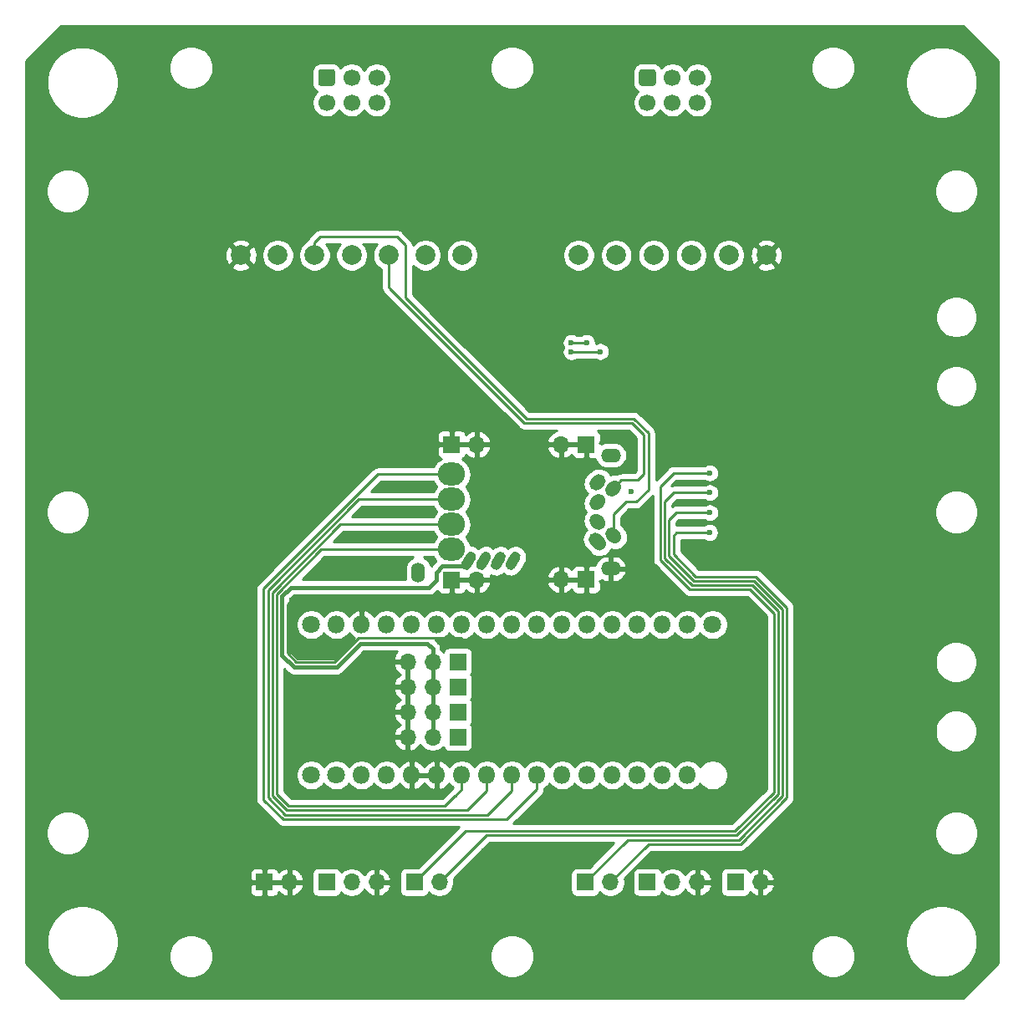
<source format=gbr>
%TF.GenerationSoftware,KiCad,Pcbnew,(5.1.10)-1*%
%TF.CreationDate,2021-11-07T17:05:54+13:00*%
%TF.ProjectId,THE_BRAINS_FIXTURE,5448455f-4252-4414-994e-535f46495854,rev?*%
%TF.SameCoordinates,Original*%
%TF.FileFunction,Copper,L1,Top*%
%TF.FilePolarity,Positive*%
%FSLAX46Y46*%
G04 Gerber Fmt 4.6, Leading zero omitted, Abs format (unit mm)*
G04 Created by KiCad (PCBNEW (5.1.10)-1) date 2021-11-07 17:05:54*
%MOMM*%
%LPD*%
G01*
G04 APERTURE LIST*
%TA.AperFunction,ComponentPad*%
%ADD10O,1.700000X1.700000*%
%TD*%
%TA.AperFunction,ComponentPad*%
%ADD11R,1.700000X1.700000*%
%TD*%
%TA.AperFunction,ComponentPad*%
%ADD12C,1.700000*%
%TD*%
%TA.AperFunction,ComponentPad*%
%ADD13O,1.800000X1.800000*%
%TD*%
%TA.AperFunction,WasherPad*%
%ADD14C,1.800000*%
%TD*%
%TA.AperFunction,ComponentPad*%
%ADD15C,1.800000*%
%TD*%
%TA.AperFunction,ComponentPad*%
%ADD16C,2.000000*%
%TD*%
%TA.AperFunction,ComponentPad*%
%ADD17O,2.750000X2.340000*%
%TD*%
%TA.AperFunction,ComponentPad*%
%ADD18O,2.000000X1.400000*%
%TD*%
%TA.AperFunction,ComponentPad*%
%ADD19O,1.400000X2.000000*%
%TD*%
%TA.AperFunction,ViaPad*%
%ADD20C,0.600000*%
%TD*%
%TA.AperFunction,Conductor*%
%ADD21C,0.250000*%
%TD*%
%TA.AperFunction,Conductor*%
%ADD22C,0.400000*%
%TD*%
%TA.AperFunction,Conductor*%
%ADD23C,0.254000*%
%TD*%
%TA.AperFunction,Conductor*%
%ADD24C,0.100000*%
%TD*%
G04 APERTURE END LIST*
D10*
%TO.P,J33,2*%
%TO.N,GND*%
X154960000Y-93150000D03*
D11*
%TO.P,J33,1*%
X157500000Y-93150000D03*
%TD*%
%TO.P,J32,1*%
%TO.N,GND*%
X157500000Y-106850000D03*
D10*
%TO.P,J32,2*%
X154960000Y-106850000D03*
%TD*%
%TO.P,J31,2*%
%TO.N,GND*%
X146415000Y-93150000D03*
D11*
%TO.P,J31,1*%
X143875000Y-93150000D03*
%TD*%
%TO.P,J30,1*%
%TO.N,GND*%
X143875000Y-106875000D03*
D10*
%TO.P,J30,2*%
X146415000Y-106875000D03*
%TD*%
%TO.P,J1,3*%
%TO.N,GND*%
X139420000Y-122785000D03*
%TO.P,J1,2*%
%TO.N,+3V3*%
X141960000Y-122785000D03*
D11*
%TO.P,J1,1*%
%TO.N,/RADIO1*%
X144500000Y-122785000D03*
%TD*%
%TO.P,J2,1*%
%TO.N,/RADIO2*%
X144500000Y-120245000D03*
D10*
%TO.P,J2,2*%
%TO.N,+3V3*%
X141960000Y-120245000D03*
%TO.P,J2,3*%
%TO.N,GND*%
X139420000Y-120245000D03*
%TD*%
%TO.P,J3,3*%
%TO.N,GND*%
X139420000Y-117705000D03*
%TO.P,J3,2*%
%TO.N,+3V3*%
X141960000Y-117705000D03*
D11*
%TO.P,J3,1*%
%TO.N,/RADIO3*%
X144500000Y-117705000D03*
%TD*%
%TO.P,J4,1*%
%TO.N,/RADIO4*%
X144500000Y-115165000D03*
D10*
%TO.P,J4,2*%
%TO.N,+3V3*%
X141960000Y-115165000D03*
%TO.P,J4,3*%
%TO.N,GND*%
X139420000Y-115165000D03*
%TD*%
D12*
%TO.P,J19,6*%
%TO.N,Net-(J19-Pad6)*%
X136290000Y-58540000D03*
%TO.P,J19,4*%
%TO.N,Net-(J19-Pad4)*%
X133750000Y-58540000D03*
%TO.P,J19,2*%
%TO.N,Net-(J19-Pad2)*%
X131210000Y-58540000D03*
%TO.P,J19,5*%
%TO.N,Net-(J19-Pad5)*%
X136290000Y-56000000D03*
%TO.P,J19,3*%
%TO.N,Net-(J19-Pad3)*%
X133750000Y-56000000D03*
%TO.P,J19,1*%
%TO.N,Net-(J19-Pad1)*%
%TA.AperFunction,ComponentPad*%
G36*
G01*
X130610000Y-55150000D02*
X131810000Y-55150000D01*
G75*
G02*
X132060000Y-55400000I0J-250000D01*
G01*
X132060000Y-56600000D01*
G75*
G02*
X131810000Y-56850000I-250000J0D01*
G01*
X130610000Y-56850000D01*
G75*
G02*
X130360000Y-56600000I0J250000D01*
G01*
X130360000Y-55400000D01*
G75*
G02*
X130610000Y-55150000I250000J0D01*
G01*
G37*
%TD.AperFunction*%
%TD*%
%TO.P,J20,1*%
%TO.N,Net-(J20-Pad1)*%
%TA.AperFunction,ComponentPad*%
G36*
G01*
X163110000Y-55150000D02*
X164310000Y-55150000D01*
G75*
G02*
X164560000Y-55400000I0J-250000D01*
G01*
X164560000Y-56600000D01*
G75*
G02*
X164310000Y-56850000I-250000J0D01*
G01*
X163110000Y-56850000D01*
G75*
G02*
X162860000Y-56600000I0J250000D01*
G01*
X162860000Y-55400000D01*
G75*
G02*
X163110000Y-55150000I250000J0D01*
G01*
G37*
%TD.AperFunction*%
%TO.P,J20,3*%
%TO.N,Net-(J20-Pad3)*%
X166250000Y-56000000D03*
%TO.P,J20,5*%
%TO.N,Net-(J20-Pad5)*%
X168790000Y-56000000D03*
%TO.P,J20,2*%
%TO.N,Net-(J20-Pad2)*%
X163710000Y-58540000D03*
%TO.P,J20,4*%
%TO.N,Net-(J20-Pad4)*%
X166250000Y-58540000D03*
%TO.P,J20,6*%
%TO.N,Net-(J20-Pad6)*%
X168790000Y-58540000D03*
%TD*%
D13*
%TO.P,A1,11*%
%TO.N,/SERVO2*%
X157615000Y-126640000D03*
%TO.P,A1,18*%
%TO.N,Net-(A1-Pad18)*%
X162695000Y-111400000D03*
%TO.P,A1,9*%
%TO.N,/RADIO4*%
X152535000Y-126640000D03*
%TO.P,A1,19*%
%TO.N,Net-(A1-Pad19)*%
X160155000Y-111400000D03*
%TO.P,A1,26*%
%TO.N,Net-(A1-Pad26)*%
X142375000Y-111400000D03*
%TO.P,A1,14*%
%TO.N,Net-(A1-Pad14)*%
X165235000Y-126640000D03*
%TO.P,A1,16*%
%TO.N,Net-(A1-Pad16)*%
X167775000Y-111400000D03*
%TO.P,A1,24*%
%TO.N,Net-(A1-Pad24)*%
X147455000Y-111400000D03*
D14*
%TO.P,A1,*%
%TO.N,*%
X129675000Y-126640000D03*
D13*
%TO.P,A1,5*%
%TO.N,GND*%
X142375000Y-126640000D03*
%TO.P,A1,27*%
%TO.N,Net-(A1-Pad27)*%
X139835000Y-111400000D03*
%TO.P,A1,13*%
%TO.N,Net-(A1-Pad13)*%
X162695000Y-126640000D03*
%TO.P,A1,30*%
%TO.N,+5V*%
X132215000Y-111400000D03*
%TO.P,A1,17*%
%TO.N,Net-(A1-Pad17)*%
X165235000Y-111400000D03*
%TO.P,A1,2*%
%TO.N,Net-(A1-Pad2)*%
X134755000Y-126640000D03*
D14*
%TO.P,A1,*%
%TO.N,*%
X129675000Y-111400000D03*
X170315000Y-111400000D03*
D13*
%TO.P,A1,8*%
%TO.N,/RADIO3*%
X149995000Y-126640000D03*
%TO.P,A1,25*%
%TO.N,Net-(A1-Pad25)*%
X144915000Y-111400000D03*
D15*
%TO.P,A1,1*%
%TO.N,Net-(A1-Pad1)*%
X132215000Y-126640000D03*
D13*
%TO.P,A1,20*%
%TO.N,Net-(A1-Pad20)*%
X157615000Y-111400000D03*
%TO.P,A1,23*%
%TO.N,Net-(A1-Pad23)*%
X149995000Y-111400000D03*
%TO.P,A1,22*%
%TO.N,Net-(A1-Pad22)*%
X152535000Y-111400000D03*
%TO.P,A1,4*%
%TO.N,GND*%
X139835000Y-126640000D03*
%TO.P,A1,15*%
%TO.N,Net-(A1-Pad15)*%
X167775000Y-126640000D03*
%TO.P,A1,28*%
%TO.N,Net-(A1-Pad28)*%
X137295000Y-111400000D03*
%TO.P,A1,29*%
%TO.N,GND*%
X134755000Y-111400000D03*
%TO.P,A1,3*%
%TO.N,Net-(A1-Pad3)*%
X137295000Y-126640000D03*
%TO.P,A1,10*%
%TO.N,/SERVO1*%
X155075000Y-126640000D03*
%TO.P,A1,21*%
%TO.N,Net-(A1-Pad21)*%
X155075000Y-111400000D03*
%TO.P,A1,6*%
%TO.N,/RADIO1*%
X144915000Y-126640000D03*
%TO.P,A1,7*%
%TO.N,/RADIO2*%
X147455000Y-126640000D03*
%TO.P,A1,12*%
%TO.N,/CAL*%
X160155000Y-126640000D03*
%TD*%
D10*
%TO.P,J5,3*%
%TO.N,GND*%
X136290000Y-137500000D03*
%TO.P,J5,2*%
%TO.N,VCC*%
X133750000Y-137500000D03*
D11*
%TO.P,J5,1*%
%TO.N,/SERVO1*%
X131210000Y-137500000D03*
%TD*%
D10*
%TO.P,J6,3*%
%TO.N,GND*%
X168790000Y-137500000D03*
%TO.P,J6,2*%
%TO.N,VCC*%
X166250000Y-137500000D03*
D11*
%TO.P,J6,1*%
%TO.N,/SERVO2*%
X163710000Y-137500000D03*
%TD*%
%TO.P,J7,1*%
%TO.N,/M1+*%
X140100000Y-137500000D03*
D10*
%TO.P,J7,2*%
%TO.N,/M1-*%
X142640000Y-137500000D03*
%TD*%
D11*
%TO.P,J8,1*%
%TO.N,/M2+*%
X157410000Y-137500000D03*
D10*
%TO.P,J8,2*%
%TO.N,/M2-*%
X159950000Y-137500000D03*
%TD*%
%TO.P,J9,2*%
%TO.N,GND*%
X175150000Y-137500000D03*
D11*
%TO.P,J9,1*%
%TO.N,/CAL*%
X172610000Y-137500000D03*
%TD*%
%TO.P,J10,1*%
%TO.N,GND*%
X124910000Y-137500000D03*
D10*
%TO.P,J10,2*%
X127450000Y-137500000D03*
%TD*%
D16*
%TO.P,TP10,1*%
%TO.N,/SERVO1*%
X126275000Y-74000000D03*
%TD*%
%TO.P,TP11,1*%
%TO.N,/SERVO2*%
X133750000Y-74000000D03*
%TD*%
%TO.P,TP12,1*%
%TO.N,/CAL*%
X141225000Y-74000000D03*
%TD*%
%TO.P,TP13,1*%
%TO.N,+3V3*%
X160550000Y-74000000D03*
%TD*%
%TO.P,TP14,1*%
%TO.N,/NRST*%
X168150000Y-74000000D03*
%TD*%
%TO.P,TP15,1*%
%TO.N,GND*%
X175750000Y-74000000D03*
%TD*%
%TO.P,TP26,1*%
%TO.N,GND*%
X122550000Y-74000000D03*
%TD*%
%TO.P,TP27,1*%
%TO.N,/SWDIO*%
X156750000Y-74000000D03*
%TD*%
%TO.P,TP28,1*%
%TO.N,/SWCLK*%
X164350000Y-74000000D03*
%TD*%
%TO.P,TP29,1*%
%TO.N,Net-(JP12-Pad2)*%
X171950000Y-74000000D03*
%TD*%
%TO.P,J22,1*%
%TO.N,/M1+*%
%TA.AperFunction,ComponentPad*%
G36*
G01*
X159286396Y-96363604D02*
X159286396Y-96363604D01*
G75*
G02*
X159286396Y-97353554I-494975J-494975D01*
G01*
X159003554Y-97636396D01*
G75*
G02*
X158013604Y-97636396I-494975J494975D01*
G01*
X158013604Y-97636396D01*
G75*
G02*
X158013604Y-96646446I494975J494975D01*
G01*
X158296446Y-96363604D01*
G75*
G02*
X159286396Y-96363604I494975J-494975D01*
G01*
G37*
%TD.AperFunction*%
%TD*%
D17*
%TO.P,J11,1*%
%TO.N,/RADIO1*%
X143850000Y-103810000D03*
%TD*%
%TO.P,J12,1*%
%TO.N,/RADIO2*%
X143850000Y-101270000D03*
%TD*%
%TO.P,J13,1*%
%TO.N,/RADIO3*%
X143850000Y-98730000D03*
%TD*%
%TO.P,J14,1*%
%TO.N,/RADIO4*%
X143850000Y-96190000D03*
%TD*%
%TO.P,J15,1*%
%TO.N,/SWCLK*%
%TA.AperFunction,ComponentPad*%
G36*
G01*
X150600000Y-104083974D02*
X150600000Y-104083974D01*
G75*
G02*
X150795824Y-104814798I-267500J-463324D01*
G01*
X150330824Y-105620202D01*
G75*
G02*
X149600000Y-105816026I-463324J267500D01*
G01*
X149600000Y-105816026D01*
G75*
G02*
X149404176Y-105085202I267500J463324D01*
G01*
X149869176Y-104279798D01*
G75*
G02*
X150600000Y-104083974I463324J-267500D01*
G01*
G37*
%TD.AperFunction*%
%TD*%
%TO.P,J16,1*%
%TO.N,/SWDIO*%
%TA.AperFunction,ComponentPad*%
G36*
G01*
X149100000Y-104083974D02*
X149100000Y-104083974D01*
G75*
G02*
X149295824Y-104814798I-267500J-463324D01*
G01*
X148830824Y-105620202D01*
G75*
G02*
X148100000Y-105816026I-463324J267500D01*
G01*
X148100000Y-105816026D01*
G75*
G02*
X147904176Y-105085202I267500J463324D01*
G01*
X148369176Y-104279798D01*
G75*
G02*
X149100000Y-104083974I463324J-267500D01*
G01*
G37*
%TD.AperFunction*%
%TD*%
%TO.P,J17,1*%
%TO.N,/NRST*%
%TA.AperFunction,ComponentPad*%
G36*
G01*
X147600000Y-104083974D02*
X147600000Y-104083974D01*
G75*
G02*
X147795824Y-104814798I-267500J-463324D01*
G01*
X147330824Y-105620202D01*
G75*
G02*
X146600000Y-105816026I-463324J267500D01*
G01*
X146600000Y-105816026D01*
G75*
G02*
X146404176Y-105085202I267500J463324D01*
G01*
X146869176Y-104279798D01*
G75*
G02*
X147600000Y-104083974I463324J-267500D01*
G01*
G37*
%TD.AperFunction*%
%TD*%
%TO.P,J18,1*%
%TO.N,+3V3*%
%TA.AperFunction,ComponentPad*%
G36*
G01*
X146100000Y-104083974D02*
X146100000Y-104083974D01*
G75*
G02*
X146295824Y-104814798I-267500J-463324D01*
G01*
X145830824Y-105620202D01*
G75*
G02*
X145100000Y-105816026I-463324J267500D01*
G01*
X145100000Y-105816026D01*
G75*
G02*
X144904176Y-105085202I267500J463324D01*
G01*
X145369176Y-104279798D01*
G75*
G02*
X146100000Y-104083974I463324J-267500D01*
G01*
G37*
%TD.AperFunction*%
%TD*%
D18*
%TO.P,J21,1*%
%TO.N,VCC*%
X160000000Y-94250000D03*
%TD*%
%TO.P,J23,1*%
%TO.N,/M1-*%
%TA.AperFunction,ComponentPad*%
G36*
G01*
X159286396Y-98363604D02*
X159286396Y-98363604D01*
G75*
G02*
X159286396Y-99353554I-494975J-494975D01*
G01*
X159003554Y-99636396D01*
G75*
G02*
X158013604Y-99636396I-494975J494975D01*
G01*
X158013604Y-99636396D01*
G75*
G02*
X158013604Y-98646446I494975J494975D01*
G01*
X158296446Y-98363604D01*
G75*
G02*
X159286396Y-98363604I494975J-494975D01*
G01*
G37*
%TD.AperFunction*%
%TD*%
%TO.P,J24,1*%
%TO.N,/M2+*%
%TA.AperFunction,ComponentPad*%
G36*
G01*
X159286396Y-101636396D02*
X159286396Y-101636396D01*
G75*
G02*
X158296446Y-101636396I-494975J494975D01*
G01*
X158013604Y-101353554D01*
G75*
G02*
X158013604Y-100363604I494975J494975D01*
G01*
X158013604Y-100363604D01*
G75*
G02*
X159003554Y-100363604I494975J-494975D01*
G01*
X159286396Y-100646446D01*
G75*
G02*
X159286396Y-101636396I-494975J-494975D01*
G01*
G37*
%TD.AperFunction*%
%TD*%
%TO.P,J25,1*%
%TO.N,/M2-*%
%TA.AperFunction,ComponentPad*%
G36*
G01*
X159357107Y-103707107D02*
X159357107Y-103707107D01*
G75*
G02*
X158367157Y-103707107I-494975J494975D01*
G01*
X157942893Y-103282843D01*
G75*
G02*
X157942893Y-102292893I494975J494975D01*
G01*
X157942893Y-102292893D01*
G75*
G02*
X158932843Y-102292893I494975J-494975D01*
G01*
X159357107Y-102717157D01*
G75*
G02*
X159357107Y-103707107I-494975J-494975D01*
G01*
G37*
%TD.AperFunction*%
%TD*%
%TO.P,J26,1*%
%TO.N,GND*%
X160000000Y-105750000D03*
%TD*%
D16*
%TO.P,TP1,1*%
%TO.N,/SERVO1_PIN*%
X130000000Y-74000000D03*
%TD*%
%TO.P,TP2,1*%
%TO.N,/SERVO2_PIN*%
X137500000Y-74000000D03*
%TD*%
%TO.P,TP4,1*%
%TO.N,/CAL_PIN*%
X144950000Y-74000000D03*
%TD*%
D19*
%TO.P,J27,1*%
%TO.N,/CAL_PIN*%
X140500000Y-106100000D03*
%TD*%
%TO.P,J28,1*%
%TO.N,/SERVO1_PIN*%
%TA.AperFunction,ComponentPad*%
G36*
G01*
X160863799Y-103033218D02*
X160863799Y-103033218D01*
G75*
G02*
X159888586Y-102999163I-470579J504634D01*
G01*
X159602146Y-102691995D01*
G75*
G02*
X159636201Y-101716782I504634J470579D01*
G01*
X159636201Y-101716782D01*
G75*
G02*
X160611414Y-101750837I470579J-504634D01*
G01*
X160897854Y-102058005D01*
G75*
G02*
X160863799Y-103033218I-504634J-470579D01*
G01*
G37*
%TD.AperFunction*%
%TD*%
%TO.P,J29,1*%
%TO.N,/SERVO2_PIN*%
%TA.AperFunction,ComponentPad*%
G36*
G01*
X160886396Y-96988604D02*
X160886396Y-96988604D01*
G75*
G02*
X160886396Y-97964412I-487904J-487904D01*
G01*
X160589412Y-98261396D01*
G75*
G02*
X159613604Y-98261396I-487904J487904D01*
G01*
X159613604Y-98261396D01*
G75*
G02*
X159613604Y-97285588I487904J487904D01*
G01*
X159910588Y-96988604D01*
G75*
G02*
X160886396Y-96988604I487904J-487904D01*
G01*
G37*
%TD.AperFunction*%
%TD*%
D20*
%TO.N,GND*%
X134650000Y-83450000D03*
X138250000Y-79975000D03*
X135675000Y-75950000D03*
X143125000Y-75800000D03*
X142975000Y-71700000D03*
X131825000Y-75950000D03*
X128050000Y-75950000D03*
X128050000Y-71975000D03*
X124475000Y-75975000D03*
X124350000Y-72075000D03*
X120550000Y-72075000D03*
X120500000Y-76025000D03*
X146850000Y-75850000D03*
X146800000Y-71775000D03*
X142900000Y-68325000D03*
X140300000Y-68325000D03*
X137525000Y-68375000D03*
X134975000Y-68375000D03*
X132425000Y-68400000D03*
X129850000Y-68400000D03*
X127100000Y-68400000D03*
X124425000Y-68375000D03*
X121975000Y-68350000D03*
X145675000Y-68350000D03*
X140125000Y-60500000D03*
X140175000Y-54025000D03*
X127375000Y-54000000D03*
X127300000Y-60500000D03*
X172725000Y-54000000D03*
X172700000Y-60525000D03*
X159775000Y-54000000D03*
X159800000Y-60500000D03*
X179875000Y-88400000D03*
X161075000Y-88925000D03*
X163200000Y-86725000D03*
X160825000Y-84700000D03*
X156950000Y-88850000D03*
X154425000Y-88800000D03*
X157875000Y-85400000D03*
X151125000Y-92600000D03*
X149200000Y-107450000D03*
X140100000Y-81825000D03*
X142850000Y-79175000D03*
X136200000Y-85725000D03*
X133525000Y-105475000D03*
X129675000Y-87700000D03*
X126375000Y-90675000D03*
X126425000Y-77675000D03*
X153725000Y-83725000D03*
X150525000Y-86950000D03*
X147650000Y-90050000D03*
X154175000Y-108875000D03*
X172650000Y-109875000D03*
X174800000Y-113700000D03*
X176025000Y-105400000D03*
X179850000Y-109125000D03*
X169325000Y-104725000D03*
X178300000Y-95625000D03*
X180700000Y-98075000D03*
X179450000Y-92425000D03*
X184050000Y-97250000D03*
X180450000Y-135500000D03*
X177350000Y-138700000D03*
X183875000Y-137375000D03*
X178200000Y-142150000D03*
X135025000Y-139200000D03*
X133000000Y-141050000D03*
X132600000Y-132825000D03*
X129775000Y-132775000D03*
X126250000Y-132675000D03*
X123550000Y-132675000D03*
X142200000Y-132700000D03*
X148275000Y-134675000D03*
X180350000Y-121425000D03*
X183700000Y-121300000D03*
X183900000Y-109075000D03*
X174200000Y-127450000D03*
X179975000Y-129825000D03*
X122925000Y-106275000D03*
X122600000Y-116775000D03*
X122725000Y-125275000D03*
X122975000Y-98250000D03*
X123050000Y-88250000D03*
X123175000Y-79900000D03*
X123075000Y-62725000D03*
X125950000Y-62750000D03*
X128775000Y-62800000D03*
X139100000Y-62975000D03*
X141700000Y-63000000D03*
X144450000Y-62900000D03*
X156050000Y-103800000D03*
X152075000Y-97425000D03*
X146650000Y-83350000D03*
X143975000Y-86375000D03*
X141875000Y-97475000D03*
X141850000Y-100000000D03*
X141850000Y-102600000D03*
X141800000Y-105025000D03*
X131225000Y-105150000D03*
X133300000Y-102650000D03*
X135275000Y-100125000D03*
X136975000Y-97475000D03*
X102975000Y-52950000D03*
X197000000Y-52900000D03*
X197175000Y-146975000D03*
X101500000Y-141525000D03*
X101500000Y-145525000D03*
X101500000Y-127525000D03*
X101500000Y-113525000D03*
X101500000Y-62525000D03*
X101500000Y-74525000D03*
X101500000Y-90525000D03*
X101500000Y-88525000D03*
X101500000Y-103550000D03*
X101500000Y-121525000D03*
X101500000Y-137525000D03*
X101500000Y-105550000D03*
X101500000Y-58525000D03*
X101500000Y-82525000D03*
X101500000Y-96500000D03*
X101500000Y-60525000D03*
X101500000Y-72525000D03*
X101500000Y-92500000D03*
X101500000Y-133525000D03*
X101500000Y-119525000D03*
X101500000Y-129525000D03*
X101500000Y-123525000D03*
X101500000Y-66525000D03*
X101500000Y-94500000D03*
X101500000Y-78525000D03*
X101500000Y-98500000D03*
X101500000Y-125525000D03*
X101500000Y-139525000D03*
X101500000Y-107550000D03*
X101500000Y-101550000D03*
X101500000Y-70525000D03*
X101500000Y-117525000D03*
X101500000Y-80525000D03*
X101500000Y-86525000D03*
X101500000Y-111525000D03*
X101500000Y-84525000D03*
X101500000Y-76525000D03*
X101500000Y-68525000D03*
X101500000Y-109525000D03*
X101500000Y-115525000D03*
X101500000Y-54525000D03*
X101500000Y-131525000D03*
X101500000Y-143525000D03*
X101500000Y-56525000D03*
X101500000Y-64525000D03*
X101500000Y-135525000D03*
X108475000Y-51500000D03*
X104475000Y-51500000D03*
X122475000Y-51500000D03*
X136475000Y-51500000D03*
X187475000Y-51500000D03*
X175475000Y-51500000D03*
X159475000Y-51500000D03*
X161475000Y-51500000D03*
X146450000Y-51500000D03*
X128475000Y-51500000D03*
X112475000Y-51500000D03*
X144450000Y-51500000D03*
X191475000Y-51500000D03*
X167475000Y-51500000D03*
X153500000Y-51500000D03*
X189475000Y-51500000D03*
X177475000Y-51500000D03*
X157500000Y-51500000D03*
X116475000Y-51500000D03*
X130475000Y-51500000D03*
X120475000Y-51500000D03*
X126475000Y-51500000D03*
X183475000Y-51500000D03*
X155500000Y-51500000D03*
X171475000Y-51500000D03*
X151500000Y-51500000D03*
X124475000Y-51500000D03*
X110475000Y-51500000D03*
X142450000Y-51500000D03*
X148450000Y-51500000D03*
X179475000Y-51500000D03*
X132475000Y-51500000D03*
X169475000Y-51500000D03*
X163475000Y-51500000D03*
X138475000Y-51500000D03*
X165475000Y-51500000D03*
X173475000Y-51500000D03*
X181475000Y-51500000D03*
X140475000Y-51500000D03*
X134475000Y-51500000D03*
X195475000Y-51500000D03*
X118475000Y-51500000D03*
X106475000Y-51500000D03*
X193475000Y-51500000D03*
X185475000Y-51500000D03*
X114475000Y-51500000D03*
X198500000Y-58450000D03*
X198500000Y-54450000D03*
X198500000Y-72450000D03*
X198500000Y-86450000D03*
X198500000Y-137450000D03*
X198500000Y-125450000D03*
X198500000Y-109450000D03*
X198500000Y-111450000D03*
X198500000Y-96425000D03*
X198500000Y-78450000D03*
X198500000Y-62450000D03*
X198500000Y-94425000D03*
X198500000Y-141450000D03*
X198500000Y-117450000D03*
X198500000Y-103475000D03*
X198500000Y-139450000D03*
X198500000Y-127450000D03*
X198500000Y-107475000D03*
X198500000Y-66450000D03*
X198500000Y-80450000D03*
X198500000Y-70450000D03*
X198500000Y-76450000D03*
X198500000Y-133450000D03*
X198500000Y-105475000D03*
X198500000Y-121450000D03*
X198500000Y-101475000D03*
X198500000Y-74450000D03*
X198500000Y-60450000D03*
X198500000Y-92425000D03*
X198500000Y-98425000D03*
X198500000Y-129450000D03*
X198500000Y-82450000D03*
X198500000Y-119450000D03*
X198500000Y-113450000D03*
X198500000Y-88450000D03*
X198500000Y-115450000D03*
X198500000Y-123450000D03*
X198500000Y-131450000D03*
X198500000Y-90450000D03*
X198500000Y-84450000D03*
X198500000Y-145450000D03*
X198500000Y-68450000D03*
X198500000Y-56450000D03*
X198500000Y-143450000D03*
X198500000Y-135450000D03*
X198500000Y-64450000D03*
X195500000Y-148500000D03*
X108500000Y-148500000D03*
X110500000Y-148500000D03*
X112500000Y-148500000D03*
X114500000Y-148500000D03*
X116500000Y-148500000D03*
X118500000Y-148500000D03*
X120500000Y-148500000D03*
X122500000Y-148500000D03*
X124500000Y-148500000D03*
X126500000Y-148500000D03*
X128500000Y-148500000D03*
X130500000Y-148500000D03*
X132500000Y-148500000D03*
X134500000Y-148500000D03*
X136500000Y-148500000D03*
X138500000Y-148500000D03*
X140500000Y-148500000D03*
X142475000Y-148500000D03*
X144475000Y-148500000D03*
X146475000Y-148500000D03*
X148475000Y-148500000D03*
X187500000Y-148500000D03*
X175500000Y-148500000D03*
X159500000Y-148500000D03*
X161500000Y-148500000D03*
X191500000Y-148500000D03*
X167500000Y-148500000D03*
X153525000Y-148500000D03*
X189500000Y-148500000D03*
X177500000Y-148500000D03*
X157525000Y-148500000D03*
X183500000Y-148500000D03*
X155525000Y-148500000D03*
X171500000Y-148500000D03*
X151525000Y-148500000D03*
X179500000Y-148500000D03*
X169500000Y-148500000D03*
X163500000Y-148500000D03*
X165500000Y-148500000D03*
X173500000Y-148500000D03*
X181500000Y-148500000D03*
X185500000Y-148500000D03*
X193500000Y-148500000D03*
X171500000Y-68450000D03*
X173750000Y-71700000D03*
X168800000Y-68500000D03*
X169800000Y-71900000D03*
X166300000Y-68600000D03*
X166150000Y-72050000D03*
X163500000Y-68550000D03*
X162400000Y-72100000D03*
X160950000Y-68500000D03*
X158700000Y-71950000D03*
%TO.N,/M2-*%
X170000000Y-102075000D03*
%TO.N,/M2+*%
X170025000Y-100075000D03*
%TO.N,/M1+*%
X170025000Y-96050000D03*
%TO.N,GND*%
X176850000Y-97000000D03*
X176825000Y-99000000D03*
X176850000Y-101025000D03*
X176825000Y-103000000D03*
X166250000Y-76100000D03*
X163225000Y-76400000D03*
X158600000Y-81350000D03*
X158600000Y-77750000D03*
X159850000Y-76325000D03*
X155675000Y-76275000D03*
X155425000Y-71700000D03*
X158400000Y-68350000D03*
X170150000Y-75975000D03*
X173950000Y-75950000D03*
X177700000Y-71750000D03*
X177725000Y-75950000D03*
X165375000Y-78675000D03*
X172675000Y-83275000D03*
X176525000Y-84175000D03*
X176575000Y-79075000D03*
X183275000Y-79150000D03*
X183350000Y-83875000D03*
X179800000Y-78975000D03*
X176550000Y-81675000D03*
X171950000Y-92225000D03*
X167925000Y-92225000D03*
X172175000Y-87250000D03*
X167950000Y-87275000D03*
X167300000Y-82775000D03*
X167300000Y-80725000D03*
X170850000Y-79000000D03*
X172250000Y-80725000D03*
X127450000Y-102150000D03*
X127425000Y-93925000D03*
X135825000Y-94025000D03*
X141500000Y-93950000D03*
X132550000Y-84850000D03*
X183350000Y-88300000D03*
X176575000Y-88350000D03*
X162075000Y-95650000D03*
X162100000Y-97950000D03*
X162125000Y-100025000D03*
X162150000Y-102000000D03*
X158100000Y-95650000D03*
X161800000Y-92750000D03*
X162150000Y-104425000D03*
X162300000Y-107075000D03*
X152125000Y-103050000D03*
X146100000Y-102550000D03*
X146125000Y-100025000D03*
X146150000Y-97500000D03*
X148075000Y-114975000D03*
X148750000Y-124475000D03*
X151325000Y-124500000D03*
X153825000Y-124450000D03*
X156300000Y-124375000D03*
X158900000Y-124425000D03*
X158975000Y-128375000D03*
X156350000Y-128275000D03*
X153825000Y-128275000D03*
X161525000Y-130700000D03*
X158150000Y-130750000D03*
X154100000Y-130700000D03*
X158500000Y-134325000D03*
X165200000Y-135300000D03*
X167475000Y-135275000D03*
X171200000Y-135250000D03*
X173950000Y-135150000D03*
X172225000Y-129925000D03*
X164200000Y-129875000D03*
X161775000Y-124375000D03*
X158950000Y-120825000D03*
X156200000Y-118975000D03*
X153750000Y-116950000D03*
X138700000Y-128450000D03*
X130925000Y-128350000D03*
X127975000Y-128325000D03*
X133475000Y-128400000D03*
X136100000Y-128425000D03*
X127900000Y-124600000D03*
X131000000Y-124550000D03*
X133550000Y-124575000D03*
X136125000Y-124525000D03*
X138725000Y-124625000D03*
X141075000Y-124625000D03*
X140925000Y-128375000D03*
X128000000Y-117350000D03*
X132975000Y-117350000D03*
X135450000Y-114775000D03*
X130925000Y-113275000D03*
X130900000Y-109250000D03*
X104500000Y-148500000D03*
X102850000Y-147025000D03*
X106500000Y-148500000D03*
X167375000Y-84750000D03*
X127675000Y-108925000D03*
%TO.N,+3V3*%
X156000000Y-82850000D03*
X157550000Y-82850000D03*
%TO.N,/M1-*%
X170025000Y-98050000D03*
%TO.N,/NRST*%
X156000000Y-83775000D03*
X158925000Y-83750000D03*
%TD*%
D21*
%TO.N,GND*%
X167375000Y-84750000D02*
X167375000Y-84750000D01*
X127225020Y-114275020D02*
X127225020Y-109374980D01*
X132025000Y-115175000D02*
X128125000Y-115175000D01*
X134425000Y-112775000D02*
X132025000Y-115175000D01*
X127225020Y-109374980D02*
X127675000Y-108925000D01*
X144800000Y-112775000D02*
X134425000Y-112775000D01*
X146100000Y-123900000D02*
X146100000Y-114075000D01*
X146100000Y-114075000D02*
X144800000Y-112775000D01*
X145625000Y-124375000D02*
X146100000Y-123900000D01*
X143350000Y-124375000D02*
X145625000Y-124375000D01*
X142375000Y-125350000D02*
X143350000Y-124375000D01*
X128125000Y-115175000D02*
X127225020Y-114275020D01*
X142375000Y-126640000D02*
X142375000Y-125350000D01*
%TO.N,/RADIO1*%
X144915000Y-126640000D02*
X144915000Y-128085000D01*
X144915000Y-128085000D02*
X144250000Y-128750000D01*
X144250000Y-128750000D02*
X144225000Y-128750000D01*
X144225000Y-128750000D02*
X143200000Y-129775000D01*
X143200000Y-129775000D02*
X127375000Y-129775000D01*
X127375000Y-129775000D02*
X126175000Y-128575000D01*
X126175000Y-128575000D02*
X126175000Y-108325000D01*
X130690000Y-103810000D02*
X143850000Y-103810000D01*
X126175000Y-108325000D02*
X130690000Y-103810000D01*
%TO.N,/RADIO2*%
X143850000Y-101270000D02*
X132593590Y-101270000D01*
X132593590Y-101270000D02*
X125724990Y-108138600D01*
X125724991Y-128761401D02*
X127188600Y-130225010D01*
X125724990Y-108138600D02*
X125724991Y-128761401D01*
X127188600Y-130225010D02*
X145449990Y-130225010D01*
X147455000Y-128220000D02*
X147455000Y-126640000D01*
X145449990Y-130225010D02*
X147455000Y-128220000D01*
%TO.N,/RADIO3*%
X149995000Y-128205000D02*
X149995000Y-126640000D01*
X145636410Y-130675000D02*
X147525000Y-130675000D01*
X145636391Y-130675019D02*
X145636410Y-130675000D01*
X147525000Y-130675000D02*
X149995000Y-128205000D01*
X127002200Y-130675020D02*
X145636391Y-130675019D01*
X125274982Y-128947802D02*
X127002200Y-130675020D01*
X125274981Y-107952201D02*
X125274982Y-128947802D01*
X134497180Y-98730000D02*
X125274981Y-107952201D01*
X143850000Y-98730000D02*
X134497180Y-98730000D01*
%TO.N,/RADIO4*%
X152535000Y-126640000D02*
X152535000Y-128065000D01*
X152535000Y-128065000D02*
X149474972Y-131125028D01*
X126815799Y-131125029D02*
X124824973Y-129134201D01*
X149474972Y-131125028D02*
X126815799Y-131125029D01*
X124824973Y-129134201D02*
X124824972Y-107765800D01*
X136400772Y-96190000D02*
X143850000Y-96190000D01*
X124824972Y-107765800D02*
X136400772Y-96190000D01*
%TO.N,+3V3*%
X157550000Y-82850000D02*
X156000000Y-82850000D01*
D22*
X141960000Y-122785000D02*
X141960000Y-115165000D01*
X126700010Y-108542466D02*
X127617476Y-107625000D01*
X126700010Y-114492486D02*
X126700010Y-108542466D01*
X127907534Y-115700010D02*
X126700010Y-114492486D01*
X132242466Y-115700010D02*
X127907534Y-115700010D01*
X134642466Y-113300010D02*
X132242466Y-115700010D01*
X141400010Y-113300010D02*
X134642466Y-113300010D01*
X141960000Y-113860000D02*
X141400010Y-113300010D01*
X141960000Y-115165000D02*
X141960000Y-113860000D01*
X145600000Y-104950000D02*
X145050000Y-105500000D01*
X142955649Y-105500000D02*
X142300000Y-106155649D01*
X145050000Y-105500000D02*
X142955649Y-105500000D01*
X142300000Y-106925000D02*
X141600000Y-107625000D01*
X142300000Y-106155649D02*
X142300000Y-106925000D01*
X127617476Y-107625000D02*
X141600000Y-107625000D01*
D21*
%TO.N,/M1-*%
X142640000Y-137500000D02*
X146365000Y-133775000D01*
X146365000Y-133775000D02*
X146375000Y-133775000D01*
X146375000Y-133775000D02*
X147400000Y-132750000D01*
X170025000Y-98050000D02*
X166375000Y-98050000D01*
X166375000Y-98050000D02*
X165450010Y-98974990D01*
X165450010Y-98974990D02*
X165450010Y-104663600D01*
X165450010Y-104663600D02*
X168211400Y-107424990D01*
X168211400Y-107424990D02*
X174311401Y-107424991D01*
X174311401Y-107424991D02*
X176950010Y-110063600D01*
X176950010Y-110063600D02*
X176950009Y-128561401D01*
X172761410Y-132750000D02*
X170350000Y-132750000D01*
X176950009Y-128561401D02*
X172761410Y-132750000D01*
X170350000Y-132750000D02*
X170375000Y-132750000D01*
X147400000Y-132750000D02*
X170350000Y-132750000D01*
%TO.N,/M1+*%
X140100000Y-137500000D02*
X145300010Y-132299990D01*
X145300010Y-132299990D02*
X172575010Y-132299990D01*
X172575010Y-132299990D02*
X176500000Y-128375000D01*
X176500000Y-128375000D02*
X176500000Y-110250000D01*
X176500000Y-110250000D02*
X174125000Y-107875000D01*
X174125000Y-107875000D02*
X168025000Y-107875000D01*
X168025000Y-107875000D02*
X165000000Y-104850000D01*
X165000000Y-104850000D02*
X165000000Y-97400000D01*
X166350000Y-96050000D02*
X170025000Y-96050000D01*
X165000000Y-97400000D02*
X166350000Y-96050000D01*
%TO.N,/M2-*%
X163799982Y-133650018D02*
X159950000Y-137500000D01*
X173134210Y-133650018D02*
X163799982Y-133650018D01*
X177850027Y-128934201D02*
X173134210Y-133650018D01*
X168584202Y-106524972D02*
X174699972Y-106524972D01*
X177850028Y-109675028D02*
X177850027Y-128934201D01*
X166350030Y-104290800D02*
X168584202Y-106524972D01*
X166350030Y-102374970D02*
X166350030Y-104290800D01*
X174699972Y-106524972D02*
X177850028Y-109675028D01*
X166650000Y-102075000D02*
X166350030Y-102374970D01*
X170000000Y-102075000D02*
X166650000Y-102075000D01*
%TO.N,/M2+*%
X157410000Y-137500000D02*
X161709990Y-133200010D01*
X161709990Y-133200010D02*
X172947811Y-133200009D01*
X172947811Y-133200009D02*
X177400018Y-128747800D01*
X177400018Y-128747800D02*
X177400019Y-109877199D01*
X177400019Y-109877199D02*
X174497800Y-106974982D01*
X174497800Y-106974982D02*
X168397802Y-106974982D01*
X168397802Y-106974982D02*
X165900020Y-104477200D01*
X165900020Y-104477200D02*
X165900020Y-100774980D01*
X166600000Y-100075000D02*
X170025000Y-100075000D01*
X165900020Y-100774980D02*
X166600000Y-100075000D01*
%TO.N,/NRST*%
X156025000Y-83750000D02*
X156000000Y-83775000D01*
X158925000Y-83750000D02*
X156025000Y-83750000D01*
%TO.N,/SERVO1_PIN*%
X160250000Y-100250000D02*
X160250000Y-102375000D01*
X163800000Y-92013590D02*
X163800000Y-97750000D01*
X162311401Y-90524991D02*
X163800000Y-92013590D01*
X151436400Y-90524990D02*
X162311401Y-90524991D01*
X162575000Y-98975000D02*
X161525000Y-98975000D01*
X139200000Y-78288590D02*
X151436400Y-90524990D01*
X139200000Y-72975000D02*
X139200000Y-78288590D01*
X161525000Y-98975000D02*
X160250000Y-100250000D01*
X138325000Y-72100000D02*
X139200000Y-72975000D01*
X163800000Y-97750000D02*
X162575000Y-98975000D01*
X130575000Y-72100000D02*
X138325000Y-72100000D01*
X130000000Y-72675000D02*
X130575000Y-72100000D01*
X130000000Y-74000000D02*
X130000000Y-72675000D01*
%TO.N,/SERVO2_PIN*%
X160250000Y-97625000D02*
X160250000Y-97600000D01*
X160250000Y-97600000D02*
X161075000Y-96775000D01*
X161075000Y-96775000D02*
X162725000Y-96775000D01*
X162725000Y-96775000D02*
X163349990Y-96150010D01*
X163349990Y-96150010D02*
X163349990Y-92199990D01*
X163349990Y-92199990D02*
X162125000Y-90975000D01*
X162125000Y-90975000D02*
X151250000Y-90975000D01*
X137425000Y-74075000D02*
X137500000Y-74000000D01*
X137500000Y-77225000D02*
X137687500Y-77412500D01*
X137500000Y-74000000D02*
X137500000Y-77225000D01*
X151250000Y-90975000D02*
X137687500Y-77412500D01*
%TD*%
D23*
%TO.N,GND*%
X199265000Y-54304447D02*
X199265001Y-145695552D01*
X195695554Y-149265000D01*
X104304447Y-149265000D01*
X100735000Y-145695554D01*
X100735000Y-143141984D01*
X102865000Y-143141984D01*
X102865000Y-143858016D01*
X103004691Y-144560290D01*
X103278705Y-145221818D01*
X103676511Y-145817177D01*
X104182823Y-146323489D01*
X104778182Y-146721295D01*
X105439710Y-146995309D01*
X106141984Y-147135000D01*
X106858016Y-147135000D01*
X107560290Y-146995309D01*
X108221818Y-146721295D01*
X108817177Y-146323489D01*
X109323489Y-145817177D01*
X109721295Y-145221818D01*
X109904355Y-144779872D01*
X115265000Y-144779872D01*
X115265000Y-145220128D01*
X115350890Y-145651925D01*
X115519369Y-146058669D01*
X115763962Y-146424729D01*
X116075271Y-146736038D01*
X116441331Y-146980631D01*
X116848075Y-147149110D01*
X117279872Y-147235000D01*
X117720128Y-147235000D01*
X118151925Y-147149110D01*
X118558669Y-146980631D01*
X118924729Y-146736038D01*
X119236038Y-146424729D01*
X119480631Y-146058669D01*
X119649110Y-145651925D01*
X119735000Y-145220128D01*
X119735000Y-144779872D01*
X147765000Y-144779872D01*
X147765000Y-145220128D01*
X147850890Y-145651925D01*
X148019369Y-146058669D01*
X148263962Y-146424729D01*
X148575271Y-146736038D01*
X148941331Y-146980631D01*
X149348075Y-147149110D01*
X149779872Y-147235000D01*
X150220128Y-147235000D01*
X150651925Y-147149110D01*
X151058669Y-146980631D01*
X151424729Y-146736038D01*
X151736038Y-146424729D01*
X151980631Y-146058669D01*
X152149110Y-145651925D01*
X152235000Y-145220128D01*
X152235000Y-144779872D01*
X180265000Y-144779872D01*
X180265000Y-145220128D01*
X180350890Y-145651925D01*
X180519369Y-146058669D01*
X180763962Y-146424729D01*
X181075271Y-146736038D01*
X181441331Y-146980631D01*
X181848075Y-147149110D01*
X182279872Y-147235000D01*
X182720128Y-147235000D01*
X183151925Y-147149110D01*
X183558669Y-146980631D01*
X183924729Y-146736038D01*
X184236038Y-146424729D01*
X184480631Y-146058669D01*
X184649110Y-145651925D01*
X184735000Y-145220128D01*
X184735000Y-144779872D01*
X184649110Y-144348075D01*
X184480631Y-143941331D01*
X184236038Y-143575271D01*
X183924729Y-143263962D01*
X183742176Y-143141984D01*
X189865000Y-143141984D01*
X189865000Y-143858016D01*
X190004691Y-144560290D01*
X190278705Y-145221818D01*
X190676511Y-145817177D01*
X191182823Y-146323489D01*
X191778182Y-146721295D01*
X192439710Y-146995309D01*
X193141984Y-147135000D01*
X193858016Y-147135000D01*
X194560290Y-146995309D01*
X195221818Y-146721295D01*
X195817177Y-146323489D01*
X196323489Y-145817177D01*
X196721295Y-145221818D01*
X196995309Y-144560290D01*
X197135000Y-143858016D01*
X197135000Y-143141984D01*
X196995309Y-142439710D01*
X196721295Y-141778182D01*
X196323489Y-141182823D01*
X195817177Y-140676511D01*
X195221818Y-140278705D01*
X194560290Y-140004691D01*
X193858016Y-139865000D01*
X193141984Y-139865000D01*
X192439710Y-140004691D01*
X191778182Y-140278705D01*
X191182823Y-140676511D01*
X190676511Y-141182823D01*
X190278705Y-141778182D01*
X190004691Y-142439710D01*
X189865000Y-143141984D01*
X183742176Y-143141984D01*
X183558669Y-143019369D01*
X183151925Y-142850890D01*
X182720128Y-142765000D01*
X182279872Y-142765000D01*
X181848075Y-142850890D01*
X181441331Y-143019369D01*
X181075271Y-143263962D01*
X180763962Y-143575271D01*
X180519369Y-143941331D01*
X180350890Y-144348075D01*
X180265000Y-144779872D01*
X152235000Y-144779872D01*
X152149110Y-144348075D01*
X151980631Y-143941331D01*
X151736038Y-143575271D01*
X151424729Y-143263962D01*
X151058669Y-143019369D01*
X150651925Y-142850890D01*
X150220128Y-142765000D01*
X149779872Y-142765000D01*
X149348075Y-142850890D01*
X148941331Y-143019369D01*
X148575271Y-143263962D01*
X148263962Y-143575271D01*
X148019369Y-143941331D01*
X147850890Y-144348075D01*
X147765000Y-144779872D01*
X119735000Y-144779872D01*
X119649110Y-144348075D01*
X119480631Y-143941331D01*
X119236038Y-143575271D01*
X118924729Y-143263962D01*
X118558669Y-143019369D01*
X118151925Y-142850890D01*
X117720128Y-142765000D01*
X117279872Y-142765000D01*
X116848075Y-142850890D01*
X116441331Y-143019369D01*
X116075271Y-143263962D01*
X115763962Y-143575271D01*
X115519369Y-143941331D01*
X115350890Y-144348075D01*
X115265000Y-144779872D01*
X109904355Y-144779872D01*
X109995309Y-144560290D01*
X110135000Y-143858016D01*
X110135000Y-143141984D01*
X109995309Y-142439710D01*
X109721295Y-141778182D01*
X109323489Y-141182823D01*
X108817177Y-140676511D01*
X108221818Y-140278705D01*
X107560290Y-140004691D01*
X106858016Y-139865000D01*
X106141984Y-139865000D01*
X105439710Y-140004691D01*
X104778182Y-140278705D01*
X104182823Y-140676511D01*
X103676511Y-141182823D01*
X103278705Y-141778182D01*
X103004691Y-142439710D01*
X102865000Y-143141984D01*
X100735000Y-143141984D01*
X100735000Y-138350000D01*
X123421928Y-138350000D01*
X123434188Y-138474482D01*
X123470498Y-138594180D01*
X123529463Y-138704494D01*
X123608815Y-138801185D01*
X123705506Y-138880537D01*
X123815820Y-138939502D01*
X123935518Y-138975812D01*
X124060000Y-138988072D01*
X124624250Y-138985000D01*
X124783000Y-138826250D01*
X124783000Y-137627000D01*
X125037000Y-137627000D01*
X125037000Y-138826250D01*
X125195750Y-138985000D01*
X125760000Y-138988072D01*
X125884482Y-138975812D01*
X126004180Y-138939502D01*
X126114494Y-138880537D01*
X126211185Y-138801185D01*
X126290537Y-138704494D01*
X126349502Y-138594180D01*
X126373966Y-138513534D01*
X126449731Y-138597588D01*
X126683080Y-138771641D01*
X126945901Y-138896825D01*
X127093110Y-138941476D01*
X127323000Y-138820155D01*
X127323000Y-137627000D01*
X127577000Y-137627000D01*
X127577000Y-138820155D01*
X127806890Y-138941476D01*
X127954099Y-138896825D01*
X128216920Y-138771641D01*
X128450269Y-138597588D01*
X128645178Y-138381355D01*
X128794157Y-138131252D01*
X128891481Y-137856891D01*
X128770814Y-137627000D01*
X127577000Y-137627000D01*
X127323000Y-137627000D01*
X125037000Y-137627000D01*
X124783000Y-137627000D01*
X123583750Y-137627000D01*
X123425000Y-137785750D01*
X123421928Y-138350000D01*
X100735000Y-138350000D01*
X100735000Y-136650000D01*
X123421928Y-136650000D01*
X123425000Y-137214250D01*
X123583750Y-137373000D01*
X124783000Y-137373000D01*
X124783000Y-136173750D01*
X125037000Y-136173750D01*
X125037000Y-137373000D01*
X127323000Y-137373000D01*
X127323000Y-136179845D01*
X127577000Y-136179845D01*
X127577000Y-137373000D01*
X128770814Y-137373000D01*
X128891481Y-137143109D01*
X128794157Y-136868748D01*
X128663856Y-136650000D01*
X129721928Y-136650000D01*
X129721928Y-138350000D01*
X129734188Y-138474482D01*
X129770498Y-138594180D01*
X129829463Y-138704494D01*
X129908815Y-138801185D01*
X130005506Y-138880537D01*
X130115820Y-138939502D01*
X130235518Y-138975812D01*
X130360000Y-138988072D01*
X132060000Y-138988072D01*
X132184482Y-138975812D01*
X132304180Y-138939502D01*
X132414494Y-138880537D01*
X132511185Y-138801185D01*
X132590537Y-138704494D01*
X132649502Y-138594180D01*
X132671513Y-138521620D01*
X132803368Y-138653475D01*
X133046589Y-138815990D01*
X133316842Y-138927932D01*
X133603740Y-138985000D01*
X133896260Y-138985000D01*
X134183158Y-138927932D01*
X134453411Y-138815990D01*
X134696632Y-138653475D01*
X134903475Y-138446632D01*
X135025195Y-138264466D01*
X135094822Y-138381355D01*
X135289731Y-138597588D01*
X135523080Y-138771641D01*
X135785901Y-138896825D01*
X135933110Y-138941476D01*
X136163000Y-138820155D01*
X136163000Y-137627000D01*
X136417000Y-137627000D01*
X136417000Y-138820155D01*
X136646890Y-138941476D01*
X136794099Y-138896825D01*
X137056920Y-138771641D01*
X137290269Y-138597588D01*
X137485178Y-138381355D01*
X137634157Y-138131252D01*
X137731481Y-137856891D01*
X137610814Y-137627000D01*
X136417000Y-137627000D01*
X136163000Y-137627000D01*
X136143000Y-137627000D01*
X136143000Y-137373000D01*
X136163000Y-137373000D01*
X136163000Y-136179845D01*
X136417000Y-136179845D01*
X136417000Y-137373000D01*
X137610814Y-137373000D01*
X137731481Y-137143109D01*
X137634157Y-136868748D01*
X137485178Y-136618645D01*
X137290269Y-136402412D01*
X137056920Y-136228359D01*
X136794099Y-136103175D01*
X136646890Y-136058524D01*
X136417000Y-136179845D01*
X136163000Y-136179845D01*
X135933110Y-136058524D01*
X135785901Y-136103175D01*
X135523080Y-136228359D01*
X135289731Y-136402412D01*
X135094822Y-136618645D01*
X135025195Y-136735534D01*
X134903475Y-136553368D01*
X134696632Y-136346525D01*
X134453411Y-136184010D01*
X134183158Y-136072068D01*
X133896260Y-136015000D01*
X133603740Y-136015000D01*
X133316842Y-136072068D01*
X133046589Y-136184010D01*
X132803368Y-136346525D01*
X132671513Y-136478380D01*
X132649502Y-136405820D01*
X132590537Y-136295506D01*
X132511185Y-136198815D01*
X132414494Y-136119463D01*
X132304180Y-136060498D01*
X132184482Y-136024188D01*
X132060000Y-136011928D01*
X130360000Y-136011928D01*
X130235518Y-136024188D01*
X130115820Y-136060498D01*
X130005506Y-136119463D01*
X129908815Y-136198815D01*
X129829463Y-136295506D01*
X129770498Y-136405820D01*
X129734188Y-136525518D01*
X129721928Y-136650000D01*
X128663856Y-136650000D01*
X128645178Y-136618645D01*
X128450269Y-136402412D01*
X128216920Y-136228359D01*
X127954099Y-136103175D01*
X127806890Y-136058524D01*
X127577000Y-136179845D01*
X127323000Y-136179845D01*
X127093110Y-136058524D01*
X126945901Y-136103175D01*
X126683080Y-136228359D01*
X126449731Y-136402412D01*
X126373966Y-136486466D01*
X126349502Y-136405820D01*
X126290537Y-136295506D01*
X126211185Y-136198815D01*
X126114494Y-136119463D01*
X126004180Y-136060498D01*
X125884482Y-136024188D01*
X125760000Y-136011928D01*
X125195750Y-136015000D01*
X125037000Y-136173750D01*
X124783000Y-136173750D01*
X124624250Y-136015000D01*
X124060000Y-136011928D01*
X123935518Y-136024188D01*
X123815820Y-136060498D01*
X123705506Y-136119463D01*
X123608815Y-136198815D01*
X123529463Y-136295506D01*
X123470498Y-136405820D01*
X123434188Y-136525518D01*
X123421928Y-136650000D01*
X100735000Y-136650000D01*
X100735000Y-132279872D01*
X102765000Y-132279872D01*
X102765000Y-132720128D01*
X102850890Y-133151925D01*
X103019369Y-133558669D01*
X103263962Y-133924729D01*
X103575271Y-134236038D01*
X103941331Y-134480631D01*
X104348075Y-134649110D01*
X104779872Y-134735000D01*
X105220128Y-134735000D01*
X105651925Y-134649110D01*
X106058669Y-134480631D01*
X106424729Y-134236038D01*
X106736038Y-133924729D01*
X106980631Y-133558669D01*
X107149110Y-133151925D01*
X107235000Y-132720128D01*
X107235000Y-132279872D01*
X107149110Y-131848075D01*
X106980631Y-131441331D01*
X106736038Y-131075271D01*
X106424729Y-130763962D01*
X106058669Y-130519369D01*
X105651925Y-130350890D01*
X105220128Y-130265000D01*
X104779872Y-130265000D01*
X104348075Y-130350890D01*
X103941331Y-130519369D01*
X103575271Y-130763962D01*
X103263962Y-131075271D01*
X103019369Y-131441331D01*
X102850890Y-131848075D01*
X102765000Y-132279872D01*
X100735000Y-132279872D01*
X100735000Y-107765800D01*
X124061296Y-107765800D01*
X124064972Y-107803122D01*
X124064974Y-129096868D01*
X124061297Y-129134201D01*
X124064974Y-129171533D01*
X124064974Y-129171534D01*
X124075971Y-129283187D01*
X124084227Y-129310403D01*
X124119427Y-129426447D01*
X124189999Y-129558476D01*
X124261174Y-129645203D01*
X124284973Y-129674202D01*
X124313971Y-129698000D01*
X126252005Y-131636037D01*
X126275799Y-131665030D01*
X126304792Y-131688824D01*
X126304796Y-131688828D01*
X126391522Y-131760003D01*
X126523552Y-131830575D01*
X126666812Y-131874032D01*
X126815798Y-131888706D01*
X126853131Y-131885029D01*
X144640171Y-131885027D01*
X140513271Y-136011928D01*
X139250000Y-136011928D01*
X139125518Y-136024188D01*
X139005820Y-136060498D01*
X138895506Y-136119463D01*
X138798815Y-136198815D01*
X138719463Y-136295506D01*
X138660498Y-136405820D01*
X138624188Y-136525518D01*
X138611928Y-136650000D01*
X138611928Y-138350000D01*
X138624188Y-138474482D01*
X138660498Y-138594180D01*
X138719463Y-138704494D01*
X138798815Y-138801185D01*
X138895506Y-138880537D01*
X139005820Y-138939502D01*
X139125518Y-138975812D01*
X139250000Y-138988072D01*
X140950000Y-138988072D01*
X141074482Y-138975812D01*
X141194180Y-138939502D01*
X141304494Y-138880537D01*
X141401185Y-138801185D01*
X141480537Y-138704494D01*
X141539502Y-138594180D01*
X141561513Y-138521620D01*
X141693368Y-138653475D01*
X141936589Y-138815990D01*
X142206842Y-138927932D01*
X142493740Y-138985000D01*
X142786260Y-138985000D01*
X143073158Y-138927932D01*
X143343411Y-138815990D01*
X143586632Y-138653475D01*
X143793475Y-138446632D01*
X143955990Y-138203411D01*
X144067932Y-137933158D01*
X144125000Y-137646260D01*
X144125000Y-137353740D01*
X144081209Y-137133592D01*
X146830237Y-134384565D01*
X146915001Y-134315001D01*
X146938804Y-134285998D01*
X147714802Y-133510000D01*
X160325198Y-133510000D01*
X157823271Y-136011928D01*
X156560000Y-136011928D01*
X156435518Y-136024188D01*
X156315820Y-136060498D01*
X156205506Y-136119463D01*
X156108815Y-136198815D01*
X156029463Y-136295506D01*
X155970498Y-136405820D01*
X155934188Y-136525518D01*
X155921928Y-136650000D01*
X155921928Y-138350000D01*
X155934188Y-138474482D01*
X155970498Y-138594180D01*
X156029463Y-138704494D01*
X156108815Y-138801185D01*
X156205506Y-138880537D01*
X156315820Y-138939502D01*
X156435518Y-138975812D01*
X156560000Y-138988072D01*
X158260000Y-138988072D01*
X158384482Y-138975812D01*
X158504180Y-138939502D01*
X158614494Y-138880537D01*
X158711185Y-138801185D01*
X158790537Y-138704494D01*
X158849502Y-138594180D01*
X158871513Y-138521620D01*
X159003368Y-138653475D01*
X159246589Y-138815990D01*
X159516842Y-138927932D01*
X159803740Y-138985000D01*
X160096260Y-138985000D01*
X160383158Y-138927932D01*
X160653411Y-138815990D01*
X160896632Y-138653475D01*
X161103475Y-138446632D01*
X161265990Y-138203411D01*
X161377932Y-137933158D01*
X161435000Y-137646260D01*
X161435000Y-137353740D01*
X161391209Y-137133592D01*
X161874801Y-136650000D01*
X162221928Y-136650000D01*
X162221928Y-138350000D01*
X162234188Y-138474482D01*
X162270498Y-138594180D01*
X162329463Y-138704494D01*
X162408815Y-138801185D01*
X162505506Y-138880537D01*
X162615820Y-138939502D01*
X162735518Y-138975812D01*
X162860000Y-138988072D01*
X164560000Y-138988072D01*
X164684482Y-138975812D01*
X164804180Y-138939502D01*
X164914494Y-138880537D01*
X165011185Y-138801185D01*
X165090537Y-138704494D01*
X165149502Y-138594180D01*
X165171513Y-138521620D01*
X165303368Y-138653475D01*
X165546589Y-138815990D01*
X165816842Y-138927932D01*
X166103740Y-138985000D01*
X166396260Y-138985000D01*
X166683158Y-138927932D01*
X166953411Y-138815990D01*
X167196632Y-138653475D01*
X167403475Y-138446632D01*
X167525195Y-138264466D01*
X167594822Y-138381355D01*
X167789731Y-138597588D01*
X168023080Y-138771641D01*
X168285901Y-138896825D01*
X168433110Y-138941476D01*
X168663000Y-138820155D01*
X168663000Y-137627000D01*
X168917000Y-137627000D01*
X168917000Y-138820155D01*
X169146890Y-138941476D01*
X169294099Y-138896825D01*
X169556920Y-138771641D01*
X169790269Y-138597588D01*
X169985178Y-138381355D01*
X170134157Y-138131252D01*
X170231481Y-137856891D01*
X170110814Y-137627000D01*
X168917000Y-137627000D01*
X168663000Y-137627000D01*
X168643000Y-137627000D01*
X168643000Y-137373000D01*
X168663000Y-137373000D01*
X168663000Y-136179845D01*
X168917000Y-136179845D01*
X168917000Y-137373000D01*
X170110814Y-137373000D01*
X170231481Y-137143109D01*
X170134157Y-136868748D01*
X170003856Y-136650000D01*
X171121928Y-136650000D01*
X171121928Y-138350000D01*
X171134188Y-138474482D01*
X171170498Y-138594180D01*
X171229463Y-138704494D01*
X171308815Y-138801185D01*
X171405506Y-138880537D01*
X171515820Y-138939502D01*
X171635518Y-138975812D01*
X171760000Y-138988072D01*
X173460000Y-138988072D01*
X173584482Y-138975812D01*
X173704180Y-138939502D01*
X173814494Y-138880537D01*
X173911185Y-138801185D01*
X173990537Y-138704494D01*
X174049502Y-138594180D01*
X174073966Y-138513534D01*
X174149731Y-138597588D01*
X174383080Y-138771641D01*
X174645901Y-138896825D01*
X174793110Y-138941476D01*
X175023000Y-138820155D01*
X175023000Y-137627000D01*
X175277000Y-137627000D01*
X175277000Y-138820155D01*
X175506890Y-138941476D01*
X175654099Y-138896825D01*
X175916920Y-138771641D01*
X176150269Y-138597588D01*
X176345178Y-138381355D01*
X176494157Y-138131252D01*
X176591481Y-137856891D01*
X176470814Y-137627000D01*
X175277000Y-137627000D01*
X175023000Y-137627000D01*
X175003000Y-137627000D01*
X175003000Y-137373000D01*
X175023000Y-137373000D01*
X175023000Y-136179845D01*
X175277000Y-136179845D01*
X175277000Y-137373000D01*
X176470814Y-137373000D01*
X176591481Y-137143109D01*
X176494157Y-136868748D01*
X176345178Y-136618645D01*
X176150269Y-136402412D01*
X175916920Y-136228359D01*
X175654099Y-136103175D01*
X175506890Y-136058524D01*
X175277000Y-136179845D01*
X175023000Y-136179845D01*
X174793110Y-136058524D01*
X174645901Y-136103175D01*
X174383080Y-136228359D01*
X174149731Y-136402412D01*
X174073966Y-136486466D01*
X174049502Y-136405820D01*
X173990537Y-136295506D01*
X173911185Y-136198815D01*
X173814494Y-136119463D01*
X173704180Y-136060498D01*
X173584482Y-136024188D01*
X173460000Y-136011928D01*
X171760000Y-136011928D01*
X171635518Y-136024188D01*
X171515820Y-136060498D01*
X171405506Y-136119463D01*
X171308815Y-136198815D01*
X171229463Y-136295506D01*
X171170498Y-136405820D01*
X171134188Y-136525518D01*
X171121928Y-136650000D01*
X170003856Y-136650000D01*
X169985178Y-136618645D01*
X169790269Y-136402412D01*
X169556920Y-136228359D01*
X169294099Y-136103175D01*
X169146890Y-136058524D01*
X168917000Y-136179845D01*
X168663000Y-136179845D01*
X168433110Y-136058524D01*
X168285901Y-136103175D01*
X168023080Y-136228359D01*
X167789731Y-136402412D01*
X167594822Y-136618645D01*
X167525195Y-136735534D01*
X167403475Y-136553368D01*
X167196632Y-136346525D01*
X166953411Y-136184010D01*
X166683158Y-136072068D01*
X166396260Y-136015000D01*
X166103740Y-136015000D01*
X165816842Y-136072068D01*
X165546589Y-136184010D01*
X165303368Y-136346525D01*
X165171513Y-136478380D01*
X165149502Y-136405820D01*
X165090537Y-136295506D01*
X165011185Y-136198815D01*
X164914494Y-136119463D01*
X164804180Y-136060498D01*
X164684482Y-136024188D01*
X164560000Y-136011928D01*
X162860000Y-136011928D01*
X162735518Y-136024188D01*
X162615820Y-136060498D01*
X162505506Y-136119463D01*
X162408815Y-136198815D01*
X162329463Y-136295506D01*
X162270498Y-136405820D01*
X162234188Y-136525518D01*
X162221928Y-136650000D01*
X161874801Y-136650000D01*
X164114784Y-134410018D01*
X173096888Y-134410018D01*
X173134210Y-134413694D01*
X173171532Y-134410018D01*
X173171543Y-134410018D01*
X173283196Y-134399021D01*
X173426457Y-134355564D01*
X173558486Y-134284992D01*
X173674211Y-134190019D01*
X173698014Y-134161015D01*
X175579157Y-132279872D01*
X192765000Y-132279872D01*
X192765000Y-132720128D01*
X192850890Y-133151925D01*
X193019369Y-133558669D01*
X193263962Y-133924729D01*
X193575271Y-134236038D01*
X193941331Y-134480631D01*
X194348075Y-134649110D01*
X194779872Y-134735000D01*
X195220128Y-134735000D01*
X195651925Y-134649110D01*
X196058669Y-134480631D01*
X196424729Y-134236038D01*
X196736038Y-133924729D01*
X196980631Y-133558669D01*
X197149110Y-133151925D01*
X197235000Y-132720128D01*
X197235000Y-132279872D01*
X197149110Y-131848075D01*
X196980631Y-131441331D01*
X196736038Y-131075271D01*
X196424729Y-130763962D01*
X196058669Y-130519369D01*
X195651925Y-130350890D01*
X195220128Y-130265000D01*
X194779872Y-130265000D01*
X194348075Y-130350890D01*
X193941331Y-130519369D01*
X193575271Y-130763962D01*
X193263962Y-131075271D01*
X193019369Y-131441331D01*
X192850890Y-131848075D01*
X192765000Y-132279872D01*
X175579157Y-132279872D01*
X178361034Y-129497996D01*
X178390027Y-129474202D01*
X178413821Y-129445209D01*
X178413826Y-129445204D01*
X178485000Y-129358478D01*
X178555572Y-129226448D01*
X178599029Y-129083188D01*
X178613703Y-128934202D01*
X178610026Y-128896869D01*
X178610026Y-121989721D01*
X192840000Y-121989721D01*
X192840000Y-122410279D01*
X192922047Y-122822756D01*
X193082988Y-123211302D01*
X193316637Y-123560983D01*
X193614017Y-123858363D01*
X193963698Y-124092012D01*
X194352244Y-124252953D01*
X194764721Y-124335000D01*
X195185279Y-124335000D01*
X195597756Y-124252953D01*
X195986302Y-124092012D01*
X196335983Y-123858363D01*
X196633363Y-123560983D01*
X196867012Y-123211302D01*
X197027953Y-122822756D01*
X197110000Y-122410279D01*
X197110000Y-121989721D01*
X197027953Y-121577244D01*
X196867012Y-121188698D01*
X196633363Y-120839017D01*
X196335983Y-120541637D01*
X195986302Y-120307988D01*
X195597756Y-120147047D01*
X195185279Y-120065000D01*
X194764721Y-120065000D01*
X194352244Y-120147047D01*
X193963698Y-120307988D01*
X193614017Y-120541637D01*
X193316637Y-120839017D01*
X193082988Y-121188698D01*
X192922047Y-121577244D01*
X192840000Y-121989721D01*
X178610026Y-121989721D01*
X178610027Y-114989721D01*
X192840000Y-114989721D01*
X192840000Y-115410279D01*
X192922047Y-115822756D01*
X193082988Y-116211302D01*
X193316637Y-116560983D01*
X193614017Y-116858363D01*
X193963698Y-117092012D01*
X194352244Y-117252953D01*
X194764721Y-117335000D01*
X195185279Y-117335000D01*
X195597756Y-117252953D01*
X195986302Y-117092012D01*
X196335983Y-116858363D01*
X196633363Y-116560983D01*
X196867012Y-116211302D01*
X197027953Y-115822756D01*
X197110000Y-115410279D01*
X197110000Y-114989721D01*
X197027953Y-114577244D01*
X196867012Y-114188698D01*
X196633363Y-113839017D01*
X196335983Y-113541637D01*
X195986302Y-113307988D01*
X195597756Y-113147047D01*
X195185279Y-113065000D01*
X194764721Y-113065000D01*
X194352244Y-113147047D01*
X193963698Y-113307988D01*
X193614017Y-113541637D01*
X193316637Y-113839017D01*
X193082988Y-114188698D01*
X192922047Y-114577244D01*
X192840000Y-114989721D01*
X178610027Y-114989721D01*
X178610028Y-109712351D01*
X178613704Y-109675028D01*
X178610028Y-109637705D01*
X178610028Y-109637696D01*
X178599031Y-109526043D01*
X178555574Y-109382782D01*
X178555574Y-109382781D01*
X178485002Y-109250751D01*
X178413827Y-109164025D01*
X178413823Y-109164021D01*
X178390029Y-109135028D01*
X178361036Y-109111234D01*
X175263776Y-106013975D01*
X175239973Y-105984971D01*
X175124248Y-105889998D01*
X174992219Y-105819426D01*
X174848958Y-105775969D01*
X174737305Y-105764972D01*
X174737294Y-105764972D01*
X174699972Y-105761296D01*
X174662650Y-105764972D01*
X168899004Y-105764972D01*
X167110030Y-103975999D01*
X167110030Y-102835000D01*
X169454465Y-102835000D01*
X169557111Y-102903586D01*
X169727271Y-102974068D01*
X169907911Y-103010000D01*
X170092089Y-103010000D01*
X170272729Y-102974068D01*
X170442889Y-102903586D01*
X170596028Y-102801262D01*
X170726262Y-102671028D01*
X170828586Y-102517889D01*
X170899068Y-102347729D01*
X170935000Y-102167089D01*
X170935000Y-101982911D01*
X170899068Y-101802271D01*
X170828586Y-101632111D01*
X170726262Y-101478972D01*
X170596028Y-101348738D01*
X170442889Y-101246414D01*
X170272729Y-101175932D01*
X170092089Y-101140000D01*
X169907911Y-101140000D01*
X169727271Y-101175932D01*
X169557111Y-101246414D01*
X169454465Y-101315000D01*
X166687325Y-101315000D01*
X166660020Y-101312311D01*
X166660020Y-101089781D01*
X166914802Y-100835000D01*
X169479465Y-100835000D01*
X169582111Y-100903586D01*
X169752271Y-100974068D01*
X169932911Y-101010000D01*
X170117089Y-101010000D01*
X170297729Y-100974068D01*
X170467889Y-100903586D01*
X170621028Y-100801262D01*
X170751262Y-100671028D01*
X170853586Y-100517889D01*
X170924068Y-100347729D01*
X170960000Y-100167089D01*
X170960000Y-99982911D01*
X170924068Y-99802271D01*
X170914791Y-99779872D01*
X192765000Y-99779872D01*
X192765000Y-100220128D01*
X192850890Y-100651925D01*
X193019369Y-101058669D01*
X193263962Y-101424729D01*
X193575271Y-101736038D01*
X193941331Y-101980631D01*
X194348075Y-102149110D01*
X194779872Y-102235000D01*
X195220128Y-102235000D01*
X195651925Y-102149110D01*
X196058669Y-101980631D01*
X196424729Y-101736038D01*
X196736038Y-101424729D01*
X196980631Y-101058669D01*
X197149110Y-100651925D01*
X197235000Y-100220128D01*
X197235000Y-99779872D01*
X197149110Y-99348075D01*
X196980631Y-98941331D01*
X196736038Y-98575271D01*
X196424729Y-98263962D01*
X196058669Y-98019369D01*
X195651925Y-97850890D01*
X195220128Y-97765000D01*
X194779872Y-97765000D01*
X194348075Y-97850890D01*
X193941331Y-98019369D01*
X193575271Y-98263962D01*
X193263962Y-98575271D01*
X193019369Y-98941331D01*
X192850890Y-99348075D01*
X192765000Y-99779872D01*
X170914791Y-99779872D01*
X170853586Y-99632111D01*
X170751262Y-99478972D01*
X170621028Y-99348738D01*
X170467889Y-99246414D01*
X170297729Y-99175932D01*
X170117089Y-99140000D01*
X169932911Y-99140000D01*
X169752271Y-99175932D01*
X169582111Y-99246414D01*
X169479465Y-99315000D01*
X166637322Y-99315000D01*
X166599999Y-99311324D01*
X166562676Y-99315000D01*
X166562667Y-99315000D01*
X166451014Y-99325997D01*
X166307753Y-99369454D01*
X166210010Y-99421699D01*
X166210010Y-99289792D01*
X166689802Y-98810000D01*
X169479465Y-98810000D01*
X169582111Y-98878586D01*
X169752271Y-98949068D01*
X169932911Y-98985000D01*
X170117089Y-98985000D01*
X170297729Y-98949068D01*
X170467889Y-98878586D01*
X170621028Y-98776262D01*
X170751262Y-98646028D01*
X170853586Y-98492889D01*
X170924068Y-98322729D01*
X170960000Y-98142089D01*
X170960000Y-97957911D01*
X170924068Y-97777271D01*
X170853586Y-97607111D01*
X170751262Y-97453972D01*
X170621028Y-97323738D01*
X170467889Y-97221414D01*
X170297729Y-97150932D01*
X170117089Y-97115000D01*
X169932911Y-97115000D01*
X169752271Y-97150932D01*
X169582111Y-97221414D01*
X169479465Y-97290000D01*
X166412322Y-97290000D01*
X166374999Y-97286324D01*
X166337676Y-97290000D01*
X166337667Y-97290000D01*
X166226014Y-97300997D01*
X166151071Y-97323730D01*
X166664802Y-96810000D01*
X169479465Y-96810000D01*
X169582111Y-96878586D01*
X169752271Y-96949068D01*
X169932911Y-96985000D01*
X170117089Y-96985000D01*
X170297729Y-96949068D01*
X170467889Y-96878586D01*
X170621028Y-96776262D01*
X170751262Y-96646028D01*
X170853586Y-96492889D01*
X170924068Y-96322729D01*
X170960000Y-96142089D01*
X170960000Y-95957911D01*
X170924068Y-95777271D01*
X170853586Y-95607111D01*
X170751262Y-95453972D01*
X170621028Y-95323738D01*
X170467889Y-95221414D01*
X170297729Y-95150932D01*
X170117089Y-95115000D01*
X169932911Y-95115000D01*
X169752271Y-95150932D01*
X169582111Y-95221414D01*
X169479465Y-95290000D01*
X166387322Y-95290000D01*
X166349999Y-95286324D01*
X166312676Y-95290000D01*
X166312667Y-95290000D01*
X166201014Y-95300997D01*
X166057753Y-95344454D01*
X165925724Y-95415026D01*
X165809999Y-95509999D01*
X165786201Y-95538997D01*
X164560000Y-96765199D01*
X164560000Y-92050913D01*
X164563676Y-92013590D01*
X164560000Y-91976267D01*
X164560000Y-91976257D01*
X164549003Y-91864604D01*
X164505546Y-91721343D01*
X164472751Y-91659989D01*
X164434974Y-91589313D01*
X164363799Y-91502587D01*
X164340001Y-91473589D01*
X164311004Y-91449792D01*
X162875198Y-90013987D01*
X162851402Y-89984991D01*
X162822403Y-89961192D01*
X162735677Y-89890017D01*
X162603647Y-89819445D01*
X162503843Y-89789171D01*
X162460387Y-89775989D01*
X162348734Y-89764992D01*
X162311401Y-89761315D01*
X162274069Y-89764992D01*
X151751202Y-89764990D01*
X149025933Y-87039721D01*
X192865000Y-87039721D01*
X192865000Y-87460279D01*
X192947047Y-87872756D01*
X193107988Y-88261302D01*
X193341637Y-88610983D01*
X193639017Y-88908363D01*
X193988698Y-89142012D01*
X194377244Y-89302953D01*
X194789721Y-89385000D01*
X195210279Y-89385000D01*
X195622756Y-89302953D01*
X196011302Y-89142012D01*
X196360983Y-88908363D01*
X196658363Y-88610983D01*
X196892012Y-88261302D01*
X197052953Y-87872756D01*
X197135000Y-87460279D01*
X197135000Y-87039721D01*
X197052953Y-86627244D01*
X196892012Y-86238698D01*
X196658363Y-85889017D01*
X196360983Y-85591637D01*
X196011302Y-85357988D01*
X195622756Y-85197047D01*
X195210279Y-85115000D01*
X194789721Y-85115000D01*
X194377244Y-85197047D01*
X193988698Y-85357988D01*
X193639017Y-85591637D01*
X193341637Y-85889017D01*
X193107988Y-86238698D01*
X192947047Y-86627244D01*
X192865000Y-87039721D01*
X149025933Y-87039721D01*
X144744123Y-82757911D01*
X155065000Y-82757911D01*
X155065000Y-82942089D01*
X155100932Y-83122729D01*
X155171414Y-83292889D01*
X155184518Y-83312500D01*
X155171414Y-83332111D01*
X155100932Y-83502271D01*
X155065000Y-83682911D01*
X155065000Y-83867089D01*
X155100932Y-84047729D01*
X155171414Y-84217889D01*
X155273738Y-84371028D01*
X155403972Y-84501262D01*
X155557111Y-84603586D01*
X155727271Y-84674068D01*
X155907911Y-84710000D01*
X156092089Y-84710000D01*
X156272729Y-84674068D01*
X156442889Y-84603586D01*
X156582951Y-84510000D01*
X158379465Y-84510000D01*
X158482111Y-84578586D01*
X158652271Y-84649068D01*
X158832911Y-84685000D01*
X159017089Y-84685000D01*
X159197729Y-84649068D01*
X159367889Y-84578586D01*
X159521028Y-84476262D01*
X159651262Y-84346028D01*
X159753586Y-84192889D01*
X159824068Y-84022729D01*
X159860000Y-83842089D01*
X159860000Y-83657911D01*
X159824068Y-83477271D01*
X159753586Y-83307111D01*
X159651262Y-83153972D01*
X159521028Y-83023738D01*
X159367889Y-82921414D01*
X159197729Y-82850932D01*
X159017089Y-82815000D01*
X158832911Y-82815000D01*
X158652271Y-82850932D01*
X158485000Y-82920217D01*
X158485000Y-82757911D01*
X158449068Y-82577271D01*
X158378586Y-82407111D01*
X158276262Y-82253972D01*
X158146028Y-82123738D01*
X157992889Y-82021414D01*
X157822729Y-81950932D01*
X157642089Y-81915000D01*
X157457911Y-81915000D01*
X157277271Y-81950932D01*
X157107111Y-82021414D01*
X157004465Y-82090000D01*
X156545535Y-82090000D01*
X156442889Y-82021414D01*
X156272729Y-81950932D01*
X156092089Y-81915000D01*
X155907911Y-81915000D01*
X155727271Y-81950932D01*
X155557111Y-82021414D01*
X155403972Y-82123738D01*
X155273738Y-82253972D01*
X155171414Y-82407111D01*
X155100932Y-82577271D01*
X155065000Y-82757911D01*
X144744123Y-82757911D01*
X142025933Y-80039721D01*
X192865000Y-80039721D01*
X192865000Y-80460279D01*
X192947047Y-80872756D01*
X193107988Y-81261302D01*
X193341637Y-81610983D01*
X193639017Y-81908363D01*
X193988698Y-82142012D01*
X194377244Y-82302953D01*
X194789721Y-82385000D01*
X195210279Y-82385000D01*
X195622756Y-82302953D01*
X196011302Y-82142012D01*
X196360983Y-81908363D01*
X196658363Y-81610983D01*
X196892012Y-81261302D01*
X197052953Y-80872756D01*
X197135000Y-80460279D01*
X197135000Y-80039721D01*
X197052953Y-79627244D01*
X196892012Y-79238698D01*
X196658363Y-78889017D01*
X196360983Y-78591637D01*
X196011302Y-78357988D01*
X195622756Y-78197047D01*
X195210279Y-78115000D01*
X194789721Y-78115000D01*
X194377244Y-78197047D01*
X193988698Y-78357988D01*
X193639017Y-78591637D01*
X193341637Y-78889017D01*
X193107988Y-79238698D01*
X192947047Y-79627244D01*
X192865000Y-80039721D01*
X142025933Y-80039721D01*
X139960000Y-77973789D01*
X139960000Y-75047239D01*
X140182748Y-75269987D01*
X140450537Y-75448918D01*
X140748088Y-75572168D01*
X141063967Y-75635000D01*
X141386033Y-75635000D01*
X141701912Y-75572168D01*
X141999463Y-75448918D01*
X142267252Y-75269987D01*
X142494987Y-75042252D01*
X142673918Y-74774463D01*
X142797168Y-74476912D01*
X142860000Y-74161033D01*
X142860000Y-73838967D01*
X143315000Y-73838967D01*
X143315000Y-74161033D01*
X143377832Y-74476912D01*
X143501082Y-74774463D01*
X143680013Y-75042252D01*
X143907748Y-75269987D01*
X144175537Y-75448918D01*
X144473088Y-75572168D01*
X144788967Y-75635000D01*
X145111033Y-75635000D01*
X145426912Y-75572168D01*
X145724463Y-75448918D01*
X145992252Y-75269987D01*
X146219987Y-75042252D01*
X146398918Y-74774463D01*
X146522168Y-74476912D01*
X146585000Y-74161033D01*
X146585000Y-73838967D01*
X155115000Y-73838967D01*
X155115000Y-74161033D01*
X155177832Y-74476912D01*
X155301082Y-74774463D01*
X155480013Y-75042252D01*
X155707748Y-75269987D01*
X155975537Y-75448918D01*
X156273088Y-75572168D01*
X156588967Y-75635000D01*
X156911033Y-75635000D01*
X157226912Y-75572168D01*
X157524463Y-75448918D01*
X157792252Y-75269987D01*
X158019987Y-75042252D01*
X158198918Y-74774463D01*
X158322168Y-74476912D01*
X158385000Y-74161033D01*
X158385000Y-73838967D01*
X158915000Y-73838967D01*
X158915000Y-74161033D01*
X158977832Y-74476912D01*
X159101082Y-74774463D01*
X159280013Y-75042252D01*
X159507748Y-75269987D01*
X159775537Y-75448918D01*
X160073088Y-75572168D01*
X160388967Y-75635000D01*
X160711033Y-75635000D01*
X161026912Y-75572168D01*
X161324463Y-75448918D01*
X161592252Y-75269987D01*
X161819987Y-75042252D01*
X161998918Y-74774463D01*
X162122168Y-74476912D01*
X162185000Y-74161033D01*
X162185000Y-73838967D01*
X162715000Y-73838967D01*
X162715000Y-74161033D01*
X162777832Y-74476912D01*
X162901082Y-74774463D01*
X163080013Y-75042252D01*
X163307748Y-75269987D01*
X163575537Y-75448918D01*
X163873088Y-75572168D01*
X164188967Y-75635000D01*
X164511033Y-75635000D01*
X164826912Y-75572168D01*
X165124463Y-75448918D01*
X165392252Y-75269987D01*
X165619987Y-75042252D01*
X165798918Y-74774463D01*
X165922168Y-74476912D01*
X165985000Y-74161033D01*
X165985000Y-73838967D01*
X166515000Y-73838967D01*
X166515000Y-74161033D01*
X166577832Y-74476912D01*
X166701082Y-74774463D01*
X166880013Y-75042252D01*
X167107748Y-75269987D01*
X167375537Y-75448918D01*
X167673088Y-75572168D01*
X167988967Y-75635000D01*
X168311033Y-75635000D01*
X168626912Y-75572168D01*
X168924463Y-75448918D01*
X169192252Y-75269987D01*
X169419987Y-75042252D01*
X169598918Y-74774463D01*
X169722168Y-74476912D01*
X169785000Y-74161033D01*
X169785000Y-73838967D01*
X170315000Y-73838967D01*
X170315000Y-74161033D01*
X170377832Y-74476912D01*
X170501082Y-74774463D01*
X170680013Y-75042252D01*
X170907748Y-75269987D01*
X171175537Y-75448918D01*
X171473088Y-75572168D01*
X171788967Y-75635000D01*
X172111033Y-75635000D01*
X172426912Y-75572168D01*
X172724463Y-75448918D01*
X172992252Y-75269987D01*
X173126826Y-75135413D01*
X174794192Y-75135413D01*
X174889956Y-75399814D01*
X175179571Y-75540704D01*
X175491108Y-75622384D01*
X175812595Y-75641718D01*
X176131675Y-75597961D01*
X176436088Y-75492795D01*
X176610044Y-75399814D01*
X176705808Y-75135413D01*
X175750000Y-74179605D01*
X174794192Y-75135413D01*
X173126826Y-75135413D01*
X173219987Y-75042252D01*
X173398918Y-74774463D01*
X173522168Y-74476912D01*
X173585000Y-74161033D01*
X173585000Y-74062595D01*
X174108282Y-74062595D01*
X174152039Y-74381675D01*
X174257205Y-74686088D01*
X174350186Y-74860044D01*
X174614587Y-74955808D01*
X175570395Y-74000000D01*
X175929605Y-74000000D01*
X176885413Y-74955808D01*
X177149814Y-74860044D01*
X177290704Y-74570429D01*
X177372384Y-74258892D01*
X177391718Y-73937405D01*
X177347961Y-73618325D01*
X177242795Y-73313912D01*
X177149814Y-73139956D01*
X176885413Y-73044192D01*
X175929605Y-74000000D01*
X175570395Y-74000000D01*
X174614587Y-73044192D01*
X174350186Y-73139956D01*
X174209296Y-73429571D01*
X174127616Y-73741108D01*
X174108282Y-74062595D01*
X173585000Y-74062595D01*
X173585000Y-73838967D01*
X173522168Y-73523088D01*
X173398918Y-73225537D01*
X173219987Y-72957748D01*
X173126826Y-72864587D01*
X174794192Y-72864587D01*
X175750000Y-73820395D01*
X176705808Y-72864587D01*
X176610044Y-72600186D01*
X176320429Y-72459296D01*
X176008892Y-72377616D01*
X175687405Y-72358282D01*
X175368325Y-72402039D01*
X175063912Y-72507205D01*
X174889956Y-72600186D01*
X174794192Y-72864587D01*
X173126826Y-72864587D01*
X172992252Y-72730013D01*
X172724463Y-72551082D01*
X172426912Y-72427832D01*
X172111033Y-72365000D01*
X171788967Y-72365000D01*
X171473088Y-72427832D01*
X171175537Y-72551082D01*
X170907748Y-72730013D01*
X170680013Y-72957748D01*
X170501082Y-73225537D01*
X170377832Y-73523088D01*
X170315000Y-73838967D01*
X169785000Y-73838967D01*
X169722168Y-73523088D01*
X169598918Y-73225537D01*
X169419987Y-72957748D01*
X169192252Y-72730013D01*
X168924463Y-72551082D01*
X168626912Y-72427832D01*
X168311033Y-72365000D01*
X167988967Y-72365000D01*
X167673088Y-72427832D01*
X167375537Y-72551082D01*
X167107748Y-72730013D01*
X166880013Y-72957748D01*
X166701082Y-73225537D01*
X166577832Y-73523088D01*
X166515000Y-73838967D01*
X165985000Y-73838967D01*
X165922168Y-73523088D01*
X165798918Y-73225537D01*
X165619987Y-72957748D01*
X165392252Y-72730013D01*
X165124463Y-72551082D01*
X164826912Y-72427832D01*
X164511033Y-72365000D01*
X164188967Y-72365000D01*
X163873088Y-72427832D01*
X163575537Y-72551082D01*
X163307748Y-72730013D01*
X163080013Y-72957748D01*
X162901082Y-73225537D01*
X162777832Y-73523088D01*
X162715000Y-73838967D01*
X162185000Y-73838967D01*
X162122168Y-73523088D01*
X161998918Y-73225537D01*
X161819987Y-72957748D01*
X161592252Y-72730013D01*
X161324463Y-72551082D01*
X161026912Y-72427832D01*
X160711033Y-72365000D01*
X160388967Y-72365000D01*
X160073088Y-72427832D01*
X159775537Y-72551082D01*
X159507748Y-72730013D01*
X159280013Y-72957748D01*
X159101082Y-73225537D01*
X158977832Y-73523088D01*
X158915000Y-73838967D01*
X158385000Y-73838967D01*
X158322168Y-73523088D01*
X158198918Y-73225537D01*
X158019987Y-72957748D01*
X157792252Y-72730013D01*
X157524463Y-72551082D01*
X157226912Y-72427832D01*
X156911033Y-72365000D01*
X156588967Y-72365000D01*
X156273088Y-72427832D01*
X155975537Y-72551082D01*
X155707748Y-72730013D01*
X155480013Y-72957748D01*
X155301082Y-73225537D01*
X155177832Y-73523088D01*
X155115000Y-73838967D01*
X146585000Y-73838967D01*
X146522168Y-73523088D01*
X146398918Y-73225537D01*
X146219987Y-72957748D01*
X145992252Y-72730013D01*
X145724463Y-72551082D01*
X145426912Y-72427832D01*
X145111033Y-72365000D01*
X144788967Y-72365000D01*
X144473088Y-72427832D01*
X144175537Y-72551082D01*
X143907748Y-72730013D01*
X143680013Y-72957748D01*
X143501082Y-73225537D01*
X143377832Y-73523088D01*
X143315000Y-73838967D01*
X142860000Y-73838967D01*
X142797168Y-73523088D01*
X142673918Y-73225537D01*
X142494987Y-72957748D01*
X142267252Y-72730013D01*
X141999463Y-72551082D01*
X141701912Y-72427832D01*
X141386033Y-72365000D01*
X141063967Y-72365000D01*
X140748088Y-72427832D01*
X140450537Y-72551082D01*
X140182748Y-72730013D01*
X139961352Y-72951409D01*
X139960000Y-72937677D01*
X139960000Y-72937667D01*
X139949003Y-72826014D01*
X139905546Y-72682753D01*
X139834974Y-72550724D01*
X139740001Y-72434999D01*
X139711004Y-72411202D01*
X138888803Y-71589002D01*
X138865001Y-71559999D01*
X138749276Y-71465026D01*
X138617247Y-71394454D01*
X138473986Y-71350997D01*
X138362333Y-71340000D01*
X138362322Y-71340000D01*
X138325000Y-71336324D01*
X138287678Y-71340000D01*
X130612325Y-71340000D01*
X130575000Y-71336324D01*
X130537675Y-71340000D01*
X130537667Y-71340000D01*
X130426014Y-71350997D01*
X130282753Y-71394454D01*
X130150724Y-71465026D01*
X130034999Y-71559999D01*
X130011200Y-71588998D01*
X129488998Y-72111201D01*
X129460000Y-72134999D01*
X129436202Y-72163997D01*
X129436201Y-72163998D01*
X129365026Y-72250724D01*
X129294454Y-72382754D01*
X129250998Y-72526015D01*
X129249507Y-72541153D01*
X129225537Y-72551082D01*
X128957748Y-72730013D01*
X128730013Y-72957748D01*
X128551082Y-73225537D01*
X128427832Y-73523088D01*
X128365000Y-73838967D01*
X128365000Y-74161033D01*
X128427832Y-74476912D01*
X128551082Y-74774463D01*
X128730013Y-75042252D01*
X128957748Y-75269987D01*
X129225537Y-75448918D01*
X129523088Y-75572168D01*
X129838967Y-75635000D01*
X130161033Y-75635000D01*
X130476912Y-75572168D01*
X130774463Y-75448918D01*
X131042252Y-75269987D01*
X131269987Y-75042252D01*
X131448918Y-74774463D01*
X131572168Y-74476912D01*
X131635000Y-74161033D01*
X131635000Y-73838967D01*
X131572168Y-73523088D01*
X131448918Y-73225537D01*
X131269987Y-72957748D01*
X131172239Y-72860000D01*
X132577761Y-72860000D01*
X132480013Y-72957748D01*
X132301082Y-73225537D01*
X132177832Y-73523088D01*
X132115000Y-73838967D01*
X132115000Y-74161033D01*
X132177832Y-74476912D01*
X132301082Y-74774463D01*
X132480013Y-75042252D01*
X132707748Y-75269987D01*
X132975537Y-75448918D01*
X133273088Y-75572168D01*
X133588967Y-75635000D01*
X133911033Y-75635000D01*
X134226912Y-75572168D01*
X134524463Y-75448918D01*
X134792252Y-75269987D01*
X135019987Y-75042252D01*
X135198918Y-74774463D01*
X135322168Y-74476912D01*
X135385000Y-74161033D01*
X135385000Y-73838967D01*
X135322168Y-73523088D01*
X135198918Y-73225537D01*
X135019987Y-72957748D01*
X134922239Y-72860000D01*
X136327761Y-72860000D01*
X136230013Y-72957748D01*
X136051082Y-73225537D01*
X135927832Y-73523088D01*
X135865000Y-73838967D01*
X135865000Y-74161033D01*
X135927832Y-74476912D01*
X136051082Y-74774463D01*
X136230013Y-75042252D01*
X136457748Y-75269987D01*
X136725537Y-75448918D01*
X136740000Y-75454909D01*
X136740001Y-77187668D01*
X136736324Y-77225000D01*
X136750998Y-77373985D01*
X136794454Y-77517246D01*
X136865026Y-77649276D01*
X136936201Y-77736002D01*
X136960000Y-77765001D01*
X136988998Y-77788799D01*
X137123701Y-77923502D01*
X150686205Y-91486008D01*
X150709999Y-91515001D01*
X150738992Y-91538795D01*
X150738996Y-91538799D01*
X150770942Y-91565016D01*
X150825724Y-91609974D01*
X150957753Y-91680546D01*
X151101014Y-91724003D01*
X151212667Y-91735000D01*
X151212676Y-91735000D01*
X151249999Y-91738676D01*
X151287322Y-91735000D01*
X154515822Y-91735000D01*
X154455901Y-91753175D01*
X154193080Y-91878359D01*
X153959731Y-92052412D01*
X153764822Y-92268645D01*
X153615843Y-92518748D01*
X153518519Y-92793109D01*
X153639186Y-93023000D01*
X154833000Y-93023000D01*
X154833000Y-93003000D01*
X155087000Y-93003000D01*
X155087000Y-93023000D01*
X157373000Y-93023000D01*
X157373000Y-93003000D01*
X157627000Y-93003000D01*
X157627000Y-93023000D01*
X157647000Y-93023000D01*
X157647000Y-93277000D01*
X157627000Y-93277000D01*
X157627000Y-94476250D01*
X157785750Y-94635000D01*
X158350000Y-94638072D01*
X158420542Y-94631124D01*
X158460653Y-94763354D01*
X158584618Y-94995275D01*
X158751445Y-95198555D01*
X158954725Y-95365382D01*
X159186646Y-95489347D01*
X159438294Y-95565683D01*
X159634421Y-95585000D01*
X160365579Y-95585000D01*
X160561706Y-95565683D01*
X160813354Y-95489347D01*
X161045275Y-95365382D01*
X161248555Y-95198555D01*
X161415382Y-94995275D01*
X161539347Y-94763354D01*
X161615683Y-94511706D01*
X161641459Y-94250000D01*
X161615683Y-93988294D01*
X161539347Y-93736646D01*
X161415382Y-93504725D01*
X161248555Y-93301445D01*
X161045275Y-93134618D01*
X160813354Y-93010653D01*
X160561706Y-92934317D01*
X160365579Y-92915000D01*
X159634421Y-92915000D01*
X159438294Y-92934317D01*
X159186646Y-93010653D01*
X158985000Y-93118436D01*
X158985000Y-93022998D01*
X158826252Y-93022998D01*
X158985000Y-92864250D01*
X158988072Y-92300000D01*
X158975812Y-92175518D01*
X158939502Y-92055820D01*
X158880537Y-91945506D01*
X158801185Y-91848815D01*
X158704494Y-91769463D01*
X158640019Y-91735000D01*
X161810199Y-91735000D01*
X162589991Y-92514794D01*
X162589990Y-95835208D01*
X162410199Y-96015000D01*
X161112322Y-96015000D01*
X161074999Y-96011324D01*
X161037676Y-96015000D01*
X161037667Y-96015000D01*
X160926014Y-96025997D01*
X160782753Y-96069454D01*
X160650724Y-96140026D01*
X160618179Y-96166735D01*
X160398492Y-96145097D01*
X160138746Y-96170680D01*
X159965553Y-96223218D01*
X159906803Y-96113305D01*
X159739975Y-95910025D01*
X159536695Y-95743197D01*
X159304775Y-95619233D01*
X159053126Y-95542896D01*
X158791421Y-95517120D01*
X158529715Y-95542896D01*
X158278067Y-95619233D01*
X158046147Y-95743197D01*
X157893805Y-95868221D01*
X157518221Y-96243805D01*
X157393197Y-96396147D01*
X157269233Y-96628067D01*
X157192896Y-96879716D01*
X157167120Y-97141421D01*
X157192896Y-97403126D01*
X157269233Y-97654775D01*
X157393197Y-97886695D01*
X157560025Y-98089975D01*
X157621555Y-98140471D01*
X157518221Y-98243805D01*
X157393197Y-98396147D01*
X157269233Y-98628067D01*
X157192896Y-98879716D01*
X157167120Y-99141421D01*
X157192896Y-99403126D01*
X157269233Y-99654775D01*
X157393197Y-99886695D01*
X157486184Y-100000000D01*
X157393197Y-100113305D01*
X157269233Y-100345225D01*
X157192896Y-100596874D01*
X157167120Y-100858579D01*
X157192896Y-101120284D01*
X157269233Y-101371933D01*
X157393197Y-101603853D01*
X157518221Y-101756195D01*
X157550844Y-101788818D01*
X157489314Y-101839314D01*
X157322486Y-102042594D01*
X157198522Y-102274514D01*
X157122185Y-102526163D01*
X157096409Y-102787868D01*
X157122185Y-103049573D01*
X157198522Y-103301222D01*
X157322486Y-103533142D01*
X157447510Y-103685484D01*
X157964516Y-104202490D01*
X158116858Y-104327514D01*
X158348778Y-104451478D01*
X158600426Y-104527815D01*
X158862132Y-104553591D01*
X159123837Y-104527815D01*
X159273864Y-104482305D01*
X159071785Y-104565221D01*
X158852717Y-104710545D01*
X158666210Y-104895815D01*
X158519431Y-105113910D01*
X158418020Y-105356450D01*
X158415887Y-105368417D01*
X158350000Y-105361928D01*
X157785750Y-105365000D01*
X157627000Y-105523750D01*
X157627000Y-106723000D01*
X157647000Y-106723000D01*
X157647000Y-106977000D01*
X157627000Y-106977000D01*
X157627000Y-108176250D01*
X157785750Y-108335000D01*
X158350000Y-108338072D01*
X158474482Y-108325812D01*
X158594180Y-108289502D01*
X158704494Y-108230537D01*
X158801185Y-108151185D01*
X158880537Y-108054494D01*
X158939502Y-107944180D01*
X158975812Y-107824482D01*
X158988072Y-107700000D01*
X158985000Y-107135750D01*
X158826252Y-106977002D01*
X158985000Y-106977002D01*
X158985000Y-106877208D01*
X159071785Y-106934779D01*
X159314995Y-107034572D01*
X159573000Y-107085000D01*
X159873000Y-107085000D01*
X159873000Y-105877000D01*
X160127000Y-105877000D01*
X160127000Y-107085000D01*
X160427000Y-107085000D01*
X160685005Y-107034572D01*
X160928215Y-106934779D01*
X161147283Y-106789455D01*
X161333790Y-106604185D01*
X161480569Y-106386090D01*
X161581980Y-106143550D01*
X161592716Y-106083329D01*
X161469374Y-105877000D01*
X160127000Y-105877000D01*
X159873000Y-105877000D01*
X159853000Y-105877000D01*
X159853000Y-105623000D01*
X159873000Y-105623000D01*
X159873000Y-104415000D01*
X160127000Y-104415000D01*
X160127000Y-105623000D01*
X161469374Y-105623000D01*
X161592716Y-105416671D01*
X161581980Y-105356450D01*
X161480569Y-105113910D01*
X161333790Y-104895815D01*
X161147283Y-104710545D01*
X160928215Y-104565221D01*
X160685005Y-104465428D01*
X160427000Y-104415000D01*
X160127000Y-104415000D01*
X159873000Y-104415000D01*
X159573000Y-104415000D01*
X159355774Y-104457458D01*
X159375486Y-104451478D01*
X159607406Y-104327514D01*
X159810686Y-104160686D01*
X159977514Y-103957406D01*
X160054635Y-103813123D01*
X160088063Y-103824552D01*
X160346757Y-103859184D01*
X160607237Y-103842681D01*
X160859492Y-103775678D01*
X161093829Y-103660750D01*
X161301242Y-103502314D01*
X161473759Y-103306458D01*
X161604753Y-103080708D01*
X161689188Y-102833741D01*
X161723820Y-102575046D01*
X161707317Y-102314566D01*
X161640314Y-102062312D01*
X161525386Y-101827975D01*
X161406653Y-101672539D01*
X161031429Y-101270162D01*
X161010000Y-101251287D01*
X161010000Y-100564801D01*
X161839802Y-99735000D01*
X162537678Y-99735000D01*
X162575000Y-99738676D01*
X162612322Y-99735000D01*
X162612333Y-99735000D01*
X162723986Y-99724003D01*
X162867247Y-99680546D01*
X162999276Y-99609974D01*
X163115001Y-99515001D01*
X163138804Y-99485997D01*
X164240001Y-98384801D01*
X164240000Y-104812678D01*
X164236324Y-104850000D01*
X164240000Y-104887322D01*
X164240000Y-104887332D01*
X164250997Y-104998985D01*
X164285859Y-105113910D01*
X164294454Y-105142246D01*
X164365026Y-105274276D01*
X164384967Y-105298574D01*
X164459999Y-105390001D01*
X164489003Y-105413804D01*
X167461200Y-108386002D01*
X167484999Y-108415001D01*
X167513997Y-108438799D01*
X167600723Y-108509974D01*
X167661511Y-108542466D01*
X167732753Y-108580546D01*
X167876014Y-108624003D01*
X167987667Y-108635000D01*
X167987676Y-108635000D01*
X168024999Y-108638676D01*
X168062322Y-108635000D01*
X173810199Y-108635000D01*
X175740001Y-110564803D01*
X175740000Y-128060198D01*
X172260209Y-131539990D01*
X150134811Y-131539990D01*
X153046003Y-128628799D01*
X153075001Y-128605001D01*
X153110783Y-128561401D01*
X153169974Y-128489277D01*
X153240546Y-128357247D01*
X153250108Y-128325724D01*
X153284003Y-128213986D01*
X153295000Y-128102333D01*
X153295000Y-128102324D01*
X153298676Y-128065001D01*
X153295000Y-128027678D01*
X153295000Y-127978313D01*
X153513505Y-127832312D01*
X153727312Y-127618505D01*
X153805000Y-127502237D01*
X153882688Y-127618505D01*
X154096495Y-127832312D01*
X154347905Y-128000299D01*
X154627257Y-128116011D01*
X154923816Y-128175000D01*
X155226184Y-128175000D01*
X155522743Y-128116011D01*
X155802095Y-128000299D01*
X156053505Y-127832312D01*
X156267312Y-127618505D01*
X156345000Y-127502237D01*
X156422688Y-127618505D01*
X156636495Y-127832312D01*
X156887905Y-128000299D01*
X157167257Y-128116011D01*
X157463816Y-128175000D01*
X157766184Y-128175000D01*
X158062743Y-128116011D01*
X158342095Y-128000299D01*
X158593505Y-127832312D01*
X158807312Y-127618505D01*
X158885000Y-127502237D01*
X158962688Y-127618505D01*
X159176495Y-127832312D01*
X159427905Y-128000299D01*
X159707257Y-128116011D01*
X160003816Y-128175000D01*
X160306184Y-128175000D01*
X160602743Y-128116011D01*
X160882095Y-128000299D01*
X161133505Y-127832312D01*
X161347312Y-127618505D01*
X161425000Y-127502237D01*
X161502688Y-127618505D01*
X161716495Y-127832312D01*
X161967905Y-128000299D01*
X162247257Y-128116011D01*
X162543816Y-128175000D01*
X162846184Y-128175000D01*
X163142743Y-128116011D01*
X163422095Y-128000299D01*
X163673505Y-127832312D01*
X163887312Y-127618505D01*
X163965000Y-127502237D01*
X164042688Y-127618505D01*
X164256495Y-127832312D01*
X164507905Y-128000299D01*
X164787257Y-128116011D01*
X165083816Y-128175000D01*
X165386184Y-128175000D01*
X165682743Y-128116011D01*
X165962095Y-128000299D01*
X166213505Y-127832312D01*
X166427312Y-127618505D01*
X166505000Y-127502237D01*
X166582688Y-127618505D01*
X166796495Y-127832312D01*
X167047905Y-128000299D01*
X167327257Y-128116011D01*
X167623816Y-128175000D01*
X167926184Y-128175000D01*
X168222743Y-128116011D01*
X168502095Y-128000299D01*
X168753505Y-127832312D01*
X168967312Y-127618505D01*
X169045000Y-127502237D01*
X169122688Y-127618505D01*
X169336495Y-127832312D01*
X169587905Y-128000299D01*
X169867257Y-128116011D01*
X170163816Y-128175000D01*
X170466184Y-128175000D01*
X170762743Y-128116011D01*
X171042095Y-128000299D01*
X171293505Y-127832312D01*
X171507312Y-127618505D01*
X171675299Y-127367095D01*
X171791011Y-127087743D01*
X171850000Y-126791184D01*
X171850000Y-126488816D01*
X171791011Y-126192257D01*
X171675299Y-125912905D01*
X171507312Y-125661495D01*
X171293505Y-125447688D01*
X171042095Y-125279701D01*
X170762743Y-125163989D01*
X170466184Y-125105000D01*
X170163816Y-125105000D01*
X169867257Y-125163989D01*
X169587905Y-125279701D01*
X169336495Y-125447688D01*
X169122688Y-125661495D01*
X169045000Y-125777763D01*
X168967312Y-125661495D01*
X168753505Y-125447688D01*
X168502095Y-125279701D01*
X168222743Y-125163989D01*
X167926184Y-125105000D01*
X167623816Y-125105000D01*
X167327257Y-125163989D01*
X167047905Y-125279701D01*
X166796495Y-125447688D01*
X166582688Y-125661495D01*
X166505000Y-125777763D01*
X166427312Y-125661495D01*
X166213505Y-125447688D01*
X165962095Y-125279701D01*
X165682743Y-125163989D01*
X165386184Y-125105000D01*
X165083816Y-125105000D01*
X164787257Y-125163989D01*
X164507905Y-125279701D01*
X164256495Y-125447688D01*
X164042688Y-125661495D01*
X163965000Y-125777763D01*
X163887312Y-125661495D01*
X163673505Y-125447688D01*
X163422095Y-125279701D01*
X163142743Y-125163989D01*
X162846184Y-125105000D01*
X162543816Y-125105000D01*
X162247257Y-125163989D01*
X161967905Y-125279701D01*
X161716495Y-125447688D01*
X161502688Y-125661495D01*
X161425000Y-125777763D01*
X161347312Y-125661495D01*
X161133505Y-125447688D01*
X160882095Y-125279701D01*
X160602743Y-125163989D01*
X160306184Y-125105000D01*
X160003816Y-125105000D01*
X159707257Y-125163989D01*
X159427905Y-125279701D01*
X159176495Y-125447688D01*
X158962688Y-125661495D01*
X158885000Y-125777763D01*
X158807312Y-125661495D01*
X158593505Y-125447688D01*
X158342095Y-125279701D01*
X158062743Y-125163989D01*
X157766184Y-125105000D01*
X157463816Y-125105000D01*
X157167257Y-125163989D01*
X156887905Y-125279701D01*
X156636495Y-125447688D01*
X156422688Y-125661495D01*
X156345000Y-125777763D01*
X156267312Y-125661495D01*
X156053505Y-125447688D01*
X155802095Y-125279701D01*
X155522743Y-125163989D01*
X155226184Y-125105000D01*
X154923816Y-125105000D01*
X154627257Y-125163989D01*
X154347905Y-125279701D01*
X154096495Y-125447688D01*
X153882688Y-125661495D01*
X153805000Y-125777763D01*
X153727312Y-125661495D01*
X153513505Y-125447688D01*
X153262095Y-125279701D01*
X152982743Y-125163989D01*
X152686184Y-125105000D01*
X152383816Y-125105000D01*
X152087257Y-125163989D01*
X151807905Y-125279701D01*
X151556495Y-125447688D01*
X151342688Y-125661495D01*
X151265000Y-125777763D01*
X151187312Y-125661495D01*
X150973505Y-125447688D01*
X150722095Y-125279701D01*
X150442743Y-125163989D01*
X150146184Y-125105000D01*
X149843816Y-125105000D01*
X149547257Y-125163989D01*
X149267905Y-125279701D01*
X149016495Y-125447688D01*
X148802688Y-125661495D01*
X148725000Y-125777763D01*
X148647312Y-125661495D01*
X148433505Y-125447688D01*
X148182095Y-125279701D01*
X147902743Y-125163989D01*
X147606184Y-125105000D01*
X147303816Y-125105000D01*
X147007257Y-125163989D01*
X146727905Y-125279701D01*
X146476495Y-125447688D01*
X146262688Y-125661495D01*
X146185000Y-125777763D01*
X146107312Y-125661495D01*
X145893505Y-125447688D01*
X145642095Y-125279701D01*
X145362743Y-125163989D01*
X145066184Y-125105000D01*
X144763816Y-125105000D01*
X144467257Y-125163989D01*
X144187905Y-125279701D01*
X143936495Y-125447688D01*
X143722688Y-125661495D01*
X143642241Y-125781893D01*
X143612962Y-125732427D01*
X143412116Y-125508351D01*
X143171414Y-125327764D01*
X142900107Y-125197606D01*
X142739740Y-125148964D01*
X142502000Y-125269622D01*
X142502000Y-126513000D01*
X142522000Y-126513000D01*
X142522000Y-126767000D01*
X142502000Y-126767000D01*
X142502000Y-128010378D01*
X142739740Y-128131036D01*
X142900107Y-128082394D01*
X143171414Y-127952236D01*
X143412116Y-127771649D01*
X143612962Y-127547573D01*
X143642241Y-127498107D01*
X143722688Y-127618505D01*
X143936495Y-127832312D01*
X144030245Y-127894954D01*
X143821024Y-128104175D01*
X143800723Y-128115026D01*
X143733098Y-128170525D01*
X143684999Y-128209999D01*
X143661201Y-128238997D01*
X142885199Y-129015000D01*
X127689802Y-129015000D01*
X126935000Y-128260199D01*
X126935000Y-126488816D01*
X128140000Y-126488816D01*
X128140000Y-126791184D01*
X128198989Y-127087743D01*
X128314701Y-127367095D01*
X128482688Y-127618505D01*
X128696495Y-127832312D01*
X128947905Y-128000299D01*
X129227257Y-128116011D01*
X129523816Y-128175000D01*
X129826184Y-128175000D01*
X130122743Y-128116011D01*
X130402095Y-128000299D01*
X130653505Y-127832312D01*
X130867312Y-127618505D01*
X130945000Y-127502237D01*
X131022688Y-127618505D01*
X131236495Y-127832312D01*
X131487905Y-128000299D01*
X131767257Y-128116011D01*
X132063816Y-128175000D01*
X132366184Y-128175000D01*
X132662743Y-128116011D01*
X132942095Y-128000299D01*
X133193505Y-127832312D01*
X133407312Y-127618505D01*
X133485000Y-127502237D01*
X133562688Y-127618505D01*
X133776495Y-127832312D01*
X134027905Y-128000299D01*
X134307257Y-128116011D01*
X134603816Y-128175000D01*
X134906184Y-128175000D01*
X135202743Y-128116011D01*
X135482095Y-128000299D01*
X135733505Y-127832312D01*
X135947312Y-127618505D01*
X136025000Y-127502237D01*
X136102688Y-127618505D01*
X136316495Y-127832312D01*
X136567905Y-128000299D01*
X136847257Y-128116011D01*
X137143816Y-128175000D01*
X137446184Y-128175000D01*
X137742743Y-128116011D01*
X138022095Y-128000299D01*
X138273505Y-127832312D01*
X138487312Y-127618505D01*
X138567759Y-127498107D01*
X138597038Y-127547573D01*
X138797884Y-127771649D01*
X139038586Y-127952236D01*
X139309893Y-128082394D01*
X139470260Y-128131036D01*
X139708000Y-128010378D01*
X139708000Y-126767000D01*
X139962000Y-126767000D01*
X139962000Y-128010378D01*
X140199740Y-128131036D01*
X140360107Y-128082394D01*
X140631414Y-127952236D01*
X140872116Y-127771649D01*
X141072962Y-127547573D01*
X141105000Y-127493445D01*
X141137038Y-127547573D01*
X141337884Y-127771649D01*
X141578586Y-127952236D01*
X141849893Y-128082394D01*
X142010260Y-128131036D01*
X142248000Y-128010378D01*
X142248000Y-126767000D01*
X139962000Y-126767000D01*
X139708000Y-126767000D01*
X139688000Y-126767000D01*
X139688000Y-126513000D01*
X139708000Y-126513000D01*
X139708000Y-125269622D01*
X139962000Y-125269622D01*
X139962000Y-126513000D01*
X142248000Y-126513000D01*
X142248000Y-125269622D01*
X142010260Y-125148964D01*
X141849893Y-125197606D01*
X141578586Y-125327764D01*
X141337884Y-125508351D01*
X141137038Y-125732427D01*
X141105000Y-125786555D01*
X141072962Y-125732427D01*
X140872116Y-125508351D01*
X140631414Y-125327764D01*
X140360107Y-125197606D01*
X140199740Y-125148964D01*
X139962000Y-125269622D01*
X139708000Y-125269622D01*
X139470260Y-125148964D01*
X139309893Y-125197606D01*
X139038586Y-125327764D01*
X138797884Y-125508351D01*
X138597038Y-125732427D01*
X138567759Y-125781893D01*
X138487312Y-125661495D01*
X138273505Y-125447688D01*
X138022095Y-125279701D01*
X137742743Y-125163989D01*
X137446184Y-125105000D01*
X137143816Y-125105000D01*
X136847257Y-125163989D01*
X136567905Y-125279701D01*
X136316495Y-125447688D01*
X136102688Y-125661495D01*
X136025000Y-125777763D01*
X135947312Y-125661495D01*
X135733505Y-125447688D01*
X135482095Y-125279701D01*
X135202743Y-125163989D01*
X134906184Y-125105000D01*
X134603816Y-125105000D01*
X134307257Y-125163989D01*
X134027905Y-125279701D01*
X133776495Y-125447688D01*
X133562688Y-125661495D01*
X133485000Y-125777763D01*
X133407312Y-125661495D01*
X133193505Y-125447688D01*
X132942095Y-125279701D01*
X132662743Y-125163989D01*
X132366184Y-125105000D01*
X132063816Y-125105000D01*
X131767257Y-125163989D01*
X131487905Y-125279701D01*
X131236495Y-125447688D01*
X131022688Y-125661495D01*
X130945000Y-125777763D01*
X130867312Y-125661495D01*
X130653505Y-125447688D01*
X130402095Y-125279701D01*
X130122743Y-125163989D01*
X129826184Y-125105000D01*
X129523816Y-125105000D01*
X129227257Y-125163989D01*
X128947905Y-125279701D01*
X128696495Y-125447688D01*
X128482688Y-125661495D01*
X128314701Y-125912905D01*
X128198989Y-126192257D01*
X128140000Y-126488816D01*
X126935000Y-126488816D01*
X126935000Y-123141891D01*
X137978519Y-123141891D01*
X138075843Y-123416252D01*
X138224822Y-123666355D01*
X138419731Y-123882588D01*
X138653080Y-124056641D01*
X138915901Y-124181825D01*
X139063110Y-124226476D01*
X139293000Y-124105155D01*
X139293000Y-122912000D01*
X138099186Y-122912000D01*
X137978519Y-123141891D01*
X126935000Y-123141891D01*
X126935000Y-120601891D01*
X137978519Y-120601891D01*
X138075843Y-120876252D01*
X138224822Y-121126355D01*
X138419731Y-121342588D01*
X138650880Y-121515000D01*
X138419731Y-121687412D01*
X138224822Y-121903645D01*
X138075843Y-122153748D01*
X137978519Y-122428109D01*
X138099186Y-122658000D01*
X139293000Y-122658000D01*
X139293000Y-120372000D01*
X138099186Y-120372000D01*
X137978519Y-120601891D01*
X126935000Y-120601891D01*
X126935000Y-118061891D01*
X137978519Y-118061891D01*
X138075843Y-118336252D01*
X138224822Y-118586355D01*
X138419731Y-118802588D01*
X138650880Y-118975000D01*
X138419731Y-119147412D01*
X138224822Y-119363645D01*
X138075843Y-119613748D01*
X137978519Y-119888109D01*
X138099186Y-120118000D01*
X139293000Y-120118000D01*
X139293000Y-117832000D01*
X138099186Y-117832000D01*
X137978519Y-118061891D01*
X126935000Y-118061891D01*
X126935000Y-115908344D01*
X127288097Y-116261442D01*
X127314243Y-116293301D01*
X127346102Y-116319447D01*
X127346104Y-116319449D01*
X127441388Y-116397646D01*
X127586447Y-116475182D01*
X127743845Y-116522928D01*
X127907534Y-116539050D01*
X127948552Y-116535010D01*
X132201448Y-116535010D01*
X132242466Y-116539050D01*
X132283484Y-116535010D01*
X132283485Y-116535010D01*
X132406155Y-116522928D01*
X132563553Y-116475182D01*
X132708612Y-116397646D01*
X132835757Y-116293301D01*
X132861912Y-116261431D01*
X133601452Y-115521891D01*
X137978519Y-115521891D01*
X138075843Y-115796252D01*
X138224822Y-116046355D01*
X138419731Y-116262588D01*
X138650880Y-116435000D01*
X138419731Y-116607412D01*
X138224822Y-116823645D01*
X138075843Y-117073748D01*
X137978519Y-117348109D01*
X138099186Y-117578000D01*
X139293000Y-117578000D01*
X139293000Y-115292000D01*
X138099186Y-115292000D01*
X137978519Y-115521891D01*
X133601452Y-115521891D01*
X134988335Y-114135010D01*
X138358799Y-114135010D01*
X138224822Y-114283645D01*
X138075843Y-114533748D01*
X137978519Y-114808109D01*
X138099186Y-115038000D01*
X139293000Y-115038000D01*
X139293000Y-115018000D01*
X139547000Y-115018000D01*
X139547000Y-115038000D01*
X139567000Y-115038000D01*
X139567000Y-115292000D01*
X139547000Y-115292000D01*
X139547000Y-117578000D01*
X139567000Y-117578000D01*
X139567000Y-117832000D01*
X139547000Y-117832000D01*
X139547000Y-120118000D01*
X139567000Y-120118000D01*
X139567000Y-120372000D01*
X139547000Y-120372000D01*
X139547000Y-122658000D01*
X139567000Y-122658000D01*
X139567000Y-122912000D01*
X139547000Y-122912000D01*
X139547000Y-124105155D01*
X139776890Y-124226476D01*
X139924099Y-124181825D01*
X140186920Y-124056641D01*
X140420269Y-123882588D01*
X140615178Y-123666355D01*
X140684805Y-123549466D01*
X140806525Y-123731632D01*
X141013368Y-123938475D01*
X141256589Y-124100990D01*
X141526842Y-124212932D01*
X141813740Y-124270000D01*
X142106260Y-124270000D01*
X142393158Y-124212932D01*
X142663411Y-124100990D01*
X142906632Y-123938475D01*
X143038487Y-123806620D01*
X143060498Y-123879180D01*
X143119463Y-123989494D01*
X143198815Y-124086185D01*
X143295506Y-124165537D01*
X143405820Y-124224502D01*
X143525518Y-124260812D01*
X143650000Y-124273072D01*
X145350000Y-124273072D01*
X145474482Y-124260812D01*
X145594180Y-124224502D01*
X145704494Y-124165537D01*
X145801185Y-124086185D01*
X145880537Y-123989494D01*
X145939502Y-123879180D01*
X145975812Y-123759482D01*
X145988072Y-123635000D01*
X145988072Y-121935000D01*
X145975812Y-121810518D01*
X145939502Y-121690820D01*
X145880537Y-121580506D01*
X145826778Y-121515000D01*
X145880537Y-121449494D01*
X145939502Y-121339180D01*
X145975812Y-121219482D01*
X145988072Y-121095000D01*
X145988072Y-119395000D01*
X145975812Y-119270518D01*
X145939502Y-119150820D01*
X145880537Y-119040506D01*
X145826778Y-118975000D01*
X145880537Y-118909494D01*
X145939502Y-118799180D01*
X145975812Y-118679482D01*
X145988072Y-118555000D01*
X145988072Y-116855000D01*
X145975812Y-116730518D01*
X145939502Y-116610820D01*
X145880537Y-116500506D01*
X145826778Y-116435000D01*
X145880537Y-116369494D01*
X145939502Y-116259180D01*
X145975812Y-116139482D01*
X145988072Y-116015000D01*
X145988072Y-114315000D01*
X145975812Y-114190518D01*
X145939502Y-114070820D01*
X145880537Y-113960506D01*
X145801185Y-113863815D01*
X145704494Y-113784463D01*
X145594180Y-113725498D01*
X145474482Y-113689188D01*
X145350000Y-113676928D01*
X143650000Y-113676928D01*
X143525518Y-113689188D01*
X143405820Y-113725498D01*
X143295506Y-113784463D01*
X143198815Y-113863815D01*
X143119463Y-113960506D01*
X143060498Y-114070820D01*
X143038487Y-114143380D01*
X142906632Y-114011525D01*
X142795000Y-113936935D01*
X142795000Y-113901007D01*
X142799039Y-113859999D01*
X142795000Y-113818991D01*
X142795000Y-113818981D01*
X142782918Y-113696311D01*
X142735172Y-113538913D01*
X142657636Y-113393854D01*
X142553291Y-113266709D01*
X142521421Y-113240554D01*
X142213893Y-112933026D01*
X142223816Y-112935000D01*
X142526184Y-112935000D01*
X142822743Y-112876011D01*
X143102095Y-112760299D01*
X143353505Y-112592312D01*
X143567312Y-112378505D01*
X143645000Y-112262237D01*
X143722688Y-112378505D01*
X143936495Y-112592312D01*
X144187905Y-112760299D01*
X144467257Y-112876011D01*
X144763816Y-112935000D01*
X145066184Y-112935000D01*
X145362743Y-112876011D01*
X145642095Y-112760299D01*
X145893505Y-112592312D01*
X146107312Y-112378505D01*
X146185000Y-112262237D01*
X146262688Y-112378505D01*
X146476495Y-112592312D01*
X146727905Y-112760299D01*
X147007257Y-112876011D01*
X147303816Y-112935000D01*
X147606184Y-112935000D01*
X147902743Y-112876011D01*
X148182095Y-112760299D01*
X148433505Y-112592312D01*
X148647312Y-112378505D01*
X148725000Y-112262237D01*
X148802688Y-112378505D01*
X149016495Y-112592312D01*
X149267905Y-112760299D01*
X149547257Y-112876011D01*
X149843816Y-112935000D01*
X150146184Y-112935000D01*
X150442743Y-112876011D01*
X150722095Y-112760299D01*
X150973505Y-112592312D01*
X151187312Y-112378505D01*
X151265000Y-112262237D01*
X151342688Y-112378505D01*
X151556495Y-112592312D01*
X151807905Y-112760299D01*
X152087257Y-112876011D01*
X152383816Y-112935000D01*
X152686184Y-112935000D01*
X152982743Y-112876011D01*
X153262095Y-112760299D01*
X153513505Y-112592312D01*
X153727312Y-112378505D01*
X153805000Y-112262237D01*
X153882688Y-112378505D01*
X154096495Y-112592312D01*
X154347905Y-112760299D01*
X154627257Y-112876011D01*
X154923816Y-112935000D01*
X155226184Y-112935000D01*
X155522743Y-112876011D01*
X155802095Y-112760299D01*
X156053505Y-112592312D01*
X156267312Y-112378505D01*
X156345000Y-112262237D01*
X156422688Y-112378505D01*
X156636495Y-112592312D01*
X156887905Y-112760299D01*
X157167257Y-112876011D01*
X157463816Y-112935000D01*
X157766184Y-112935000D01*
X158062743Y-112876011D01*
X158342095Y-112760299D01*
X158593505Y-112592312D01*
X158807312Y-112378505D01*
X158885000Y-112262237D01*
X158962688Y-112378505D01*
X159176495Y-112592312D01*
X159427905Y-112760299D01*
X159707257Y-112876011D01*
X160003816Y-112935000D01*
X160306184Y-112935000D01*
X160602743Y-112876011D01*
X160882095Y-112760299D01*
X161133505Y-112592312D01*
X161347312Y-112378505D01*
X161425000Y-112262237D01*
X161502688Y-112378505D01*
X161716495Y-112592312D01*
X161967905Y-112760299D01*
X162247257Y-112876011D01*
X162543816Y-112935000D01*
X162846184Y-112935000D01*
X163142743Y-112876011D01*
X163422095Y-112760299D01*
X163673505Y-112592312D01*
X163887312Y-112378505D01*
X163965000Y-112262237D01*
X164042688Y-112378505D01*
X164256495Y-112592312D01*
X164507905Y-112760299D01*
X164787257Y-112876011D01*
X165083816Y-112935000D01*
X165386184Y-112935000D01*
X165682743Y-112876011D01*
X165962095Y-112760299D01*
X166213505Y-112592312D01*
X166427312Y-112378505D01*
X166505000Y-112262237D01*
X166582688Y-112378505D01*
X166796495Y-112592312D01*
X167047905Y-112760299D01*
X167327257Y-112876011D01*
X167623816Y-112935000D01*
X167926184Y-112935000D01*
X168222743Y-112876011D01*
X168502095Y-112760299D01*
X168753505Y-112592312D01*
X168967312Y-112378505D01*
X169045000Y-112262237D01*
X169122688Y-112378505D01*
X169336495Y-112592312D01*
X169587905Y-112760299D01*
X169867257Y-112876011D01*
X170163816Y-112935000D01*
X170466184Y-112935000D01*
X170762743Y-112876011D01*
X171042095Y-112760299D01*
X171293505Y-112592312D01*
X171507312Y-112378505D01*
X171675299Y-112127095D01*
X171791011Y-111847743D01*
X171850000Y-111551184D01*
X171850000Y-111248816D01*
X171791011Y-110952257D01*
X171675299Y-110672905D01*
X171507312Y-110421495D01*
X171293505Y-110207688D01*
X171042095Y-110039701D01*
X170762743Y-109923989D01*
X170466184Y-109865000D01*
X170163816Y-109865000D01*
X169867257Y-109923989D01*
X169587905Y-110039701D01*
X169336495Y-110207688D01*
X169122688Y-110421495D01*
X169045000Y-110537763D01*
X168967312Y-110421495D01*
X168753505Y-110207688D01*
X168502095Y-110039701D01*
X168222743Y-109923989D01*
X167926184Y-109865000D01*
X167623816Y-109865000D01*
X167327257Y-109923989D01*
X167047905Y-110039701D01*
X166796495Y-110207688D01*
X166582688Y-110421495D01*
X166505000Y-110537763D01*
X166427312Y-110421495D01*
X166213505Y-110207688D01*
X165962095Y-110039701D01*
X165682743Y-109923989D01*
X165386184Y-109865000D01*
X165083816Y-109865000D01*
X164787257Y-109923989D01*
X164507905Y-110039701D01*
X164256495Y-110207688D01*
X164042688Y-110421495D01*
X163965000Y-110537763D01*
X163887312Y-110421495D01*
X163673505Y-110207688D01*
X163422095Y-110039701D01*
X163142743Y-109923989D01*
X162846184Y-109865000D01*
X162543816Y-109865000D01*
X162247257Y-109923989D01*
X161967905Y-110039701D01*
X161716495Y-110207688D01*
X161502688Y-110421495D01*
X161425000Y-110537763D01*
X161347312Y-110421495D01*
X161133505Y-110207688D01*
X160882095Y-110039701D01*
X160602743Y-109923989D01*
X160306184Y-109865000D01*
X160003816Y-109865000D01*
X159707257Y-109923989D01*
X159427905Y-110039701D01*
X159176495Y-110207688D01*
X158962688Y-110421495D01*
X158885000Y-110537763D01*
X158807312Y-110421495D01*
X158593505Y-110207688D01*
X158342095Y-110039701D01*
X158062743Y-109923989D01*
X157766184Y-109865000D01*
X157463816Y-109865000D01*
X157167257Y-109923989D01*
X156887905Y-110039701D01*
X156636495Y-110207688D01*
X156422688Y-110421495D01*
X156345000Y-110537763D01*
X156267312Y-110421495D01*
X156053505Y-110207688D01*
X155802095Y-110039701D01*
X155522743Y-109923989D01*
X155226184Y-109865000D01*
X154923816Y-109865000D01*
X154627257Y-109923989D01*
X154347905Y-110039701D01*
X154096495Y-110207688D01*
X153882688Y-110421495D01*
X153805000Y-110537763D01*
X153727312Y-110421495D01*
X153513505Y-110207688D01*
X153262095Y-110039701D01*
X152982743Y-109923989D01*
X152686184Y-109865000D01*
X152383816Y-109865000D01*
X152087257Y-109923989D01*
X151807905Y-110039701D01*
X151556495Y-110207688D01*
X151342688Y-110421495D01*
X151265000Y-110537763D01*
X151187312Y-110421495D01*
X150973505Y-110207688D01*
X150722095Y-110039701D01*
X150442743Y-109923989D01*
X150146184Y-109865000D01*
X149843816Y-109865000D01*
X149547257Y-109923989D01*
X149267905Y-110039701D01*
X149016495Y-110207688D01*
X148802688Y-110421495D01*
X148725000Y-110537763D01*
X148647312Y-110421495D01*
X148433505Y-110207688D01*
X148182095Y-110039701D01*
X147902743Y-109923989D01*
X147606184Y-109865000D01*
X147303816Y-109865000D01*
X147007257Y-109923989D01*
X146727905Y-110039701D01*
X146476495Y-110207688D01*
X146262688Y-110421495D01*
X146185000Y-110537763D01*
X146107312Y-110421495D01*
X145893505Y-110207688D01*
X145642095Y-110039701D01*
X145362743Y-109923989D01*
X145066184Y-109865000D01*
X144763816Y-109865000D01*
X144467257Y-109923989D01*
X144187905Y-110039701D01*
X143936495Y-110207688D01*
X143722688Y-110421495D01*
X143645000Y-110537763D01*
X143567312Y-110421495D01*
X143353505Y-110207688D01*
X143102095Y-110039701D01*
X142822743Y-109923989D01*
X142526184Y-109865000D01*
X142223816Y-109865000D01*
X141927257Y-109923989D01*
X141647905Y-110039701D01*
X141396495Y-110207688D01*
X141182688Y-110421495D01*
X141105000Y-110537763D01*
X141027312Y-110421495D01*
X140813505Y-110207688D01*
X140562095Y-110039701D01*
X140282743Y-109923989D01*
X139986184Y-109865000D01*
X139683816Y-109865000D01*
X139387257Y-109923989D01*
X139107905Y-110039701D01*
X138856495Y-110207688D01*
X138642688Y-110421495D01*
X138565000Y-110537763D01*
X138487312Y-110421495D01*
X138273505Y-110207688D01*
X138022095Y-110039701D01*
X137742743Y-109923989D01*
X137446184Y-109865000D01*
X137143816Y-109865000D01*
X136847257Y-109923989D01*
X136567905Y-110039701D01*
X136316495Y-110207688D01*
X136102688Y-110421495D01*
X136022241Y-110541893D01*
X135992962Y-110492427D01*
X135792116Y-110268351D01*
X135551414Y-110087764D01*
X135280107Y-109957606D01*
X135119740Y-109908964D01*
X134882000Y-110029622D01*
X134882000Y-111273000D01*
X134902000Y-111273000D01*
X134902000Y-111527000D01*
X134882000Y-111527000D01*
X134882000Y-111547000D01*
X134628000Y-111547000D01*
X134628000Y-111527000D01*
X134608000Y-111527000D01*
X134608000Y-111273000D01*
X134628000Y-111273000D01*
X134628000Y-110029622D01*
X134390260Y-109908964D01*
X134229893Y-109957606D01*
X133958586Y-110087764D01*
X133717884Y-110268351D01*
X133517038Y-110492427D01*
X133487759Y-110541893D01*
X133407312Y-110421495D01*
X133193505Y-110207688D01*
X132942095Y-110039701D01*
X132662743Y-109923989D01*
X132366184Y-109865000D01*
X132063816Y-109865000D01*
X131767257Y-109923989D01*
X131487905Y-110039701D01*
X131236495Y-110207688D01*
X131022688Y-110421495D01*
X130945000Y-110537763D01*
X130867312Y-110421495D01*
X130653505Y-110207688D01*
X130402095Y-110039701D01*
X130122743Y-109923989D01*
X129826184Y-109865000D01*
X129523816Y-109865000D01*
X129227257Y-109923989D01*
X128947905Y-110039701D01*
X128696495Y-110207688D01*
X128482688Y-110421495D01*
X128314701Y-110672905D01*
X128198989Y-110952257D01*
X128140000Y-111248816D01*
X128140000Y-111551184D01*
X128198989Y-111847743D01*
X128314701Y-112127095D01*
X128482688Y-112378505D01*
X128696495Y-112592312D01*
X128947905Y-112760299D01*
X129227257Y-112876011D01*
X129523816Y-112935000D01*
X129826184Y-112935000D01*
X130122743Y-112876011D01*
X130402095Y-112760299D01*
X130653505Y-112592312D01*
X130867312Y-112378505D01*
X130945000Y-112262237D01*
X131022688Y-112378505D01*
X131236495Y-112592312D01*
X131487905Y-112760299D01*
X131767257Y-112876011D01*
X132063816Y-112935000D01*
X132366184Y-112935000D01*
X132662743Y-112876011D01*
X132942095Y-112760299D01*
X133193505Y-112592312D01*
X133407312Y-112378505D01*
X133487759Y-112258107D01*
X133517038Y-112307573D01*
X133717884Y-112531649D01*
X133958586Y-112712236D01*
X134019938Y-112741669D01*
X131896599Y-114865010D01*
X128253403Y-114865010D01*
X127535010Y-114146619D01*
X127535010Y-108888334D01*
X127963344Y-108460000D01*
X141558982Y-108460000D01*
X141600000Y-108464040D01*
X141641018Y-108460000D01*
X141641019Y-108460000D01*
X141763689Y-108447918D01*
X141921087Y-108400172D01*
X142066146Y-108322636D01*
X142193291Y-108218291D01*
X142219446Y-108186422D01*
X142435912Y-107969955D01*
X142494463Y-108079494D01*
X142573815Y-108176185D01*
X142670506Y-108255537D01*
X142780820Y-108314502D01*
X142900518Y-108350812D01*
X143025000Y-108363072D01*
X143589250Y-108360000D01*
X143748000Y-108201250D01*
X143748000Y-107002000D01*
X144002000Y-107002000D01*
X144002000Y-108201250D01*
X144160750Y-108360000D01*
X144725000Y-108363072D01*
X144849482Y-108350812D01*
X144969180Y-108314502D01*
X145079494Y-108255537D01*
X145176185Y-108176185D01*
X145255537Y-108079494D01*
X145314502Y-107969180D01*
X145338966Y-107888534D01*
X145414731Y-107972588D01*
X145648080Y-108146641D01*
X145910901Y-108271825D01*
X146058110Y-108316476D01*
X146288000Y-108195155D01*
X146288000Y-107002000D01*
X146542000Y-107002000D01*
X146542000Y-108195155D01*
X146771890Y-108316476D01*
X146919099Y-108271825D01*
X147181920Y-108146641D01*
X147415269Y-107972588D01*
X147610178Y-107756355D01*
X147759157Y-107506252D01*
X147856481Y-107231891D01*
X147843359Y-107206891D01*
X153518519Y-107206891D01*
X153615843Y-107481252D01*
X153764822Y-107731355D01*
X153959731Y-107947588D01*
X154193080Y-108121641D01*
X154455901Y-108246825D01*
X154603110Y-108291476D01*
X154833000Y-108170155D01*
X154833000Y-106977000D01*
X155087000Y-106977000D01*
X155087000Y-108170155D01*
X155316890Y-108291476D01*
X155464099Y-108246825D01*
X155726920Y-108121641D01*
X155960269Y-107947588D01*
X156036034Y-107863534D01*
X156060498Y-107944180D01*
X156119463Y-108054494D01*
X156198815Y-108151185D01*
X156295506Y-108230537D01*
X156405820Y-108289502D01*
X156525518Y-108325812D01*
X156650000Y-108338072D01*
X157214250Y-108335000D01*
X157373000Y-108176250D01*
X157373000Y-106977000D01*
X155087000Y-106977000D01*
X154833000Y-106977000D01*
X153639186Y-106977000D01*
X153518519Y-107206891D01*
X147843359Y-107206891D01*
X147735814Y-107002000D01*
X146542000Y-107002000D01*
X146288000Y-107002000D01*
X144002000Y-107002000D01*
X143748000Y-107002000D01*
X143728000Y-107002000D01*
X143728000Y-106748000D01*
X143748000Y-106748000D01*
X143748000Y-106728000D01*
X144002000Y-106728000D01*
X144002000Y-106748000D01*
X146288000Y-106748000D01*
X146288000Y-106728000D01*
X146542000Y-106728000D01*
X146542000Y-106748000D01*
X147735814Y-106748000D01*
X147856481Y-106518109D01*
X147808952Y-106384121D01*
X147989597Y-106465970D01*
X148214046Y-106518304D01*
X148444392Y-106525845D01*
X148671783Y-106488303D01*
X148887481Y-106407119D01*
X149083197Y-106285416D01*
X149116680Y-106254056D01*
X149279670Y-106370854D01*
X149489597Y-106465970D01*
X149714046Y-106518304D01*
X149944392Y-106525845D01*
X150142673Y-106493109D01*
X153518519Y-106493109D01*
X153639186Y-106723000D01*
X154833000Y-106723000D01*
X154833000Y-105529845D01*
X155087000Y-105529845D01*
X155087000Y-106723000D01*
X157373000Y-106723000D01*
X157373000Y-105523750D01*
X157214250Y-105365000D01*
X156650000Y-105361928D01*
X156525518Y-105374188D01*
X156405820Y-105410498D01*
X156295506Y-105469463D01*
X156198815Y-105548815D01*
X156119463Y-105645506D01*
X156060498Y-105755820D01*
X156036034Y-105836466D01*
X155960269Y-105752412D01*
X155726920Y-105578359D01*
X155464099Y-105453175D01*
X155316890Y-105408524D01*
X155087000Y-105529845D01*
X154833000Y-105529845D01*
X154603110Y-105408524D01*
X154455901Y-105453175D01*
X154193080Y-105578359D01*
X153959731Y-105752412D01*
X153764822Y-105968645D01*
X153615843Y-106218748D01*
X153518519Y-106493109D01*
X150142673Y-106493109D01*
X150171783Y-106488303D01*
X150387481Y-106407119D01*
X150583197Y-106285416D01*
X150751408Y-106127868D01*
X150852011Y-105987478D01*
X151374488Y-105082522D01*
X151445768Y-104925202D01*
X151498102Y-104700753D01*
X151505643Y-104470407D01*
X151468101Y-104243015D01*
X151386917Y-104027317D01*
X151265214Y-103831602D01*
X151107666Y-103663390D01*
X150920330Y-103529146D01*
X150710403Y-103434030D01*
X150485954Y-103381696D01*
X150255607Y-103374155D01*
X150028216Y-103411697D01*
X149812519Y-103492881D01*
X149616803Y-103614584D01*
X149583320Y-103645944D01*
X149420330Y-103529146D01*
X149210403Y-103434030D01*
X148985954Y-103381696D01*
X148755607Y-103374155D01*
X148528216Y-103411697D01*
X148312519Y-103492881D01*
X148116803Y-103614584D01*
X148083320Y-103645944D01*
X147920330Y-103529146D01*
X147710403Y-103434030D01*
X147485954Y-103381696D01*
X147255607Y-103374155D01*
X147028216Y-103411697D01*
X146812519Y-103492881D01*
X146616803Y-103614584D01*
X146583320Y-103645944D01*
X146420330Y-103529146D01*
X146210403Y-103434030D01*
X145985954Y-103381696D01*
X145809543Y-103375921D01*
X145730671Y-103115914D01*
X145563064Y-102802344D01*
X145347764Y-102540000D01*
X145563064Y-102277656D01*
X145730671Y-101964086D01*
X145833883Y-101623842D01*
X145868733Y-101270000D01*
X145833883Y-100916158D01*
X145730671Y-100575914D01*
X145563064Y-100262344D01*
X145347764Y-100000000D01*
X145563064Y-99737656D01*
X145730671Y-99424086D01*
X145833883Y-99083842D01*
X145868733Y-98730000D01*
X145833883Y-98376158D01*
X145730671Y-98035914D01*
X145563064Y-97722344D01*
X145347764Y-97460000D01*
X145563064Y-97197656D01*
X145730671Y-96884086D01*
X145833883Y-96543842D01*
X145868733Y-96190000D01*
X145833883Y-95836158D01*
X145730671Y-95495914D01*
X145563064Y-95182344D01*
X145337503Y-94907497D01*
X145062656Y-94681936D01*
X144918491Y-94604878D01*
X144969180Y-94589502D01*
X145079494Y-94530537D01*
X145176185Y-94451185D01*
X145255537Y-94354494D01*
X145314502Y-94244180D01*
X145338966Y-94163534D01*
X145414731Y-94247588D01*
X145648080Y-94421641D01*
X145910901Y-94546825D01*
X146058110Y-94591476D01*
X146288000Y-94470155D01*
X146288000Y-93277000D01*
X146542000Y-93277000D01*
X146542000Y-94470155D01*
X146771890Y-94591476D01*
X146919099Y-94546825D01*
X147181920Y-94421641D01*
X147415269Y-94247588D01*
X147610178Y-94031355D01*
X147759157Y-93781252D01*
X147856481Y-93506891D01*
X153518519Y-93506891D01*
X153615843Y-93781252D01*
X153764822Y-94031355D01*
X153959731Y-94247588D01*
X154193080Y-94421641D01*
X154455901Y-94546825D01*
X154603110Y-94591476D01*
X154833000Y-94470155D01*
X154833000Y-93277000D01*
X155087000Y-93277000D01*
X155087000Y-94470155D01*
X155316890Y-94591476D01*
X155464099Y-94546825D01*
X155726920Y-94421641D01*
X155960269Y-94247588D01*
X156036034Y-94163534D01*
X156060498Y-94244180D01*
X156119463Y-94354494D01*
X156198815Y-94451185D01*
X156295506Y-94530537D01*
X156405820Y-94589502D01*
X156525518Y-94625812D01*
X156650000Y-94638072D01*
X157214250Y-94635000D01*
X157373000Y-94476250D01*
X157373000Y-93277000D01*
X155087000Y-93277000D01*
X154833000Y-93277000D01*
X153639186Y-93277000D01*
X153518519Y-93506891D01*
X147856481Y-93506891D01*
X147735814Y-93277000D01*
X146542000Y-93277000D01*
X146288000Y-93277000D01*
X144002000Y-93277000D01*
X144002000Y-93297000D01*
X143748000Y-93297000D01*
X143748000Y-93277000D01*
X142548750Y-93277000D01*
X142390000Y-93435750D01*
X142386928Y-94000000D01*
X142399188Y-94124482D01*
X142435498Y-94244180D01*
X142494463Y-94354494D01*
X142573815Y-94451185D01*
X142670506Y-94530537D01*
X142780820Y-94589502D01*
X142799611Y-94595202D01*
X142637344Y-94681936D01*
X142362497Y-94907497D01*
X142136936Y-95182344D01*
X142004561Y-95430000D01*
X136438094Y-95430000D01*
X136400771Y-95426324D01*
X136363448Y-95430000D01*
X136363439Y-95430000D01*
X136251786Y-95440997D01*
X136108525Y-95484454D01*
X135976496Y-95555026D01*
X135860771Y-95649999D01*
X135836973Y-95678997D01*
X124313969Y-107202002D01*
X124284971Y-107225800D01*
X124261173Y-107254798D01*
X124189998Y-107341524D01*
X124152221Y-107412200D01*
X124119426Y-107473554D01*
X124075969Y-107616815D01*
X124064972Y-107728468D01*
X124064972Y-107728478D01*
X124061296Y-107765800D01*
X100735000Y-107765800D01*
X100735000Y-99779872D01*
X102765000Y-99779872D01*
X102765000Y-100220128D01*
X102850890Y-100651925D01*
X103019369Y-101058669D01*
X103263962Y-101424729D01*
X103575271Y-101736038D01*
X103941331Y-101980631D01*
X104348075Y-102149110D01*
X104779872Y-102235000D01*
X105220128Y-102235000D01*
X105651925Y-102149110D01*
X106058669Y-101980631D01*
X106424729Y-101736038D01*
X106736038Y-101424729D01*
X106980631Y-101058669D01*
X107149110Y-100651925D01*
X107235000Y-100220128D01*
X107235000Y-99779872D01*
X107149110Y-99348075D01*
X106980631Y-98941331D01*
X106736038Y-98575271D01*
X106424729Y-98263962D01*
X106058669Y-98019369D01*
X105651925Y-97850890D01*
X105220128Y-97765000D01*
X104779872Y-97765000D01*
X104348075Y-97850890D01*
X103941331Y-98019369D01*
X103575271Y-98263962D01*
X103263962Y-98575271D01*
X103019369Y-98941331D01*
X102850890Y-99348075D01*
X102765000Y-99779872D01*
X100735000Y-99779872D01*
X100735000Y-92300000D01*
X142386928Y-92300000D01*
X142390000Y-92864250D01*
X142548750Y-93023000D01*
X143748000Y-93023000D01*
X143748000Y-91823750D01*
X144002000Y-91823750D01*
X144002000Y-93023000D01*
X146288000Y-93023000D01*
X146288000Y-91829845D01*
X146542000Y-91829845D01*
X146542000Y-93023000D01*
X147735814Y-93023000D01*
X147856481Y-92793109D01*
X147759157Y-92518748D01*
X147610178Y-92268645D01*
X147415269Y-92052412D01*
X147181920Y-91878359D01*
X146919099Y-91753175D01*
X146771890Y-91708524D01*
X146542000Y-91829845D01*
X146288000Y-91829845D01*
X146058110Y-91708524D01*
X145910901Y-91753175D01*
X145648080Y-91878359D01*
X145414731Y-92052412D01*
X145338966Y-92136466D01*
X145314502Y-92055820D01*
X145255537Y-91945506D01*
X145176185Y-91848815D01*
X145079494Y-91769463D01*
X144969180Y-91710498D01*
X144849482Y-91674188D01*
X144725000Y-91661928D01*
X144160750Y-91665000D01*
X144002000Y-91823750D01*
X143748000Y-91823750D01*
X143589250Y-91665000D01*
X143025000Y-91661928D01*
X142900518Y-91674188D01*
X142780820Y-91710498D01*
X142670506Y-91769463D01*
X142573815Y-91848815D01*
X142494463Y-91945506D01*
X142435498Y-92055820D01*
X142399188Y-92175518D01*
X142386928Y-92300000D01*
X100735000Y-92300000D01*
X100735000Y-75135413D01*
X121594192Y-75135413D01*
X121689956Y-75399814D01*
X121979571Y-75540704D01*
X122291108Y-75622384D01*
X122612595Y-75641718D01*
X122931675Y-75597961D01*
X123236088Y-75492795D01*
X123410044Y-75399814D01*
X123505808Y-75135413D01*
X122550000Y-74179605D01*
X121594192Y-75135413D01*
X100735000Y-75135413D01*
X100735000Y-74062595D01*
X120908282Y-74062595D01*
X120952039Y-74381675D01*
X121057205Y-74686088D01*
X121150186Y-74860044D01*
X121414587Y-74955808D01*
X122370395Y-74000000D01*
X122729605Y-74000000D01*
X123685413Y-74955808D01*
X123949814Y-74860044D01*
X124090704Y-74570429D01*
X124172384Y-74258892D01*
X124191718Y-73937405D01*
X124178219Y-73838967D01*
X124640000Y-73838967D01*
X124640000Y-74161033D01*
X124702832Y-74476912D01*
X124826082Y-74774463D01*
X125005013Y-75042252D01*
X125232748Y-75269987D01*
X125500537Y-75448918D01*
X125798088Y-75572168D01*
X126113967Y-75635000D01*
X126436033Y-75635000D01*
X126751912Y-75572168D01*
X127049463Y-75448918D01*
X127317252Y-75269987D01*
X127544987Y-75042252D01*
X127723918Y-74774463D01*
X127847168Y-74476912D01*
X127910000Y-74161033D01*
X127910000Y-73838967D01*
X127847168Y-73523088D01*
X127723918Y-73225537D01*
X127544987Y-72957748D01*
X127317252Y-72730013D01*
X127049463Y-72551082D01*
X126751912Y-72427832D01*
X126436033Y-72365000D01*
X126113967Y-72365000D01*
X125798088Y-72427832D01*
X125500537Y-72551082D01*
X125232748Y-72730013D01*
X125005013Y-72957748D01*
X124826082Y-73225537D01*
X124702832Y-73523088D01*
X124640000Y-73838967D01*
X124178219Y-73838967D01*
X124147961Y-73618325D01*
X124042795Y-73313912D01*
X123949814Y-73139956D01*
X123685413Y-73044192D01*
X122729605Y-74000000D01*
X122370395Y-74000000D01*
X121414587Y-73044192D01*
X121150186Y-73139956D01*
X121009296Y-73429571D01*
X120927616Y-73741108D01*
X120908282Y-74062595D01*
X100735000Y-74062595D01*
X100735000Y-72864587D01*
X121594192Y-72864587D01*
X122550000Y-73820395D01*
X123505808Y-72864587D01*
X123410044Y-72600186D01*
X123120429Y-72459296D01*
X122808892Y-72377616D01*
X122487405Y-72358282D01*
X122168325Y-72402039D01*
X121863912Y-72507205D01*
X121689956Y-72600186D01*
X121594192Y-72864587D01*
X100735000Y-72864587D01*
X100735000Y-67279872D01*
X102765000Y-67279872D01*
X102765000Y-67720128D01*
X102850890Y-68151925D01*
X103019369Y-68558669D01*
X103263962Y-68924729D01*
X103575271Y-69236038D01*
X103941331Y-69480631D01*
X104348075Y-69649110D01*
X104779872Y-69735000D01*
X105220128Y-69735000D01*
X105651925Y-69649110D01*
X106058669Y-69480631D01*
X106424729Y-69236038D01*
X106736038Y-68924729D01*
X106980631Y-68558669D01*
X107149110Y-68151925D01*
X107235000Y-67720128D01*
X107235000Y-67279872D01*
X192765000Y-67279872D01*
X192765000Y-67720128D01*
X192850890Y-68151925D01*
X193019369Y-68558669D01*
X193263962Y-68924729D01*
X193575271Y-69236038D01*
X193941331Y-69480631D01*
X194348075Y-69649110D01*
X194779872Y-69735000D01*
X195220128Y-69735000D01*
X195651925Y-69649110D01*
X196058669Y-69480631D01*
X196424729Y-69236038D01*
X196736038Y-68924729D01*
X196980631Y-68558669D01*
X197149110Y-68151925D01*
X197235000Y-67720128D01*
X197235000Y-67279872D01*
X197149110Y-66848075D01*
X196980631Y-66441331D01*
X196736038Y-66075271D01*
X196424729Y-65763962D01*
X196058669Y-65519369D01*
X195651925Y-65350890D01*
X195220128Y-65265000D01*
X194779872Y-65265000D01*
X194348075Y-65350890D01*
X193941331Y-65519369D01*
X193575271Y-65763962D01*
X193263962Y-66075271D01*
X193019369Y-66441331D01*
X192850890Y-66848075D01*
X192765000Y-67279872D01*
X107235000Y-67279872D01*
X107149110Y-66848075D01*
X106980631Y-66441331D01*
X106736038Y-66075271D01*
X106424729Y-65763962D01*
X106058669Y-65519369D01*
X105651925Y-65350890D01*
X105220128Y-65265000D01*
X104779872Y-65265000D01*
X104348075Y-65350890D01*
X103941331Y-65519369D01*
X103575271Y-65763962D01*
X103263962Y-66075271D01*
X103019369Y-66441331D01*
X102850890Y-66848075D01*
X102765000Y-67279872D01*
X100735000Y-67279872D01*
X100735000Y-56141984D01*
X102865000Y-56141984D01*
X102865000Y-56858016D01*
X103004691Y-57560290D01*
X103278705Y-58221818D01*
X103676511Y-58817177D01*
X104182823Y-59323489D01*
X104778182Y-59721295D01*
X105439710Y-59995309D01*
X106141984Y-60135000D01*
X106858016Y-60135000D01*
X107560290Y-59995309D01*
X108221818Y-59721295D01*
X108817177Y-59323489D01*
X109323489Y-58817177D01*
X109721295Y-58221818D01*
X109995309Y-57560290D01*
X110135000Y-56858016D01*
X110135000Y-56141984D01*
X109995309Y-55439710D01*
X109721996Y-54779872D01*
X115265000Y-54779872D01*
X115265000Y-55220128D01*
X115350890Y-55651925D01*
X115519369Y-56058669D01*
X115763962Y-56424729D01*
X116075271Y-56736038D01*
X116441331Y-56980631D01*
X116848075Y-57149110D01*
X117279872Y-57235000D01*
X117720128Y-57235000D01*
X118151925Y-57149110D01*
X118558669Y-56980631D01*
X118924729Y-56736038D01*
X119236038Y-56424729D01*
X119480631Y-56058669D01*
X119649110Y-55651925D01*
X119699221Y-55400000D01*
X129721928Y-55400000D01*
X129721928Y-56600000D01*
X129738992Y-56773254D01*
X129789528Y-56939850D01*
X129871595Y-57093386D01*
X129982038Y-57227962D01*
X130116614Y-57338405D01*
X130243608Y-57406285D01*
X130056525Y-57593368D01*
X129894010Y-57836589D01*
X129782068Y-58106842D01*
X129725000Y-58393740D01*
X129725000Y-58686260D01*
X129782068Y-58973158D01*
X129894010Y-59243411D01*
X130056525Y-59486632D01*
X130263368Y-59693475D01*
X130506589Y-59855990D01*
X130776842Y-59967932D01*
X131063740Y-60025000D01*
X131356260Y-60025000D01*
X131643158Y-59967932D01*
X131913411Y-59855990D01*
X132156632Y-59693475D01*
X132363475Y-59486632D01*
X132480000Y-59312240D01*
X132596525Y-59486632D01*
X132803368Y-59693475D01*
X133046589Y-59855990D01*
X133316842Y-59967932D01*
X133603740Y-60025000D01*
X133896260Y-60025000D01*
X134183158Y-59967932D01*
X134453411Y-59855990D01*
X134696632Y-59693475D01*
X134903475Y-59486632D01*
X135020000Y-59312240D01*
X135136525Y-59486632D01*
X135343368Y-59693475D01*
X135586589Y-59855990D01*
X135856842Y-59967932D01*
X136143740Y-60025000D01*
X136436260Y-60025000D01*
X136723158Y-59967932D01*
X136993411Y-59855990D01*
X137236632Y-59693475D01*
X137443475Y-59486632D01*
X137605990Y-59243411D01*
X137717932Y-58973158D01*
X137775000Y-58686260D01*
X137775000Y-58393740D01*
X137717932Y-58106842D01*
X137605990Y-57836589D01*
X137443475Y-57593368D01*
X137236632Y-57386525D01*
X137062240Y-57270000D01*
X137236632Y-57153475D01*
X137443475Y-56946632D01*
X137605990Y-56703411D01*
X137717932Y-56433158D01*
X137775000Y-56146260D01*
X137775000Y-55853740D01*
X137717932Y-55566842D01*
X137605990Y-55296589D01*
X137443475Y-55053368D01*
X137236632Y-54846525D01*
X137136879Y-54779872D01*
X147765000Y-54779872D01*
X147765000Y-55220128D01*
X147850890Y-55651925D01*
X148019369Y-56058669D01*
X148263962Y-56424729D01*
X148575271Y-56736038D01*
X148941331Y-56980631D01*
X149348075Y-57149110D01*
X149779872Y-57235000D01*
X150220128Y-57235000D01*
X150651925Y-57149110D01*
X151058669Y-56980631D01*
X151424729Y-56736038D01*
X151736038Y-56424729D01*
X151980631Y-56058669D01*
X152149110Y-55651925D01*
X152199221Y-55400000D01*
X162221928Y-55400000D01*
X162221928Y-56600000D01*
X162238992Y-56773254D01*
X162289528Y-56939850D01*
X162371595Y-57093386D01*
X162482038Y-57227962D01*
X162616614Y-57338405D01*
X162743608Y-57406285D01*
X162556525Y-57593368D01*
X162394010Y-57836589D01*
X162282068Y-58106842D01*
X162225000Y-58393740D01*
X162225000Y-58686260D01*
X162282068Y-58973158D01*
X162394010Y-59243411D01*
X162556525Y-59486632D01*
X162763368Y-59693475D01*
X163006589Y-59855990D01*
X163276842Y-59967932D01*
X163563740Y-60025000D01*
X163856260Y-60025000D01*
X164143158Y-59967932D01*
X164413411Y-59855990D01*
X164656632Y-59693475D01*
X164863475Y-59486632D01*
X164980000Y-59312240D01*
X165096525Y-59486632D01*
X165303368Y-59693475D01*
X165546589Y-59855990D01*
X165816842Y-59967932D01*
X166103740Y-60025000D01*
X166396260Y-60025000D01*
X166683158Y-59967932D01*
X166953411Y-59855990D01*
X167196632Y-59693475D01*
X167403475Y-59486632D01*
X167520000Y-59312240D01*
X167636525Y-59486632D01*
X167843368Y-59693475D01*
X168086589Y-59855990D01*
X168356842Y-59967932D01*
X168643740Y-60025000D01*
X168936260Y-60025000D01*
X169223158Y-59967932D01*
X169493411Y-59855990D01*
X169736632Y-59693475D01*
X169943475Y-59486632D01*
X170105990Y-59243411D01*
X170217932Y-58973158D01*
X170275000Y-58686260D01*
X170275000Y-58393740D01*
X170217932Y-58106842D01*
X170105990Y-57836589D01*
X169943475Y-57593368D01*
X169736632Y-57386525D01*
X169562240Y-57270000D01*
X169736632Y-57153475D01*
X169943475Y-56946632D01*
X170105990Y-56703411D01*
X170217932Y-56433158D01*
X170275000Y-56146260D01*
X170275000Y-55853740D01*
X170217932Y-55566842D01*
X170105990Y-55296589D01*
X169943475Y-55053368D01*
X169736632Y-54846525D01*
X169636879Y-54779872D01*
X180265000Y-54779872D01*
X180265000Y-55220128D01*
X180350890Y-55651925D01*
X180519369Y-56058669D01*
X180763962Y-56424729D01*
X181075271Y-56736038D01*
X181441331Y-56980631D01*
X181848075Y-57149110D01*
X182279872Y-57235000D01*
X182720128Y-57235000D01*
X183151925Y-57149110D01*
X183558669Y-56980631D01*
X183924729Y-56736038D01*
X184236038Y-56424729D01*
X184424961Y-56141984D01*
X189865000Y-56141984D01*
X189865000Y-56858016D01*
X190004691Y-57560290D01*
X190278705Y-58221818D01*
X190676511Y-58817177D01*
X191182823Y-59323489D01*
X191778182Y-59721295D01*
X192439710Y-59995309D01*
X193141984Y-60135000D01*
X193858016Y-60135000D01*
X194560290Y-59995309D01*
X195221818Y-59721295D01*
X195817177Y-59323489D01*
X196323489Y-58817177D01*
X196721295Y-58221818D01*
X196995309Y-57560290D01*
X197135000Y-56858016D01*
X197135000Y-56141984D01*
X196995309Y-55439710D01*
X196721295Y-54778182D01*
X196323489Y-54182823D01*
X195817177Y-53676511D01*
X195221818Y-53278705D01*
X194560290Y-53004691D01*
X193858016Y-52865000D01*
X193141984Y-52865000D01*
X192439710Y-53004691D01*
X191778182Y-53278705D01*
X191182823Y-53676511D01*
X190676511Y-54182823D01*
X190278705Y-54778182D01*
X190004691Y-55439710D01*
X189865000Y-56141984D01*
X184424961Y-56141984D01*
X184480631Y-56058669D01*
X184649110Y-55651925D01*
X184735000Y-55220128D01*
X184735000Y-54779872D01*
X184649110Y-54348075D01*
X184480631Y-53941331D01*
X184236038Y-53575271D01*
X183924729Y-53263962D01*
X183558669Y-53019369D01*
X183151925Y-52850890D01*
X182720128Y-52765000D01*
X182279872Y-52765000D01*
X181848075Y-52850890D01*
X181441331Y-53019369D01*
X181075271Y-53263962D01*
X180763962Y-53575271D01*
X180519369Y-53941331D01*
X180350890Y-54348075D01*
X180265000Y-54779872D01*
X169636879Y-54779872D01*
X169493411Y-54684010D01*
X169223158Y-54572068D01*
X168936260Y-54515000D01*
X168643740Y-54515000D01*
X168356842Y-54572068D01*
X168086589Y-54684010D01*
X167843368Y-54846525D01*
X167636525Y-55053368D01*
X167520000Y-55227760D01*
X167403475Y-55053368D01*
X167196632Y-54846525D01*
X166953411Y-54684010D01*
X166683158Y-54572068D01*
X166396260Y-54515000D01*
X166103740Y-54515000D01*
X165816842Y-54572068D01*
X165546589Y-54684010D01*
X165303368Y-54846525D01*
X165116285Y-55033608D01*
X165048405Y-54906614D01*
X164937962Y-54772038D01*
X164803386Y-54661595D01*
X164649850Y-54579528D01*
X164483254Y-54528992D01*
X164310000Y-54511928D01*
X163110000Y-54511928D01*
X162936746Y-54528992D01*
X162770150Y-54579528D01*
X162616614Y-54661595D01*
X162482038Y-54772038D01*
X162371595Y-54906614D01*
X162289528Y-55060150D01*
X162238992Y-55226746D01*
X162221928Y-55400000D01*
X152199221Y-55400000D01*
X152235000Y-55220128D01*
X152235000Y-54779872D01*
X152149110Y-54348075D01*
X151980631Y-53941331D01*
X151736038Y-53575271D01*
X151424729Y-53263962D01*
X151058669Y-53019369D01*
X150651925Y-52850890D01*
X150220128Y-52765000D01*
X149779872Y-52765000D01*
X149348075Y-52850890D01*
X148941331Y-53019369D01*
X148575271Y-53263962D01*
X148263962Y-53575271D01*
X148019369Y-53941331D01*
X147850890Y-54348075D01*
X147765000Y-54779872D01*
X137136879Y-54779872D01*
X136993411Y-54684010D01*
X136723158Y-54572068D01*
X136436260Y-54515000D01*
X136143740Y-54515000D01*
X135856842Y-54572068D01*
X135586589Y-54684010D01*
X135343368Y-54846525D01*
X135136525Y-55053368D01*
X135020000Y-55227760D01*
X134903475Y-55053368D01*
X134696632Y-54846525D01*
X134453411Y-54684010D01*
X134183158Y-54572068D01*
X133896260Y-54515000D01*
X133603740Y-54515000D01*
X133316842Y-54572068D01*
X133046589Y-54684010D01*
X132803368Y-54846525D01*
X132616285Y-55033608D01*
X132548405Y-54906614D01*
X132437962Y-54772038D01*
X132303386Y-54661595D01*
X132149850Y-54579528D01*
X131983254Y-54528992D01*
X131810000Y-54511928D01*
X130610000Y-54511928D01*
X130436746Y-54528992D01*
X130270150Y-54579528D01*
X130116614Y-54661595D01*
X129982038Y-54772038D01*
X129871595Y-54906614D01*
X129789528Y-55060150D01*
X129738992Y-55226746D01*
X129721928Y-55400000D01*
X119699221Y-55400000D01*
X119735000Y-55220128D01*
X119735000Y-54779872D01*
X119649110Y-54348075D01*
X119480631Y-53941331D01*
X119236038Y-53575271D01*
X118924729Y-53263962D01*
X118558669Y-53019369D01*
X118151925Y-52850890D01*
X117720128Y-52765000D01*
X117279872Y-52765000D01*
X116848075Y-52850890D01*
X116441331Y-53019369D01*
X116075271Y-53263962D01*
X115763962Y-53575271D01*
X115519369Y-53941331D01*
X115350890Y-54348075D01*
X115265000Y-54779872D01*
X109721996Y-54779872D01*
X109721295Y-54778182D01*
X109323489Y-54182823D01*
X108817177Y-53676511D01*
X108221818Y-53278705D01*
X107560290Y-53004691D01*
X106858016Y-52865000D01*
X106141984Y-52865000D01*
X105439710Y-53004691D01*
X104778182Y-53278705D01*
X104182823Y-53676511D01*
X103676511Y-54182823D01*
X103278705Y-54778182D01*
X103004691Y-55439710D01*
X102865000Y-56141984D01*
X100735000Y-56141984D01*
X100735000Y-54304446D01*
X104304447Y-50735000D01*
X195695554Y-50735000D01*
X199265000Y-54304447D01*
%TA.AperFunction,Conductor*%
D24*
G36*
X199265000Y-54304447D02*
G01*
X199265001Y-145695552D01*
X195695554Y-149265000D01*
X104304447Y-149265000D01*
X100735000Y-145695554D01*
X100735000Y-143141984D01*
X102865000Y-143141984D01*
X102865000Y-143858016D01*
X103004691Y-144560290D01*
X103278705Y-145221818D01*
X103676511Y-145817177D01*
X104182823Y-146323489D01*
X104778182Y-146721295D01*
X105439710Y-146995309D01*
X106141984Y-147135000D01*
X106858016Y-147135000D01*
X107560290Y-146995309D01*
X108221818Y-146721295D01*
X108817177Y-146323489D01*
X109323489Y-145817177D01*
X109721295Y-145221818D01*
X109904355Y-144779872D01*
X115265000Y-144779872D01*
X115265000Y-145220128D01*
X115350890Y-145651925D01*
X115519369Y-146058669D01*
X115763962Y-146424729D01*
X116075271Y-146736038D01*
X116441331Y-146980631D01*
X116848075Y-147149110D01*
X117279872Y-147235000D01*
X117720128Y-147235000D01*
X118151925Y-147149110D01*
X118558669Y-146980631D01*
X118924729Y-146736038D01*
X119236038Y-146424729D01*
X119480631Y-146058669D01*
X119649110Y-145651925D01*
X119735000Y-145220128D01*
X119735000Y-144779872D01*
X147765000Y-144779872D01*
X147765000Y-145220128D01*
X147850890Y-145651925D01*
X148019369Y-146058669D01*
X148263962Y-146424729D01*
X148575271Y-146736038D01*
X148941331Y-146980631D01*
X149348075Y-147149110D01*
X149779872Y-147235000D01*
X150220128Y-147235000D01*
X150651925Y-147149110D01*
X151058669Y-146980631D01*
X151424729Y-146736038D01*
X151736038Y-146424729D01*
X151980631Y-146058669D01*
X152149110Y-145651925D01*
X152235000Y-145220128D01*
X152235000Y-144779872D01*
X180265000Y-144779872D01*
X180265000Y-145220128D01*
X180350890Y-145651925D01*
X180519369Y-146058669D01*
X180763962Y-146424729D01*
X181075271Y-146736038D01*
X181441331Y-146980631D01*
X181848075Y-147149110D01*
X182279872Y-147235000D01*
X182720128Y-147235000D01*
X183151925Y-147149110D01*
X183558669Y-146980631D01*
X183924729Y-146736038D01*
X184236038Y-146424729D01*
X184480631Y-146058669D01*
X184649110Y-145651925D01*
X184735000Y-145220128D01*
X184735000Y-144779872D01*
X184649110Y-144348075D01*
X184480631Y-143941331D01*
X184236038Y-143575271D01*
X183924729Y-143263962D01*
X183742176Y-143141984D01*
X189865000Y-143141984D01*
X189865000Y-143858016D01*
X190004691Y-144560290D01*
X190278705Y-145221818D01*
X190676511Y-145817177D01*
X191182823Y-146323489D01*
X191778182Y-146721295D01*
X192439710Y-146995309D01*
X193141984Y-147135000D01*
X193858016Y-147135000D01*
X194560290Y-146995309D01*
X195221818Y-146721295D01*
X195817177Y-146323489D01*
X196323489Y-145817177D01*
X196721295Y-145221818D01*
X196995309Y-144560290D01*
X197135000Y-143858016D01*
X197135000Y-143141984D01*
X196995309Y-142439710D01*
X196721295Y-141778182D01*
X196323489Y-141182823D01*
X195817177Y-140676511D01*
X195221818Y-140278705D01*
X194560290Y-140004691D01*
X193858016Y-139865000D01*
X193141984Y-139865000D01*
X192439710Y-140004691D01*
X191778182Y-140278705D01*
X191182823Y-140676511D01*
X190676511Y-141182823D01*
X190278705Y-141778182D01*
X190004691Y-142439710D01*
X189865000Y-143141984D01*
X183742176Y-143141984D01*
X183558669Y-143019369D01*
X183151925Y-142850890D01*
X182720128Y-142765000D01*
X182279872Y-142765000D01*
X181848075Y-142850890D01*
X181441331Y-143019369D01*
X181075271Y-143263962D01*
X180763962Y-143575271D01*
X180519369Y-143941331D01*
X180350890Y-144348075D01*
X180265000Y-144779872D01*
X152235000Y-144779872D01*
X152149110Y-144348075D01*
X151980631Y-143941331D01*
X151736038Y-143575271D01*
X151424729Y-143263962D01*
X151058669Y-143019369D01*
X150651925Y-142850890D01*
X150220128Y-142765000D01*
X149779872Y-142765000D01*
X149348075Y-142850890D01*
X148941331Y-143019369D01*
X148575271Y-143263962D01*
X148263962Y-143575271D01*
X148019369Y-143941331D01*
X147850890Y-144348075D01*
X147765000Y-144779872D01*
X119735000Y-144779872D01*
X119649110Y-144348075D01*
X119480631Y-143941331D01*
X119236038Y-143575271D01*
X118924729Y-143263962D01*
X118558669Y-143019369D01*
X118151925Y-142850890D01*
X117720128Y-142765000D01*
X117279872Y-142765000D01*
X116848075Y-142850890D01*
X116441331Y-143019369D01*
X116075271Y-143263962D01*
X115763962Y-143575271D01*
X115519369Y-143941331D01*
X115350890Y-144348075D01*
X115265000Y-144779872D01*
X109904355Y-144779872D01*
X109995309Y-144560290D01*
X110135000Y-143858016D01*
X110135000Y-143141984D01*
X109995309Y-142439710D01*
X109721295Y-141778182D01*
X109323489Y-141182823D01*
X108817177Y-140676511D01*
X108221818Y-140278705D01*
X107560290Y-140004691D01*
X106858016Y-139865000D01*
X106141984Y-139865000D01*
X105439710Y-140004691D01*
X104778182Y-140278705D01*
X104182823Y-140676511D01*
X103676511Y-141182823D01*
X103278705Y-141778182D01*
X103004691Y-142439710D01*
X102865000Y-143141984D01*
X100735000Y-143141984D01*
X100735000Y-138350000D01*
X123421928Y-138350000D01*
X123434188Y-138474482D01*
X123470498Y-138594180D01*
X123529463Y-138704494D01*
X123608815Y-138801185D01*
X123705506Y-138880537D01*
X123815820Y-138939502D01*
X123935518Y-138975812D01*
X124060000Y-138988072D01*
X124624250Y-138985000D01*
X124783000Y-138826250D01*
X124783000Y-137627000D01*
X125037000Y-137627000D01*
X125037000Y-138826250D01*
X125195750Y-138985000D01*
X125760000Y-138988072D01*
X125884482Y-138975812D01*
X126004180Y-138939502D01*
X126114494Y-138880537D01*
X126211185Y-138801185D01*
X126290537Y-138704494D01*
X126349502Y-138594180D01*
X126373966Y-138513534D01*
X126449731Y-138597588D01*
X126683080Y-138771641D01*
X126945901Y-138896825D01*
X127093110Y-138941476D01*
X127323000Y-138820155D01*
X127323000Y-137627000D01*
X127577000Y-137627000D01*
X127577000Y-138820155D01*
X127806890Y-138941476D01*
X127954099Y-138896825D01*
X128216920Y-138771641D01*
X128450269Y-138597588D01*
X128645178Y-138381355D01*
X128794157Y-138131252D01*
X128891481Y-137856891D01*
X128770814Y-137627000D01*
X127577000Y-137627000D01*
X127323000Y-137627000D01*
X125037000Y-137627000D01*
X124783000Y-137627000D01*
X123583750Y-137627000D01*
X123425000Y-137785750D01*
X123421928Y-138350000D01*
X100735000Y-138350000D01*
X100735000Y-136650000D01*
X123421928Y-136650000D01*
X123425000Y-137214250D01*
X123583750Y-137373000D01*
X124783000Y-137373000D01*
X124783000Y-136173750D01*
X125037000Y-136173750D01*
X125037000Y-137373000D01*
X127323000Y-137373000D01*
X127323000Y-136179845D01*
X127577000Y-136179845D01*
X127577000Y-137373000D01*
X128770814Y-137373000D01*
X128891481Y-137143109D01*
X128794157Y-136868748D01*
X128663856Y-136650000D01*
X129721928Y-136650000D01*
X129721928Y-138350000D01*
X129734188Y-138474482D01*
X129770498Y-138594180D01*
X129829463Y-138704494D01*
X129908815Y-138801185D01*
X130005506Y-138880537D01*
X130115820Y-138939502D01*
X130235518Y-138975812D01*
X130360000Y-138988072D01*
X132060000Y-138988072D01*
X132184482Y-138975812D01*
X132304180Y-138939502D01*
X132414494Y-138880537D01*
X132511185Y-138801185D01*
X132590537Y-138704494D01*
X132649502Y-138594180D01*
X132671513Y-138521620D01*
X132803368Y-138653475D01*
X133046589Y-138815990D01*
X133316842Y-138927932D01*
X133603740Y-138985000D01*
X133896260Y-138985000D01*
X134183158Y-138927932D01*
X134453411Y-138815990D01*
X134696632Y-138653475D01*
X134903475Y-138446632D01*
X135025195Y-138264466D01*
X135094822Y-138381355D01*
X135289731Y-138597588D01*
X135523080Y-138771641D01*
X135785901Y-138896825D01*
X135933110Y-138941476D01*
X136163000Y-138820155D01*
X136163000Y-137627000D01*
X136417000Y-137627000D01*
X136417000Y-138820155D01*
X136646890Y-138941476D01*
X136794099Y-138896825D01*
X137056920Y-138771641D01*
X137290269Y-138597588D01*
X137485178Y-138381355D01*
X137634157Y-138131252D01*
X137731481Y-137856891D01*
X137610814Y-137627000D01*
X136417000Y-137627000D01*
X136163000Y-137627000D01*
X136143000Y-137627000D01*
X136143000Y-137373000D01*
X136163000Y-137373000D01*
X136163000Y-136179845D01*
X136417000Y-136179845D01*
X136417000Y-137373000D01*
X137610814Y-137373000D01*
X137731481Y-137143109D01*
X137634157Y-136868748D01*
X137485178Y-136618645D01*
X137290269Y-136402412D01*
X137056920Y-136228359D01*
X136794099Y-136103175D01*
X136646890Y-136058524D01*
X136417000Y-136179845D01*
X136163000Y-136179845D01*
X135933110Y-136058524D01*
X135785901Y-136103175D01*
X135523080Y-136228359D01*
X135289731Y-136402412D01*
X135094822Y-136618645D01*
X135025195Y-136735534D01*
X134903475Y-136553368D01*
X134696632Y-136346525D01*
X134453411Y-136184010D01*
X134183158Y-136072068D01*
X133896260Y-136015000D01*
X133603740Y-136015000D01*
X133316842Y-136072068D01*
X133046589Y-136184010D01*
X132803368Y-136346525D01*
X132671513Y-136478380D01*
X132649502Y-136405820D01*
X132590537Y-136295506D01*
X132511185Y-136198815D01*
X132414494Y-136119463D01*
X132304180Y-136060498D01*
X132184482Y-136024188D01*
X132060000Y-136011928D01*
X130360000Y-136011928D01*
X130235518Y-136024188D01*
X130115820Y-136060498D01*
X130005506Y-136119463D01*
X129908815Y-136198815D01*
X129829463Y-136295506D01*
X129770498Y-136405820D01*
X129734188Y-136525518D01*
X129721928Y-136650000D01*
X128663856Y-136650000D01*
X128645178Y-136618645D01*
X128450269Y-136402412D01*
X128216920Y-136228359D01*
X127954099Y-136103175D01*
X127806890Y-136058524D01*
X127577000Y-136179845D01*
X127323000Y-136179845D01*
X127093110Y-136058524D01*
X126945901Y-136103175D01*
X126683080Y-136228359D01*
X126449731Y-136402412D01*
X126373966Y-136486466D01*
X126349502Y-136405820D01*
X126290537Y-136295506D01*
X126211185Y-136198815D01*
X126114494Y-136119463D01*
X126004180Y-136060498D01*
X125884482Y-136024188D01*
X125760000Y-136011928D01*
X125195750Y-136015000D01*
X125037000Y-136173750D01*
X124783000Y-136173750D01*
X124624250Y-136015000D01*
X124060000Y-136011928D01*
X123935518Y-136024188D01*
X123815820Y-136060498D01*
X123705506Y-136119463D01*
X123608815Y-136198815D01*
X123529463Y-136295506D01*
X123470498Y-136405820D01*
X123434188Y-136525518D01*
X123421928Y-136650000D01*
X100735000Y-136650000D01*
X100735000Y-132279872D01*
X102765000Y-132279872D01*
X102765000Y-132720128D01*
X102850890Y-133151925D01*
X103019369Y-133558669D01*
X103263962Y-133924729D01*
X103575271Y-134236038D01*
X103941331Y-134480631D01*
X104348075Y-134649110D01*
X104779872Y-134735000D01*
X105220128Y-134735000D01*
X105651925Y-134649110D01*
X106058669Y-134480631D01*
X106424729Y-134236038D01*
X106736038Y-133924729D01*
X106980631Y-133558669D01*
X107149110Y-133151925D01*
X107235000Y-132720128D01*
X107235000Y-132279872D01*
X107149110Y-131848075D01*
X106980631Y-131441331D01*
X106736038Y-131075271D01*
X106424729Y-130763962D01*
X106058669Y-130519369D01*
X105651925Y-130350890D01*
X105220128Y-130265000D01*
X104779872Y-130265000D01*
X104348075Y-130350890D01*
X103941331Y-130519369D01*
X103575271Y-130763962D01*
X103263962Y-131075271D01*
X103019369Y-131441331D01*
X102850890Y-131848075D01*
X102765000Y-132279872D01*
X100735000Y-132279872D01*
X100735000Y-107765800D01*
X124061296Y-107765800D01*
X124064972Y-107803122D01*
X124064974Y-129096868D01*
X124061297Y-129134201D01*
X124064974Y-129171533D01*
X124064974Y-129171534D01*
X124075971Y-129283187D01*
X124084227Y-129310403D01*
X124119427Y-129426447D01*
X124189999Y-129558476D01*
X124261174Y-129645203D01*
X124284973Y-129674202D01*
X124313971Y-129698000D01*
X126252005Y-131636037D01*
X126275799Y-131665030D01*
X126304792Y-131688824D01*
X126304796Y-131688828D01*
X126391522Y-131760003D01*
X126523552Y-131830575D01*
X126666812Y-131874032D01*
X126815798Y-131888706D01*
X126853131Y-131885029D01*
X144640171Y-131885027D01*
X140513271Y-136011928D01*
X139250000Y-136011928D01*
X139125518Y-136024188D01*
X139005820Y-136060498D01*
X138895506Y-136119463D01*
X138798815Y-136198815D01*
X138719463Y-136295506D01*
X138660498Y-136405820D01*
X138624188Y-136525518D01*
X138611928Y-136650000D01*
X138611928Y-138350000D01*
X138624188Y-138474482D01*
X138660498Y-138594180D01*
X138719463Y-138704494D01*
X138798815Y-138801185D01*
X138895506Y-138880537D01*
X139005820Y-138939502D01*
X139125518Y-138975812D01*
X139250000Y-138988072D01*
X140950000Y-138988072D01*
X141074482Y-138975812D01*
X141194180Y-138939502D01*
X141304494Y-138880537D01*
X141401185Y-138801185D01*
X141480537Y-138704494D01*
X141539502Y-138594180D01*
X141561513Y-138521620D01*
X141693368Y-138653475D01*
X141936589Y-138815990D01*
X142206842Y-138927932D01*
X142493740Y-138985000D01*
X142786260Y-138985000D01*
X143073158Y-138927932D01*
X143343411Y-138815990D01*
X143586632Y-138653475D01*
X143793475Y-138446632D01*
X143955990Y-138203411D01*
X144067932Y-137933158D01*
X144125000Y-137646260D01*
X144125000Y-137353740D01*
X144081209Y-137133592D01*
X146830237Y-134384565D01*
X146915001Y-134315001D01*
X146938804Y-134285998D01*
X147714802Y-133510000D01*
X160325198Y-133510000D01*
X157823271Y-136011928D01*
X156560000Y-136011928D01*
X156435518Y-136024188D01*
X156315820Y-136060498D01*
X156205506Y-136119463D01*
X156108815Y-136198815D01*
X156029463Y-136295506D01*
X155970498Y-136405820D01*
X155934188Y-136525518D01*
X155921928Y-136650000D01*
X155921928Y-138350000D01*
X155934188Y-138474482D01*
X155970498Y-138594180D01*
X156029463Y-138704494D01*
X156108815Y-138801185D01*
X156205506Y-138880537D01*
X156315820Y-138939502D01*
X156435518Y-138975812D01*
X156560000Y-138988072D01*
X158260000Y-138988072D01*
X158384482Y-138975812D01*
X158504180Y-138939502D01*
X158614494Y-138880537D01*
X158711185Y-138801185D01*
X158790537Y-138704494D01*
X158849502Y-138594180D01*
X158871513Y-138521620D01*
X159003368Y-138653475D01*
X159246589Y-138815990D01*
X159516842Y-138927932D01*
X159803740Y-138985000D01*
X160096260Y-138985000D01*
X160383158Y-138927932D01*
X160653411Y-138815990D01*
X160896632Y-138653475D01*
X161103475Y-138446632D01*
X161265990Y-138203411D01*
X161377932Y-137933158D01*
X161435000Y-137646260D01*
X161435000Y-137353740D01*
X161391209Y-137133592D01*
X161874801Y-136650000D01*
X162221928Y-136650000D01*
X162221928Y-138350000D01*
X162234188Y-138474482D01*
X162270498Y-138594180D01*
X162329463Y-138704494D01*
X162408815Y-138801185D01*
X162505506Y-138880537D01*
X162615820Y-138939502D01*
X162735518Y-138975812D01*
X162860000Y-138988072D01*
X164560000Y-138988072D01*
X164684482Y-138975812D01*
X164804180Y-138939502D01*
X164914494Y-138880537D01*
X165011185Y-138801185D01*
X165090537Y-138704494D01*
X165149502Y-138594180D01*
X165171513Y-138521620D01*
X165303368Y-138653475D01*
X165546589Y-138815990D01*
X165816842Y-138927932D01*
X166103740Y-138985000D01*
X166396260Y-138985000D01*
X166683158Y-138927932D01*
X166953411Y-138815990D01*
X167196632Y-138653475D01*
X167403475Y-138446632D01*
X167525195Y-138264466D01*
X167594822Y-138381355D01*
X167789731Y-138597588D01*
X168023080Y-138771641D01*
X168285901Y-138896825D01*
X168433110Y-138941476D01*
X168663000Y-138820155D01*
X168663000Y-137627000D01*
X168917000Y-137627000D01*
X168917000Y-138820155D01*
X169146890Y-138941476D01*
X169294099Y-138896825D01*
X169556920Y-138771641D01*
X169790269Y-138597588D01*
X169985178Y-138381355D01*
X170134157Y-138131252D01*
X170231481Y-137856891D01*
X170110814Y-137627000D01*
X168917000Y-137627000D01*
X168663000Y-137627000D01*
X168643000Y-137627000D01*
X168643000Y-137373000D01*
X168663000Y-137373000D01*
X168663000Y-136179845D01*
X168917000Y-136179845D01*
X168917000Y-137373000D01*
X170110814Y-137373000D01*
X170231481Y-137143109D01*
X170134157Y-136868748D01*
X170003856Y-136650000D01*
X171121928Y-136650000D01*
X171121928Y-138350000D01*
X171134188Y-138474482D01*
X171170498Y-138594180D01*
X171229463Y-138704494D01*
X171308815Y-138801185D01*
X171405506Y-138880537D01*
X171515820Y-138939502D01*
X171635518Y-138975812D01*
X171760000Y-138988072D01*
X173460000Y-138988072D01*
X173584482Y-138975812D01*
X173704180Y-138939502D01*
X173814494Y-138880537D01*
X173911185Y-138801185D01*
X173990537Y-138704494D01*
X174049502Y-138594180D01*
X174073966Y-138513534D01*
X174149731Y-138597588D01*
X174383080Y-138771641D01*
X174645901Y-138896825D01*
X174793110Y-138941476D01*
X175023000Y-138820155D01*
X175023000Y-137627000D01*
X175277000Y-137627000D01*
X175277000Y-138820155D01*
X175506890Y-138941476D01*
X175654099Y-138896825D01*
X175916920Y-138771641D01*
X176150269Y-138597588D01*
X176345178Y-138381355D01*
X176494157Y-138131252D01*
X176591481Y-137856891D01*
X176470814Y-137627000D01*
X175277000Y-137627000D01*
X175023000Y-137627000D01*
X175003000Y-137627000D01*
X175003000Y-137373000D01*
X175023000Y-137373000D01*
X175023000Y-136179845D01*
X175277000Y-136179845D01*
X175277000Y-137373000D01*
X176470814Y-137373000D01*
X176591481Y-137143109D01*
X176494157Y-136868748D01*
X176345178Y-136618645D01*
X176150269Y-136402412D01*
X175916920Y-136228359D01*
X175654099Y-136103175D01*
X175506890Y-136058524D01*
X175277000Y-136179845D01*
X175023000Y-136179845D01*
X174793110Y-136058524D01*
X174645901Y-136103175D01*
X174383080Y-136228359D01*
X174149731Y-136402412D01*
X174073966Y-136486466D01*
X174049502Y-136405820D01*
X173990537Y-136295506D01*
X173911185Y-136198815D01*
X173814494Y-136119463D01*
X173704180Y-136060498D01*
X173584482Y-136024188D01*
X173460000Y-136011928D01*
X171760000Y-136011928D01*
X171635518Y-136024188D01*
X171515820Y-136060498D01*
X171405506Y-136119463D01*
X171308815Y-136198815D01*
X171229463Y-136295506D01*
X171170498Y-136405820D01*
X171134188Y-136525518D01*
X171121928Y-136650000D01*
X170003856Y-136650000D01*
X169985178Y-136618645D01*
X169790269Y-136402412D01*
X169556920Y-136228359D01*
X169294099Y-136103175D01*
X169146890Y-136058524D01*
X168917000Y-136179845D01*
X168663000Y-136179845D01*
X168433110Y-136058524D01*
X168285901Y-136103175D01*
X168023080Y-136228359D01*
X167789731Y-136402412D01*
X167594822Y-136618645D01*
X167525195Y-136735534D01*
X167403475Y-136553368D01*
X167196632Y-136346525D01*
X166953411Y-136184010D01*
X166683158Y-136072068D01*
X166396260Y-136015000D01*
X166103740Y-136015000D01*
X165816842Y-136072068D01*
X165546589Y-136184010D01*
X165303368Y-136346525D01*
X165171513Y-136478380D01*
X165149502Y-136405820D01*
X165090537Y-136295506D01*
X165011185Y-136198815D01*
X164914494Y-136119463D01*
X164804180Y-136060498D01*
X164684482Y-136024188D01*
X164560000Y-136011928D01*
X162860000Y-136011928D01*
X162735518Y-136024188D01*
X162615820Y-136060498D01*
X162505506Y-136119463D01*
X162408815Y-136198815D01*
X162329463Y-136295506D01*
X162270498Y-136405820D01*
X162234188Y-136525518D01*
X162221928Y-136650000D01*
X161874801Y-136650000D01*
X164114784Y-134410018D01*
X173096888Y-134410018D01*
X173134210Y-134413694D01*
X173171532Y-134410018D01*
X173171543Y-134410018D01*
X173283196Y-134399021D01*
X173426457Y-134355564D01*
X173558486Y-134284992D01*
X173674211Y-134190019D01*
X173698014Y-134161015D01*
X175579157Y-132279872D01*
X192765000Y-132279872D01*
X192765000Y-132720128D01*
X192850890Y-133151925D01*
X193019369Y-133558669D01*
X193263962Y-133924729D01*
X193575271Y-134236038D01*
X193941331Y-134480631D01*
X194348075Y-134649110D01*
X194779872Y-134735000D01*
X195220128Y-134735000D01*
X195651925Y-134649110D01*
X196058669Y-134480631D01*
X196424729Y-134236038D01*
X196736038Y-133924729D01*
X196980631Y-133558669D01*
X197149110Y-133151925D01*
X197235000Y-132720128D01*
X197235000Y-132279872D01*
X197149110Y-131848075D01*
X196980631Y-131441331D01*
X196736038Y-131075271D01*
X196424729Y-130763962D01*
X196058669Y-130519369D01*
X195651925Y-130350890D01*
X195220128Y-130265000D01*
X194779872Y-130265000D01*
X194348075Y-130350890D01*
X193941331Y-130519369D01*
X193575271Y-130763962D01*
X193263962Y-131075271D01*
X193019369Y-131441331D01*
X192850890Y-131848075D01*
X192765000Y-132279872D01*
X175579157Y-132279872D01*
X178361034Y-129497996D01*
X178390027Y-129474202D01*
X178413821Y-129445209D01*
X178413826Y-129445204D01*
X178485000Y-129358478D01*
X178555572Y-129226448D01*
X178599029Y-129083188D01*
X178613703Y-128934202D01*
X178610026Y-128896869D01*
X178610026Y-121989721D01*
X192840000Y-121989721D01*
X192840000Y-122410279D01*
X192922047Y-122822756D01*
X193082988Y-123211302D01*
X193316637Y-123560983D01*
X193614017Y-123858363D01*
X193963698Y-124092012D01*
X194352244Y-124252953D01*
X194764721Y-124335000D01*
X195185279Y-124335000D01*
X195597756Y-124252953D01*
X195986302Y-124092012D01*
X196335983Y-123858363D01*
X196633363Y-123560983D01*
X196867012Y-123211302D01*
X197027953Y-122822756D01*
X197110000Y-122410279D01*
X197110000Y-121989721D01*
X197027953Y-121577244D01*
X196867012Y-121188698D01*
X196633363Y-120839017D01*
X196335983Y-120541637D01*
X195986302Y-120307988D01*
X195597756Y-120147047D01*
X195185279Y-120065000D01*
X194764721Y-120065000D01*
X194352244Y-120147047D01*
X193963698Y-120307988D01*
X193614017Y-120541637D01*
X193316637Y-120839017D01*
X193082988Y-121188698D01*
X192922047Y-121577244D01*
X192840000Y-121989721D01*
X178610026Y-121989721D01*
X178610027Y-114989721D01*
X192840000Y-114989721D01*
X192840000Y-115410279D01*
X192922047Y-115822756D01*
X193082988Y-116211302D01*
X193316637Y-116560983D01*
X193614017Y-116858363D01*
X193963698Y-117092012D01*
X194352244Y-117252953D01*
X194764721Y-117335000D01*
X195185279Y-117335000D01*
X195597756Y-117252953D01*
X195986302Y-117092012D01*
X196335983Y-116858363D01*
X196633363Y-116560983D01*
X196867012Y-116211302D01*
X197027953Y-115822756D01*
X197110000Y-115410279D01*
X197110000Y-114989721D01*
X197027953Y-114577244D01*
X196867012Y-114188698D01*
X196633363Y-113839017D01*
X196335983Y-113541637D01*
X195986302Y-113307988D01*
X195597756Y-113147047D01*
X195185279Y-113065000D01*
X194764721Y-113065000D01*
X194352244Y-113147047D01*
X193963698Y-113307988D01*
X193614017Y-113541637D01*
X193316637Y-113839017D01*
X193082988Y-114188698D01*
X192922047Y-114577244D01*
X192840000Y-114989721D01*
X178610027Y-114989721D01*
X178610028Y-109712351D01*
X178613704Y-109675028D01*
X178610028Y-109637705D01*
X178610028Y-109637696D01*
X178599031Y-109526043D01*
X178555574Y-109382782D01*
X178555574Y-109382781D01*
X178485002Y-109250751D01*
X178413827Y-109164025D01*
X178413823Y-109164021D01*
X178390029Y-109135028D01*
X178361036Y-109111234D01*
X175263776Y-106013975D01*
X175239973Y-105984971D01*
X175124248Y-105889998D01*
X174992219Y-105819426D01*
X174848958Y-105775969D01*
X174737305Y-105764972D01*
X174737294Y-105764972D01*
X174699972Y-105761296D01*
X174662650Y-105764972D01*
X168899004Y-105764972D01*
X167110030Y-103975999D01*
X167110030Y-102835000D01*
X169454465Y-102835000D01*
X169557111Y-102903586D01*
X169727271Y-102974068D01*
X169907911Y-103010000D01*
X170092089Y-103010000D01*
X170272729Y-102974068D01*
X170442889Y-102903586D01*
X170596028Y-102801262D01*
X170726262Y-102671028D01*
X170828586Y-102517889D01*
X170899068Y-102347729D01*
X170935000Y-102167089D01*
X170935000Y-101982911D01*
X170899068Y-101802271D01*
X170828586Y-101632111D01*
X170726262Y-101478972D01*
X170596028Y-101348738D01*
X170442889Y-101246414D01*
X170272729Y-101175932D01*
X170092089Y-101140000D01*
X169907911Y-101140000D01*
X169727271Y-101175932D01*
X169557111Y-101246414D01*
X169454465Y-101315000D01*
X166687325Y-101315000D01*
X166660020Y-101312311D01*
X166660020Y-101089781D01*
X166914802Y-100835000D01*
X169479465Y-100835000D01*
X169582111Y-100903586D01*
X169752271Y-100974068D01*
X169932911Y-101010000D01*
X170117089Y-101010000D01*
X170297729Y-100974068D01*
X170467889Y-100903586D01*
X170621028Y-100801262D01*
X170751262Y-100671028D01*
X170853586Y-100517889D01*
X170924068Y-100347729D01*
X170960000Y-100167089D01*
X170960000Y-99982911D01*
X170924068Y-99802271D01*
X170914791Y-99779872D01*
X192765000Y-99779872D01*
X192765000Y-100220128D01*
X192850890Y-100651925D01*
X193019369Y-101058669D01*
X193263962Y-101424729D01*
X193575271Y-101736038D01*
X193941331Y-101980631D01*
X194348075Y-102149110D01*
X194779872Y-102235000D01*
X195220128Y-102235000D01*
X195651925Y-102149110D01*
X196058669Y-101980631D01*
X196424729Y-101736038D01*
X196736038Y-101424729D01*
X196980631Y-101058669D01*
X197149110Y-100651925D01*
X197235000Y-100220128D01*
X197235000Y-99779872D01*
X197149110Y-99348075D01*
X196980631Y-98941331D01*
X196736038Y-98575271D01*
X196424729Y-98263962D01*
X196058669Y-98019369D01*
X195651925Y-97850890D01*
X195220128Y-97765000D01*
X194779872Y-97765000D01*
X194348075Y-97850890D01*
X193941331Y-98019369D01*
X193575271Y-98263962D01*
X193263962Y-98575271D01*
X193019369Y-98941331D01*
X192850890Y-99348075D01*
X192765000Y-99779872D01*
X170914791Y-99779872D01*
X170853586Y-99632111D01*
X170751262Y-99478972D01*
X170621028Y-99348738D01*
X170467889Y-99246414D01*
X170297729Y-99175932D01*
X170117089Y-99140000D01*
X169932911Y-99140000D01*
X169752271Y-99175932D01*
X169582111Y-99246414D01*
X169479465Y-99315000D01*
X166637322Y-99315000D01*
X166599999Y-99311324D01*
X166562676Y-99315000D01*
X166562667Y-99315000D01*
X166451014Y-99325997D01*
X166307753Y-99369454D01*
X166210010Y-99421699D01*
X166210010Y-99289792D01*
X166689802Y-98810000D01*
X169479465Y-98810000D01*
X169582111Y-98878586D01*
X169752271Y-98949068D01*
X169932911Y-98985000D01*
X170117089Y-98985000D01*
X170297729Y-98949068D01*
X170467889Y-98878586D01*
X170621028Y-98776262D01*
X170751262Y-98646028D01*
X170853586Y-98492889D01*
X170924068Y-98322729D01*
X170960000Y-98142089D01*
X170960000Y-97957911D01*
X170924068Y-97777271D01*
X170853586Y-97607111D01*
X170751262Y-97453972D01*
X170621028Y-97323738D01*
X170467889Y-97221414D01*
X170297729Y-97150932D01*
X170117089Y-97115000D01*
X169932911Y-97115000D01*
X169752271Y-97150932D01*
X169582111Y-97221414D01*
X169479465Y-97290000D01*
X166412322Y-97290000D01*
X166374999Y-97286324D01*
X166337676Y-97290000D01*
X166337667Y-97290000D01*
X166226014Y-97300997D01*
X166151071Y-97323730D01*
X166664802Y-96810000D01*
X169479465Y-96810000D01*
X169582111Y-96878586D01*
X169752271Y-96949068D01*
X169932911Y-96985000D01*
X170117089Y-96985000D01*
X170297729Y-96949068D01*
X170467889Y-96878586D01*
X170621028Y-96776262D01*
X170751262Y-96646028D01*
X170853586Y-96492889D01*
X170924068Y-96322729D01*
X170960000Y-96142089D01*
X170960000Y-95957911D01*
X170924068Y-95777271D01*
X170853586Y-95607111D01*
X170751262Y-95453972D01*
X170621028Y-95323738D01*
X170467889Y-95221414D01*
X170297729Y-95150932D01*
X170117089Y-95115000D01*
X169932911Y-95115000D01*
X169752271Y-95150932D01*
X169582111Y-95221414D01*
X169479465Y-95290000D01*
X166387322Y-95290000D01*
X166349999Y-95286324D01*
X166312676Y-95290000D01*
X166312667Y-95290000D01*
X166201014Y-95300997D01*
X166057753Y-95344454D01*
X165925724Y-95415026D01*
X165809999Y-95509999D01*
X165786201Y-95538997D01*
X164560000Y-96765199D01*
X164560000Y-92050913D01*
X164563676Y-92013590D01*
X164560000Y-91976267D01*
X164560000Y-91976257D01*
X164549003Y-91864604D01*
X164505546Y-91721343D01*
X164472751Y-91659989D01*
X164434974Y-91589313D01*
X164363799Y-91502587D01*
X164340001Y-91473589D01*
X164311004Y-91449792D01*
X162875198Y-90013987D01*
X162851402Y-89984991D01*
X162822403Y-89961192D01*
X162735677Y-89890017D01*
X162603647Y-89819445D01*
X162503843Y-89789171D01*
X162460387Y-89775989D01*
X162348734Y-89764992D01*
X162311401Y-89761315D01*
X162274069Y-89764992D01*
X151751202Y-89764990D01*
X149025933Y-87039721D01*
X192865000Y-87039721D01*
X192865000Y-87460279D01*
X192947047Y-87872756D01*
X193107988Y-88261302D01*
X193341637Y-88610983D01*
X193639017Y-88908363D01*
X193988698Y-89142012D01*
X194377244Y-89302953D01*
X194789721Y-89385000D01*
X195210279Y-89385000D01*
X195622756Y-89302953D01*
X196011302Y-89142012D01*
X196360983Y-88908363D01*
X196658363Y-88610983D01*
X196892012Y-88261302D01*
X197052953Y-87872756D01*
X197135000Y-87460279D01*
X197135000Y-87039721D01*
X197052953Y-86627244D01*
X196892012Y-86238698D01*
X196658363Y-85889017D01*
X196360983Y-85591637D01*
X196011302Y-85357988D01*
X195622756Y-85197047D01*
X195210279Y-85115000D01*
X194789721Y-85115000D01*
X194377244Y-85197047D01*
X193988698Y-85357988D01*
X193639017Y-85591637D01*
X193341637Y-85889017D01*
X193107988Y-86238698D01*
X192947047Y-86627244D01*
X192865000Y-87039721D01*
X149025933Y-87039721D01*
X144744123Y-82757911D01*
X155065000Y-82757911D01*
X155065000Y-82942089D01*
X155100932Y-83122729D01*
X155171414Y-83292889D01*
X155184518Y-83312500D01*
X155171414Y-83332111D01*
X155100932Y-83502271D01*
X155065000Y-83682911D01*
X155065000Y-83867089D01*
X155100932Y-84047729D01*
X155171414Y-84217889D01*
X155273738Y-84371028D01*
X155403972Y-84501262D01*
X155557111Y-84603586D01*
X155727271Y-84674068D01*
X155907911Y-84710000D01*
X156092089Y-84710000D01*
X156272729Y-84674068D01*
X156442889Y-84603586D01*
X156582951Y-84510000D01*
X158379465Y-84510000D01*
X158482111Y-84578586D01*
X158652271Y-84649068D01*
X158832911Y-84685000D01*
X159017089Y-84685000D01*
X159197729Y-84649068D01*
X159367889Y-84578586D01*
X159521028Y-84476262D01*
X159651262Y-84346028D01*
X159753586Y-84192889D01*
X159824068Y-84022729D01*
X159860000Y-83842089D01*
X159860000Y-83657911D01*
X159824068Y-83477271D01*
X159753586Y-83307111D01*
X159651262Y-83153972D01*
X159521028Y-83023738D01*
X159367889Y-82921414D01*
X159197729Y-82850932D01*
X159017089Y-82815000D01*
X158832911Y-82815000D01*
X158652271Y-82850932D01*
X158485000Y-82920217D01*
X158485000Y-82757911D01*
X158449068Y-82577271D01*
X158378586Y-82407111D01*
X158276262Y-82253972D01*
X158146028Y-82123738D01*
X157992889Y-82021414D01*
X157822729Y-81950932D01*
X157642089Y-81915000D01*
X157457911Y-81915000D01*
X157277271Y-81950932D01*
X157107111Y-82021414D01*
X157004465Y-82090000D01*
X156545535Y-82090000D01*
X156442889Y-82021414D01*
X156272729Y-81950932D01*
X156092089Y-81915000D01*
X155907911Y-81915000D01*
X155727271Y-81950932D01*
X155557111Y-82021414D01*
X155403972Y-82123738D01*
X155273738Y-82253972D01*
X155171414Y-82407111D01*
X155100932Y-82577271D01*
X155065000Y-82757911D01*
X144744123Y-82757911D01*
X142025933Y-80039721D01*
X192865000Y-80039721D01*
X192865000Y-80460279D01*
X192947047Y-80872756D01*
X193107988Y-81261302D01*
X193341637Y-81610983D01*
X193639017Y-81908363D01*
X193988698Y-82142012D01*
X194377244Y-82302953D01*
X194789721Y-82385000D01*
X195210279Y-82385000D01*
X195622756Y-82302953D01*
X196011302Y-82142012D01*
X196360983Y-81908363D01*
X196658363Y-81610983D01*
X196892012Y-81261302D01*
X197052953Y-80872756D01*
X197135000Y-80460279D01*
X197135000Y-80039721D01*
X197052953Y-79627244D01*
X196892012Y-79238698D01*
X196658363Y-78889017D01*
X196360983Y-78591637D01*
X196011302Y-78357988D01*
X195622756Y-78197047D01*
X195210279Y-78115000D01*
X194789721Y-78115000D01*
X194377244Y-78197047D01*
X193988698Y-78357988D01*
X193639017Y-78591637D01*
X193341637Y-78889017D01*
X193107988Y-79238698D01*
X192947047Y-79627244D01*
X192865000Y-80039721D01*
X142025933Y-80039721D01*
X139960000Y-77973789D01*
X139960000Y-75047239D01*
X140182748Y-75269987D01*
X140450537Y-75448918D01*
X140748088Y-75572168D01*
X141063967Y-75635000D01*
X141386033Y-75635000D01*
X141701912Y-75572168D01*
X141999463Y-75448918D01*
X142267252Y-75269987D01*
X142494987Y-75042252D01*
X142673918Y-74774463D01*
X142797168Y-74476912D01*
X142860000Y-74161033D01*
X142860000Y-73838967D01*
X143315000Y-73838967D01*
X143315000Y-74161033D01*
X143377832Y-74476912D01*
X143501082Y-74774463D01*
X143680013Y-75042252D01*
X143907748Y-75269987D01*
X144175537Y-75448918D01*
X144473088Y-75572168D01*
X144788967Y-75635000D01*
X145111033Y-75635000D01*
X145426912Y-75572168D01*
X145724463Y-75448918D01*
X145992252Y-75269987D01*
X146219987Y-75042252D01*
X146398918Y-74774463D01*
X146522168Y-74476912D01*
X146585000Y-74161033D01*
X146585000Y-73838967D01*
X155115000Y-73838967D01*
X155115000Y-74161033D01*
X155177832Y-74476912D01*
X155301082Y-74774463D01*
X155480013Y-75042252D01*
X155707748Y-75269987D01*
X155975537Y-75448918D01*
X156273088Y-75572168D01*
X156588967Y-75635000D01*
X156911033Y-75635000D01*
X157226912Y-75572168D01*
X157524463Y-75448918D01*
X157792252Y-75269987D01*
X158019987Y-75042252D01*
X158198918Y-74774463D01*
X158322168Y-74476912D01*
X158385000Y-74161033D01*
X158385000Y-73838967D01*
X158915000Y-73838967D01*
X158915000Y-74161033D01*
X158977832Y-74476912D01*
X159101082Y-74774463D01*
X159280013Y-75042252D01*
X159507748Y-75269987D01*
X159775537Y-75448918D01*
X160073088Y-75572168D01*
X160388967Y-75635000D01*
X160711033Y-75635000D01*
X161026912Y-75572168D01*
X161324463Y-75448918D01*
X161592252Y-75269987D01*
X161819987Y-75042252D01*
X161998918Y-74774463D01*
X162122168Y-74476912D01*
X162185000Y-74161033D01*
X162185000Y-73838967D01*
X162715000Y-73838967D01*
X162715000Y-74161033D01*
X162777832Y-74476912D01*
X162901082Y-74774463D01*
X163080013Y-75042252D01*
X163307748Y-75269987D01*
X163575537Y-75448918D01*
X163873088Y-75572168D01*
X164188967Y-75635000D01*
X164511033Y-75635000D01*
X164826912Y-75572168D01*
X165124463Y-75448918D01*
X165392252Y-75269987D01*
X165619987Y-75042252D01*
X165798918Y-74774463D01*
X165922168Y-74476912D01*
X165985000Y-74161033D01*
X165985000Y-73838967D01*
X166515000Y-73838967D01*
X166515000Y-74161033D01*
X166577832Y-74476912D01*
X166701082Y-74774463D01*
X166880013Y-75042252D01*
X167107748Y-75269987D01*
X167375537Y-75448918D01*
X167673088Y-75572168D01*
X167988967Y-75635000D01*
X168311033Y-75635000D01*
X168626912Y-75572168D01*
X168924463Y-75448918D01*
X169192252Y-75269987D01*
X169419987Y-75042252D01*
X169598918Y-74774463D01*
X169722168Y-74476912D01*
X169785000Y-74161033D01*
X169785000Y-73838967D01*
X170315000Y-73838967D01*
X170315000Y-74161033D01*
X170377832Y-74476912D01*
X170501082Y-74774463D01*
X170680013Y-75042252D01*
X170907748Y-75269987D01*
X171175537Y-75448918D01*
X171473088Y-75572168D01*
X171788967Y-75635000D01*
X172111033Y-75635000D01*
X172426912Y-75572168D01*
X172724463Y-75448918D01*
X172992252Y-75269987D01*
X173126826Y-75135413D01*
X174794192Y-75135413D01*
X174889956Y-75399814D01*
X175179571Y-75540704D01*
X175491108Y-75622384D01*
X175812595Y-75641718D01*
X176131675Y-75597961D01*
X176436088Y-75492795D01*
X176610044Y-75399814D01*
X176705808Y-75135413D01*
X175750000Y-74179605D01*
X174794192Y-75135413D01*
X173126826Y-75135413D01*
X173219987Y-75042252D01*
X173398918Y-74774463D01*
X173522168Y-74476912D01*
X173585000Y-74161033D01*
X173585000Y-74062595D01*
X174108282Y-74062595D01*
X174152039Y-74381675D01*
X174257205Y-74686088D01*
X174350186Y-74860044D01*
X174614587Y-74955808D01*
X175570395Y-74000000D01*
X175929605Y-74000000D01*
X176885413Y-74955808D01*
X177149814Y-74860044D01*
X177290704Y-74570429D01*
X177372384Y-74258892D01*
X177391718Y-73937405D01*
X177347961Y-73618325D01*
X177242795Y-73313912D01*
X177149814Y-73139956D01*
X176885413Y-73044192D01*
X175929605Y-74000000D01*
X175570395Y-74000000D01*
X174614587Y-73044192D01*
X174350186Y-73139956D01*
X174209296Y-73429571D01*
X174127616Y-73741108D01*
X174108282Y-74062595D01*
X173585000Y-74062595D01*
X173585000Y-73838967D01*
X173522168Y-73523088D01*
X173398918Y-73225537D01*
X173219987Y-72957748D01*
X173126826Y-72864587D01*
X174794192Y-72864587D01*
X175750000Y-73820395D01*
X176705808Y-72864587D01*
X176610044Y-72600186D01*
X176320429Y-72459296D01*
X176008892Y-72377616D01*
X175687405Y-72358282D01*
X175368325Y-72402039D01*
X175063912Y-72507205D01*
X174889956Y-72600186D01*
X174794192Y-72864587D01*
X173126826Y-72864587D01*
X172992252Y-72730013D01*
X172724463Y-72551082D01*
X172426912Y-72427832D01*
X172111033Y-72365000D01*
X171788967Y-72365000D01*
X171473088Y-72427832D01*
X171175537Y-72551082D01*
X170907748Y-72730013D01*
X170680013Y-72957748D01*
X170501082Y-73225537D01*
X170377832Y-73523088D01*
X170315000Y-73838967D01*
X169785000Y-73838967D01*
X169722168Y-73523088D01*
X169598918Y-73225537D01*
X169419987Y-72957748D01*
X169192252Y-72730013D01*
X168924463Y-72551082D01*
X168626912Y-72427832D01*
X168311033Y-72365000D01*
X167988967Y-72365000D01*
X167673088Y-72427832D01*
X167375537Y-72551082D01*
X167107748Y-72730013D01*
X166880013Y-72957748D01*
X166701082Y-73225537D01*
X166577832Y-73523088D01*
X166515000Y-73838967D01*
X165985000Y-73838967D01*
X165922168Y-73523088D01*
X165798918Y-73225537D01*
X165619987Y-72957748D01*
X165392252Y-72730013D01*
X165124463Y-72551082D01*
X164826912Y-72427832D01*
X164511033Y-72365000D01*
X164188967Y-72365000D01*
X163873088Y-72427832D01*
X163575537Y-72551082D01*
X163307748Y-72730013D01*
X163080013Y-72957748D01*
X162901082Y-73225537D01*
X162777832Y-73523088D01*
X162715000Y-73838967D01*
X162185000Y-73838967D01*
X162122168Y-73523088D01*
X161998918Y-73225537D01*
X161819987Y-72957748D01*
X161592252Y-72730013D01*
X161324463Y-72551082D01*
X161026912Y-72427832D01*
X160711033Y-72365000D01*
X160388967Y-72365000D01*
X160073088Y-72427832D01*
X159775537Y-72551082D01*
X159507748Y-72730013D01*
X159280013Y-72957748D01*
X159101082Y-73225537D01*
X158977832Y-73523088D01*
X158915000Y-73838967D01*
X158385000Y-73838967D01*
X158322168Y-73523088D01*
X158198918Y-73225537D01*
X158019987Y-72957748D01*
X157792252Y-72730013D01*
X157524463Y-72551082D01*
X157226912Y-72427832D01*
X156911033Y-72365000D01*
X156588967Y-72365000D01*
X156273088Y-72427832D01*
X155975537Y-72551082D01*
X155707748Y-72730013D01*
X155480013Y-72957748D01*
X155301082Y-73225537D01*
X155177832Y-73523088D01*
X155115000Y-73838967D01*
X146585000Y-73838967D01*
X146522168Y-73523088D01*
X146398918Y-73225537D01*
X146219987Y-72957748D01*
X145992252Y-72730013D01*
X145724463Y-72551082D01*
X145426912Y-72427832D01*
X145111033Y-72365000D01*
X144788967Y-72365000D01*
X144473088Y-72427832D01*
X144175537Y-72551082D01*
X143907748Y-72730013D01*
X143680013Y-72957748D01*
X143501082Y-73225537D01*
X143377832Y-73523088D01*
X143315000Y-73838967D01*
X142860000Y-73838967D01*
X142797168Y-73523088D01*
X142673918Y-73225537D01*
X142494987Y-72957748D01*
X142267252Y-72730013D01*
X141999463Y-72551082D01*
X141701912Y-72427832D01*
X141386033Y-72365000D01*
X141063967Y-72365000D01*
X140748088Y-72427832D01*
X140450537Y-72551082D01*
X140182748Y-72730013D01*
X139961352Y-72951409D01*
X139960000Y-72937677D01*
X139960000Y-72937667D01*
X139949003Y-72826014D01*
X139905546Y-72682753D01*
X139834974Y-72550724D01*
X139740001Y-72434999D01*
X139711004Y-72411202D01*
X138888803Y-71589002D01*
X138865001Y-71559999D01*
X138749276Y-71465026D01*
X138617247Y-71394454D01*
X138473986Y-71350997D01*
X138362333Y-71340000D01*
X138362322Y-71340000D01*
X138325000Y-71336324D01*
X138287678Y-71340000D01*
X130612325Y-71340000D01*
X130575000Y-71336324D01*
X130537675Y-71340000D01*
X130537667Y-71340000D01*
X130426014Y-71350997D01*
X130282753Y-71394454D01*
X130150724Y-71465026D01*
X130034999Y-71559999D01*
X130011200Y-71588998D01*
X129488998Y-72111201D01*
X129460000Y-72134999D01*
X129436202Y-72163997D01*
X129436201Y-72163998D01*
X129365026Y-72250724D01*
X129294454Y-72382754D01*
X129250998Y-72526015D01*
X129249507Y-72541153D01*
X129225537Y-72551082D01*
X128957748Y-72730013D01*
X128730013Y-72957748D01*
X128551082Y-73225537D01*
X128427832Y-73523088D01*
X128365000Y-73838967D01*
X128365000Y-74161033D01*
X128427832Y-74476912D01*
X128551082Y-74774463D01*
X128730013Y-75042252D01*
X128957748Y-75269987D01*
X129225537Y-75448918D01*
X129523088Y-75572168D01*
X129838967Y-75635000D01*
X130161033Y-75635000D01*
X130476912Y-75572168D01*
X130774463Y-75448918D01*
X131042252Y-75269987D01*
X131269987Y-75042252D01*
X131448918Y-74774463D01*
X131572168Y-74476912D01*
X131635000Y-74161033D01*
X131635000Y-73838967D01*
X131572168Y-73523088D01*
X131448918Y-73225537D01*
X131269987Y-72957748D01*
X131172239Y-72860000D01*
X132577761Y-72860000D01*
X132480013Y-72957748D01*
X132301082Y-73225537D01*
X132177832Y-73523088D01*
X132115000Y-73838967D01*
X132115000Y-74161033D01*
X132177832Y-74476912D01*
X132301082Y-74774463D01*
X132480013Y-75042252D01*
X132707748Y-75269987D01*
X132975537Y-75448918D01*
X133273088Y-75572168D01*
X133588967Y-75635000D01*
X133911033Y-75635000D01*
X134226912Y-75572168D01*
X134524463Y-75448918D01*
X134792252Y-75269987D01*
X135019987Y-75042252D01*
X135198918Y-74774463D01*
X135322168Y-74476912D01*
X135385000Y-74161033D01*
X135385000Y-73838967D01*
X135322168Y-73523088D01*
X135198918Y-73225537D01*
X135019987Y-72957748D01*
X134922239Y-72860000D01*
X136327761Y-72860000D01*
X136230013Y-72957748D01*
X136051082Y-73225537D01*
X135927832Y-73523088D01*
X135865000Y-73838967D01*
X135865000Y-74161033D01*
X135927832Y-74476912D01*
X136051082Y-74774463D01*
X136230013Y-75042252D01*
X136457748Y-75269987D01*
X136725537Y-75448918D01*
X136740000Y-75454909D01*
X136740001Y-77187668D01*
X136736324Y-77225000D01*
X136750998Y-77373985D01*
X136794454Y-77517246D01*
X136865026Y-77649276D01*
X136936201Y-77736002D01*
X136960000Y-77765001D01*
X136988998Y-77788799D01*
X137123701Y-77923502D01*
X150686205Y-91486008D01*
X150709999Y-91515001D01*
X150738992Y-91538795D01*
X150738996Y-91538799D01*
X150770942Y-91565016D01*
X150825724Y-91609974D01*
X150957753Y-91680546D01*
X151101014Y-91724003D01*
X151212667Y-91735000D01*
X151212676Y-91735000D01*
X151249999Y-91738676D01*
X151287322Y-91735000D01*
X154515822Y-91735000D01*
X154455901Y-91753175D01*
X154193080Y-91878359D01*
X153959731Y-92052412D01*
X153764822Y-92268645D01*
X153615843Y-92518748D01*
X153518519Y-92793109D01*
X153639186Y-93023000D01*
X154833000Y-93023000D01*
X154833000Y-93003000D01*
X155087000Y-93003000D01*
X155087000Y-93023000D01*
X157373000Y-93023000D01*
X157373000Y-93003000D01*
X157627000Y-93003000D01*
X157627000Y-93023000D01*
X157647000Y-93023000D01*
X157647000Y-93277000D01*
X157627000Y-93277000D01*
X157627000Y-94476250D01*
X157785750Y-94635000D01*
X158350000Y-94638072D01*
X158420542Y-94631124D01*
X158460653Y-94763354D01*
X158584618Y-94995275D01*
X158751445Y-95198555D01*
X158954725Y-95365382D01*
X159186646Y-95489347D01*
X159438294Y-95565683D01*
X159634421Y-95585000D01*
X160365579Y-95585000D01*
X160561706Y-95565683D01*
X160813354Y-95489347D01*
X161045275Y-95365382D01*
X161248555Y-95198555D01*
X161415382Y-94995275D01*
X161539347Y-94763354D01*
X161615683Y-94511706D01*
X161641459Y-94250000D01*
X161615683Y-93988294D01*
X161539347Y-93736646D01*
X161415382Y-93504725D01*
X161248555Y-93301445D01*
X161045275Y-93134618D01*
X160813354Y-93010653D01*
X160561706Y-92934317D01*
X160365579Y-92915000D01*
X159634421Y-92915000D01*
X159438294Y-92934317D01*
X159186646Y-93010653D01*
X158985000Y-93118436D01*
X158985000Y-93022998D01*
X158826252Y-93022998D01*
X158985000Y-92864250D01*
X158988072Y-92300000D01*
X158975812Y-92175518D01*
X158939502Y-92055820D01*
X158880537Y-91945506D01*
X158801185Y-91848815D01*
X158704494Y-91769463D01*
X158640019Y-91735000D01*
X161810199Y-91735000D01*
X162589991Y-92514794D01*
X162589990Y-95835208D01*
X162410199Y-96015000D01*
X161112322Y-96015000D01*
X161074999Y-96011324D01*
X161037676Y-96015000D01*
X161037667Y-96015000D01*
X160926014Y-96025997D01*
X160782753Y-96069454D01*
X160650724Y-96140026D01*
X160618179Y-96166735D01*
X160398492Y-96145097D01*
X160138746Y-96170680D01*
X159965553Y-96223218D01*
X159906803Y-96113305D01*
X159739975Y-95910025D01*
X159536695Y-95743197D01*
X159304775Y-95619233D01*
X159053126Y-95542896D01*
X158791421Y-95517120D01*
X158529715Y-95542896D01*
X158278067Y-95619233D01*
X158046147Y-95743197D01*
X157893805Y-95868221D01*
X157518221Y-96243805D01*
X157393197Y-96396147D01*
X157269233Y-96628067D01*
X157192896Y-96879716D01*
X157167120Y-97141421D01*
X157192896Y-97403126D01*
X157269233Y-97654775D01*
X157393197Y-97886695D01*
X157560025Y-98089975D01*
X157621555Y-98140471D01*
X157518221Y-98243805D01*
X157393197Y-98396147D01*
X157269233Y-98628067D01*
X157192896Y-98879716D01*
X157167120Y-99141421D01*
X157192896Y-99403126D01*
X157269233Y-99654775D01*
X157393197Y-99886695D01*
X157486184Y-100000000D01*
X157393197Y-100113305D01*
X157269233Y-100345225D01*
X157192896Y-100596874D01*
X157167120Y-100858579D01*
X157192896Y-101120284D01*
X157269233Y-101371933D01*
X157393197Y-101603853D01*
X157518221Y-101756195D01*
X157550844Y-101788818D01*
X157489314Y-101839314D01*
X157322486Y-102042594D01*
X157198522Y-102274514D01*
X157122185Y-102526163D01*
X157096409Y-102787868D01*
X157122185Y-103049573D01*
X157198522Y-103301222D01*
X157322486Y-103533142D01*
X157447510Y-103685484D01*
X157964516Y-104202490D01*
X158116858Y-104327514D01*
X158348778Y-104451478D01*
X158600426Y-104527815D01*
X158862132Y-104553591D01*
X159123837Y-104527815D01*
X159273864Y-104482305D01*
X159071785Y-104565221D01*
X158852717Y-104710545D01*
X158666210Y-104895815D01*
X158519431Y-105113910D01*
X158418020Y-105356450D01*
X158415887Y-105368417D01*
X158350000Y-105361928D01*
X157785750Y-105365000D01*
X157627000Y-105523750D01*
X157627000Y-106723000D01*
X157647000Y-106723000D01*
X157647000Y-106977000D01*
X157627000Y-106977000D01*
X157627000Y-108176250D01*
X157785750Y-108335000D01*
X158350000Y-108338072D01*
X158474482Y-108325812D01*
X158594180Y-108289502D01*
X158704494Y-108230537D01*
X158801185Y-108151185D01*
X158880537Y-108054494D01*
X158939502Y-107944180D01*
X158975812Y-107824482D01*
X158988072Y-107700000D01*
X158985000Y-107135750D01*
X158826252Y-106977002D01*
X158985000Y-106977002D01*
X158985000Y-106877208D01*
X159071785Y-106934779D01*
X159314995Y-107034572D01*
X159573000Y-107085000D01*
X159873000Y-107085000D01*
X159873000Y-105877000D01*
X160127000Y-105877000D01*
X160127000Y-107085000D01*
X160427000Y-107085000D01*
X160685005Y-107034572D01*
X160928215Y-106934779D01*
X161147283Y-106789455D01*
X161333790Y-106604185D01*
X161480569Y-106386090D01*
X161581980Y-106143550D01*
X161592716Y-106083329D01*
X161469374Y-105877000D01*
X160127000Y-105877000D01*
X159873000Y-105877000D01*
X159853000Y-105877000D01*
X159853000Y-105623000D01*
X159873000Y-105623000D01*
X159873000Y-104415000D01*
X160127000Y-104415000D01*
X160127000Y-105623000D01*
X161469374Y-105623000D01*
X161592716Y-105416671D01*
X161581980Y-105356450D01*
X161480569Y-105113910D01*
X161333790Y-104895815D01*
X161147283Y-104710545D01*
X160928215Y-104565221D01*
X160685005Y-104465428D01*
X160427000Y-104415000D01*
X160127000Y-104415000D01*
X159873000Y-104415000D01*
X159573000Y-104415000D01*
X159355774Y-104457458D01*
X159375486Y-104451478D01*
X159607406Y-104327514D01*
X159810686Y-104160686D01*
X159977514Y-103957406D01*
X160054635Y-103813123D01*
X160088063Y-103824552D01*
X160346757Y-103859184D01*
X160607237Y-103842681D01*
X160859492Y-103775678D01*
X161093829Y-103660750D01*
X161301242Y-103502314D01*
X161473759Y-103306458D01*
X161604753Y-103080708D01*
X161689188Y-102833741D01*
X161723820Y-102575046D01*
X161707317Y-102314566D01*
X161640314Y-102062312D01*
X161525386Y-101827975D01*
X161406653Y-101672539D01*
X161031429Y-101270162D01*
X161010000Y-101251287D01*
X161010000Y-100564801D01*
X161839802Y-99735000D01*
X162537678Y-99735000D01*
X162575000Y-99738676D01*
X162612322Y-99735000D01*
X162612333Y-99735000D01*
X162723986Y-99724003D01*
X162867247Y-99680546D01*
X162999276Y-99609974D01*
X163115001Y-99515001D01*
X163138804Y-99485997D01*
X164240001Y-98384801D01*
X164240000Y-104812678D01*
X164236324Y-104850000D01*
X164240000Y-104887322D01*
X164240000Y-104887332D01*
X164250997Y-104998985D01*
X164285859Y-105113910D01*
X164294454Y-105142246D01*
X164365026Y-105274276D01*
X164384967Y-105298574D01*
X164459999Y-105390001D01*
X164489003Y-105413804D01*
X167461200Y-108386002D01*
X167484999Y-108415001D01*
X167513997Y-108438799D01*
X167600723Y-108509974D01*
X167661511Y-108542466D01*
X167732753Y-108580546D01*
X167876014Y-108624003D01*
X167987667Y-108635000D01*
X167987676Y-108635000D01*
X168024999Y-108638676D01*
X168062322Y-108635000D01*
X173810199Y-108635000D01*
X175740001Y-110564803D01*
X175740000Y-128060198D01*
X172260209Y-131539990D01*
X150134811Y-131539990D01*
X153046003Y-128628799D01*
X153075001Y-128605001D01*
X153110783Y-128561401D01*
X153169974Y-128489277D01*
X153240546Y-128357247D01*
X153250108Y-128325724D01*
X153284003Y-128213986D01*
X153295000Y-128102333D01*
X153295000Y-128102324D01*
X153298676Y-128065001D01*
X153295000Y-128027678D01*
X153295000Y-127978313D01*
X153513505Y-127832312D01*
X153727312Y-127618505D01*
X153805000Y-127502237D01*
X153882688Y-127618505D01*
X154096495Y-127832312D01*
X154347905Y-128000299D01*
X154627257Y-128116011D01*
X154923816Y-128175000D01*
X155226184Y-128175000D01*
X155522743Y-128116011D01*
X155802095Y-128000299D01*
X156053505Y-127832312D01*
X156267312Y-127618505D01*
X156345000Y-127502237D01*
X156422688Y-127618505D01*
X156636495Y-127832312D01*
X156887905Y-128000299D01*
X157167257Y-128116011D01*
X157463816Y-128175000D01*
X157766184Y-128175000D01*
X158062743Y-128116011D01*
X158342095Y-128000299D01*
X158593505Y-127832312D01*
X158807312Y-127618505D01*
X158885000Y-127502237D01*
X158962688Y-127618505D01*
X159176495Y-127832312D01*
X159427905Y-128000299D01*
X159707257Y-128116011D01*
X160003816Y-128175000D01*
X160306184Y-128175000D01*
X160602743Y-128116011D01*
X160882095Y-128000299D01*
X161133505Y-127832312D01*
X161347312Y-127618505D01*
X161425000Y-127502237D01*
X161502688Y-127618505D01*
X161716495Y-127832312D01*
X161967905Y-128000299D01*
X162247257Y-128116011D01*
X162543816Y-128175000D01*
X162846184Y-128175000D01*
X163142743Y-128116011D01*
X163422095Y-128000299D01*
X163673505Y-127832312D01*
X163887312Y-127618505D01*
X163965000Y-127502237D01*
X164042688Y-127618505D01*
X164256495Y-127832312D01*
X164507905Y-128000299D01*
X164787257Y-128116011D01*
X165083816Y-128175000D01*
X165386184Y-128175000D01*
X165682743Y-128116011D01*
X165962095Y-128000299D01*
X166213505Y-127832312D01*
X166427312Y-127618505D01*
X166505000Y-127502237D01*
X166582688Y-127618505D01*
X166796495Y-127832312D01*
X167047905Y-128000299D01*
X167327257Y-128116011D01*
X167623816Y-128175000D01*
X167926184Y-128175000D01*
X168222743Y-128116011D01*
X168502095Y-128000299D01*
X168753505Y-127832312D01*
X168967312Y-127618505D01*
X169045000Y-127502237D01*
X169122688Y-127618505D01*
X169336495Y-127832312D01*
X169587905Y-128000299D01*
X169867257Y-128116011D01*
X170163816Y-128175000D01*
X170466184Y-128175000D01*
X170762743Y-128116011D01*
X171042095Y-128000299D01*
X171293505Y-127832312D01*
X171507312Y-127618505D01*
X171675299Y-127367095D01*
X171791011Y-127087743D01*
X171850000Y-126791184D01*
X171850000Y-126488816D01*
X171791011Y-126192257D01*
X171675299Y-125912905D01*
X171507312Y-125661495D01*
X171293505Y-125447688D01*
X171042095Y-125279701D01*
X170762743Y-125163989D01*
X170466184Y-125105000D01*
X170163816Y-125105000D01*
X169867257Y-125163989D01*
X169587905Y-125279701D01*
X169336495Y-125447688D01*
X169122688Y-125661495D01*
X169045000Y-125777763D01*
X168967312Y-125661495D01*
X168753505Y-125447688D01*
X168502095Y-125279701D01*
X168222743Y-125163989D01*
X167926184Y-125105000D01*
X167623816Y-125105000D01*
X167327257Y-125163989D01*
X167047905Y-125279701D01*
X166796495Y-125447688D01*
X166582688Y-125661495D01*
X166505000Y-125777763D01*
X166427312Y-125661495D01*
X166213505Y-125447688D01*
X165962095Y-125279701D01*
X165682743Y-125163989D01*
X165386184Y-125105000D01*
X165083816Y-125105000D01*
X164787257Y-125163989D01*
X164507905Y-125279701D01*
X164256495Y-125447688D01*
X164042688Y-125661495D01*
X163965000Y-125777763D01*
X163887312Y-125661495D01*
X163673505Y-125447688D01*
X163422095Y-125279701D01*
X163142743Y-125163989D01*
X162846184Y-125105000D01*
X162543816Y-125105000D01*
X162247257Y-125163989D01*
X161967905Y-125279701D01*
X161716495Y-125447688D01*
X161502688Y-125661495D01*
X161425000Y-125777763D01*
X161347312Y-125661495D01*
X161133505Y-125447688D01*
X160882095Y-125279701D01*
X160602743Y-125163989D01*
X160306184Y-125105000D01*
X160003816Y-125105000D01*
X159707257Y-125163989D01*
X159427905Y-125279701D01*
X159176495Y-125447688D01*
X158962688Y-125661495D01*
X158885000Y-125777763D01*
X158807312Y-125661495D01*
X158593505Y-125447688D01*
X158342095Y-125279701D01*
X158062743Y-125163989D01*
X157766184Y-125105000D01*
X157463816Y-125105000D01*
X157167257Y-125163989D01*
X156887905Y-125279701D01*
X156636495Y-125447688D01*
X156422688Y-125661495D01*
X156345000Y-125777763D01*
X156267312Y-125661495D01*
X156053505Y-125447688D01*
X155802095Y-125279701D01*
X155522743Y-125163989D01*
X155226184Y-125105000D01*
X154923816Y-125105000D01*
X154627257Y-125163989D01*
X154347905Y-125279701D01*
X154096495Y-125447688D01*
X153882688Y-125661495D01*
X153805000Y-125777763D01*
X153727312Y-125661495D01*
X153513505Y-125447688D01*
X153262095Y-125279701D01*
X152982743Y-125163989D01*
X152686184Y-125105000D01*
X152383816Y-125105000D01*
X152087257Y-125163989D01*
X151807905Y-125279701D01*
X151556495Y-125447688D01*
X151342688Y-125661495D01*
X151265000Y-125777763D01*
X151187312Y-125661495D01*
X150973505Y-125447688D01*
X150722095Y-125279701D01*
X150442743Y-125163989D01*
X150146184Y-125105000D01*
X149843816Y-125105000D01*
X149547257Y-125163989D01*
X149267905Y-125279701D01*
X149016495Y-125447688D01*
X148802688Y-125661495D01*
X148725000Y-125777763D01*
X148647312Y-125661495D01*
X148433505Y-125447688D01*
X148182095Y-125279701D01*
X147902743Y-125163989D01*
X147606184Y-125105000D01*
X147303816Y-125105000D01*
X147007257Y-125163989D01*
X146727905Y-125279701D01*
X146476495Y-125447688D01*
X146262688Y-125661495D01*
X146185000Y-125777763D01*
X146107312Y-125661495D01*
X145893505Y-125447688D01*
X145642095Y-125279701D01*
X145362743Y-125163989D01*
X145066184Y-125105000D01*
X144763816Y-125105000D01*
X144467257Y-125163989D01*
X144187905Y-125279701D01*
X143936495Y-125447688D01*
X143722688Y-125661495D01*
X143642241Y-125781893D01*
X143612962Y-125732427D01*
X143412116Y-125508351D01*
X143171414Y-125327764D01*
X142900107Y-125197606D01*
X142739740Y-125148964D01*
X142502000Y-125269622D01*
X142502000Y-126513000D01*
X142522000Y-126513000D01*
X142522000Y-126767000D01*
X142502000Y-126767000D01*
X142502000Y-128010378D01*
X142739740Y-128131036D01*
X142900107Y-128082394D01*
X143171414Y-127952236D01*
X143412116Y-127771649D01*
X143612962Y-127547573D01*
X143642241Y-127498107D01*
X143722688Y-127618505D01*
X143936495Y-127832312D01*
X144030245Y-127894954D01*
X143821024Y-128104175D01*
X143800723Y-128115026D01*
X143733098Y-128170525D01*
X143684999Y-128209999D01*
X143661201Y-128238997D01*
X142885199Y-129015000D01*
X127689802Y-129015000D01*
X126935000Y-128260199D01*
X126935000Y-126488816D01*
X128140000Y-126488816D01*
X128140000Y-126791184D01*
X128198989Y-127087743D01*
X128314701Y-127367095D01*
X128482688Y-127618505D01*
X128696495Y-127832312D01*
X128947905Y-128000299D01*
X129227257Y-128116011D01*
X129523816Y-128175000D01*
X129826184Y-128175000D01*
X130122743Y-128116011D01*
X130402095Y-128000299D01*
X130653505Y-127832312D01*
X130867312Y-127618505D01*
X130945000Y-127502237D01*
X131022688Y-127618505D01*
X131236495Y-127832312D01*
X131487905Y-128000299D01*
X131767257Y-128116011D01*
X132063816Y-128175000D01*
X132366184Y-128175000D01*
X132662743Y-128116011D01*
X132942095Y-128000299D01*
X133193505Y-127832312D01*
X133407312Y-127618505D01*
X133485000Y-127502237D01*
X133562688Y-127618505D01*
X133776495Y-127832312D01*
X134027905Y-128000299D01*
X134307257Y-128116011D01*
X134603816Y-128175000D01*
X134906184Y-128175000D01*
X135202743Y-128116011D01*
X135482095Y-128000299D01*
X135733505Y-127832312D01*
X135947312Y-127618505D01*
X136025000Y-127502237D01*
X136102688Y-127618505D01*
X136316495Y-127832312D01*
X136567905Y-128000299D01*
X136847257Y-128116011D01*
X137143816Y-128175000D01*
X137446184Y-128175000D01*
X137742743Y-128116011D01*
X138022095Y-128000299D01*
X138273505Y-127832312D01*
X138487312Y-127618505D01*
X138567759Y-127498107D01*
X138597038Y-127547573D01*
X138797884Y-127771649D01*
X139038586Y-127952236D01*
X139309893Y-128082394D01*
X139470260Y-128131036D01*
X139708000Y-128010378D01*
X139708000Y-126767000D01*
X139962000Y-126767000D01*
X139962000Y-128010378D01*
X140199740Y-128131036D01*
X140360107Y-128082394D01*
X140631414Y-127952236D01*
X140872116Y-127771649D01*
X141072962Y-127547573D01*
X141105000Y-127493445D01*
X141137038Y-127547573D01*
X141337884Y-127771649D01*
X141578586Y-127952236D01*
X141849893Y-128082394D01*
X142010260Y-128131036D01*
X142248000Y-128010378D01*
X142248000Y-126767000D01*
X139962000Y-126767000D01*
X139708000Y-126767000D01*
X139688000Y-126767000D01*
X139688000Y-126513000D01*
X139708000Y-126513000D01*
X139708000Y-125269622D01*
X139962000Y-125269622D01*
X139962000Y-126513000D01*
X142248000Y-126513000D01*
X142248000Y-125269622D01*
X142010260Y-125148964D01*
X141849893Y-125197606D01*
X141578586Y-125327764D01*
X141337884Y-125508351D01*
X141137038Y-125732427D01*
X141105000Y-125786555D01*
X141072962Y-125732427D01*
X140872116Y-125508351D01*
X140631414Y-125327764D01*
X140360107Y-125197606D01*
X140199740Y-125148964D01*
X139962000Y-125269622D01*
X139708000Y-125269622D01*
X139470260Y-125148964D01*
X139309893Y-125197606D01*
X139038586Y-125327764D01*
X138797884Y-125508351D01*
X138597038Y-125732427D01*
X138567759Y-125781893D01*
X138487312Y-125661495D01*
X138273505Y-125447688D01*
X138022095Y-125279701D01*
X137742743Y-125163989D01*
X137446184Y-125105000D01*
X137143816Y-125105000D01*
X136847257Y-125163989D01*
X136567905Y-125279701D01*
X136316495Y-125447688D01*
X136102688Y-125661495D01*
X136025000Y-125777763D01*
X135947312Y-125661495D01*
X135733505Y-125447688D01*
X135482095Y-125279701D01*
X135202743Y-125163989D01*
X134906184Y-125105000D01*
X134603816Y-125105000D01*
X134307257Y-125163989D01*
X134027905Y-125279701D01*
X133776495Y-125447688D01*
X133562688Y-125661495D01*
X133485000Y-125777763D01*
X133407312Y-125661495D01*
X133193505Y-125447688D01*
X132942095Y-125279701D01*
X132662743Y-125163989D01*
X132366184Y-125105000D01*
X132063816Y-125105000D01*
X131767257Y-125163989D01*
X131487905Y-125279701D01*
X131236495Y-125447688D01*
X131022688Y-125661495D01*
X130945000Y-125777763D01*
X130867312Y-125661495D01*
X130653505Y-125447688D01*
X130402095Y-125279701D01*
X130122743Y-125163989D01*
X129826184Y-125105000D01*
X129523816Y-125105000D01*
X129227257Y-125163989D01*
X128947905Y-125279701D01*
X128696495Y-125447688D01*
X128482688Y-125661495D01*
X128314701Y-125912905D01*
X128198989Y-126192257D01*
X128140000Y-126488816D01*
X126935000Y-126488816D01*
X126935000Y-123141891D01*
X137978519Y-123141891D01*
X138075843Y-123416252D01*
X138224822Y-123666355D01*
X138419731Y-123882588D01*
X138653080Y-124056641D01*
X138915901Y-124181825D01*
X139063110Y-124226476D01*
X139293000Y-124105155D01*
X139293000Y-122912000D01*
X138099186Y-122912000D01*
X137978519Y-123141891D01*
X126935000Y-123141891D01*
X126935000Y-120601891D01*
X137978519Y-120601891D01*
X138075843Y-120876252D01*
X138224822Y-121126355D01*
X138419731Y-121342588D01*
X138650880Y-121515000D01*
X138419731Y-121687412D01*
X138224822Y-121903645D01*
X138075843Y-122153748D01*
X137978519Y-122428109D01*
X138099186Y-122658000D01*
X139293000Y-122658000D01*
X139293000Y-120372000D01*
X138099186Y-120372000D01*
X137978519Y-120601891D01*
X126935000Y-120601891D01*
X126935000Y-118061891D01*
X137978519Y-118061891D01*
X138075843Y-118336252D01*
X138224822Y-118586355D01*
X138419731Y-118802588D01*
X138650880Y-118975000D01*
X138419731Y-119147412D01*
X138224822Y-119363645D01*
X138075843Y-119613748D01*
X137978519Y-119888109D01*
X138099186Y-120118000D01*
X139293000Y-120118000D01*
X139293000Y-117832000D01*
X138099186Y-117832000D01*
X137978519Y-118061891D01*
X126935000Y-118061891D01*
X126935000Y-115908344D01*
X127288097Y-116261442D01*
X127314243Y-116293301D01*
X127346102Y-116319447D01*
X127346104Y-116319449D01*
X127441388Y-116397646D01*
X127586447Y-116475182D01*
X127743845Y-116522928D01*
X127907534Y-116539050D01*
X127948552Y-116535010D01*
X132201448Y-116535010D01*
X132242466Y-116539050D01*
X132283484Y-116535010D01*
X132283485Y-116535010D01*
X132406155Y-116522928D01*
X132563553Y-116475182D01*
X132708612Y-116397646D01*
X132835757Y-116293301D01*
X132861912Y-116261431D01*
X133601452Y-115521891D01*
X137978519Y-115521891D01*
X138075843Y-115796252D01*
X138224822Y-116046355D01*
X138419731Y-116262588D01*
X138650880Y-116435000D01*
X138419731Y-116607412D01*
X138224822Y-116823645D01*
X138075843Y-117073748D01*
X137978519Y-117348109D01*
X138099186Y-117578000D01*
X139293000Y-117578000D01*
X139293000Y-115292000D01*
X138099186Y-115292000D01*
X137978519Y-115521891D01*
X133601452Y-115521891D01*
X134988335Y-114135010D01*
X138358799Y-114135010D01*
X138224822Y-114283645D01*
X138075843Y-114533748D01*
X137978519Y-114808109D01*
X138099186Y-115038000D01*
X139293000Y-115038000D01*
X139293000Y-115018000D01*
X139547000Y-115018000D01*
X139547000Y-115038000D01*
X139567000Y-115038000D01*
X139567000Y-115292000D01*
X139547000Y-115292000D01*
X139547000Y-117578000D01*
X139567000Y-117578000D01*
X139567000Y-117832000D01*
X139547000Y-117832000D01*
X139547000Y-120118000D01*
X139567000Y-120118000D01*
X139567000Y-120372000D01*
X139547000Y-120372000D01*
X139547000Y-122658000D01*
X139567000Y-122658000D01*
X139567000Y-122912000D01*
X139547000Y-122912000D01*
X139547000Y-124105155D01*
X139776890Y-124226476D01*
X139924099Y-124181825D01*
X140186920Y-124056641D01*
X140420269Y-123882588D01*
X140615178Y-123666355D01*
X140684805Y-123549466D01*
X140806525Y-123731632D01*
X141013368Y-123938475D01*
X141256589Y-124100990D01*
X141526842Y-124212932D01*
X141813740Y-124270000D01*
X142106260Y-124270000D01*
X142393158Y-124212932D01*
X142663411Y-124100990D01*
X142906632Y-123938475D01*
X143038487Y-123806620D01*
X143060498Y-123879180D01*
X143119463Y-123989494D01*
X143198815Y-124086185D01*
X143295506Y-124165537D01*
X143405820Y-124224502D01*
X143525518Y-124260812D01*
X143650000Y-124273072D01*
X145350000Y-124273072D01*
X145474482Y-124260812D01*
X145594180Y-124224502D01*
X145704494Y-124165537D01*
X145801185Y-124086185D01*
X145880537Y-123989494D01*
X145939502Y-123879180D01*
X145975812Y-123759482D01*
X145988072Y-123635000D01*
X145988072Y-121935000D01*
X145975812Y-121810518D01*
X145939502Y-121690820D01*
X145880537Y-121580506D01*
X145826778Y-121515000D01*
X145880537Y-121449494D01*
X145939502Y-121339180D01*
X145975812Y-121219482D01*
X145988072Y-121095000D01*
X145988072Y-119395000D01*
X145975812Y-119270518D01*
X145939502Y-119150820D01*
X145880537Y-119040506D01*
X145826778Y-118975000D01*
X145880537Y-118909494D01*
X145939502Y-118799180D01*
X145975812Y-118679482D01*
X145988072Y-118555000D01*
X145988072Y-116855000D01*
X145975812Y-116730518D01*
X145939502Y-116610820D01*
X145880537Y-116500506D01*
X145826778Y-116435000D01*
X145880537Y-116369494D01*
X145939502Y-116259180D01*
X145975812Y-116139482D01*
X145988072Y-116015000D01*
X145988072Y-114315000D01*
X145975812Y-114190518D01*
X145939502Y-114070820D01*
X145880537Y-113960506D01*
X145801185Y-113863815D01*
X145704494Y-113784463D01*
X145594180Y-113725498D01*
X145474482Y-113689188D01*
X145350000Y-113676928D01*
X143650000Y-113676928D01*
X143525518Y-113689188D01*
X143405820Y-113725498D01*
X143295506Y-113784463D01*
X143198815Y-113863815D01*
X143119463Y-113960506D01*
X143060498Y-114070820D01*
X143038487Y-114143380D01*
X142906632Y-114011525D01*
X142795000Y-113936935D01*
X142795000Y-113901007D01*
X142799039Y-113859999D01*
X142795000Y-113818991D01*
X142795000Y-113818981D01*
X142782918Y-113696311D01*
X142735172Y-113538913D01*
X142657636Y-113393854D01*
X142553291Y-113266709D01*
X142521421Y-113240554D01*
X142213893Y-112933026D01*
X142223816Y-112935000D01*
X142526184Y-112935000D01*
X142822743Y-112876011D01*
X143102095Y-112760299D01*
X143353505Y-112592312D01*
X143567312Y-112378505D01*
X143645000Y-112262237D01*
X143722688Y-112378505D01*
X143936495Y-112592312D01*
X144187905Y-112760299D01*
X144467257Y-112876011D01*
X144763816Y-112935000D01*
X145066184Y-112935000D01*
X145362743Y-112876011D01*
X145642095Y-112760299D01*
X145893505Y-112592312D01*
X146107312Y-112378505D01*
X146185000Y-112262237D01*
X146262688Y-112378505D01*
X146476495Y-112592312D01*
X146727905Y-112760299D01*
X147007257Y-112876011D01*
X147303816Y-112935000D01*
X147606184Y-112935000D01*
X147902743Y-112876011D01*
X148182095Y-112760299D01*
X148433505Y-112592312D01*
X148647312Y-112378505D01*
X148725000Y-112262237D01*
X148802688Y-112378505D01*
X149016495Y-112592312D01*
X149267905Y-112760299D01*
X149547257Y-112876011D01*
X149843816Y-112935000D01*
X150146184Y-112935000D01*
X150442743Y-112876011D01*
X150722095Y-112760299D01*
X150973505Y-112592312D01*
X151187312Y-112378505D01*
X151265000Y-112262237D01*
X151342688Y-112378505D01*
X151556495Y-112592312D01*
X151807905Y-112760299D01*
X152087257Y-112876011D01*
X152383816Y-112935000D01*
X152686184Y-112935000D01*
X152982743Y-112876011D01*
X153262095Y-112760299D01*
X153513505Y-112592312D01*
X153727312Y-112378505D01*
X153805000Y-112262237D01*
X153882688Y-112378505D01*
X154096495Y-112592312D01*
X154347905Y-112760299D01*
X154627257Y-112876011D01*
X154923816Y-112935000D01*
X155226184Y-112935000D01*
X155522743Y-112876011D01*
X155802095Y-112760299D01*
X156053505Y-112592312D01*
X156267312Y-112378505D01*
X156345000Y-112262237D01*
X156422688Y-112378505D01*
X156636495Y-112592312D01*
X156887905Y-112760299D01*
X157167257Y-112876011D01*
X157463816Y-112935000D01*
X157766184Y-112935000D01*
X158062743Y-112876011D01*
X158342095Y-112760299D01*
X158593505Y-112592312D01*
X158807312Y-112378505D01*
X158885000Y-112262237D01*
X158962688Y-112378505D01*
X159176495Y-112592312D01*
X159427905Y-112760299D01*
X159707257Y-112876011D01*
X160003816Y-112935000D01*
X160306184Y-112935000D01*
X160602743Y-112876011D01*
X160882095Y-112760299D01*
X161133505Y-112592312D01*
X161347312Y-112378505D01*
X161425000Y-112262237D01*
X161502688Y-112378505D01*
X161716495Y-112592312D01*
X161967905Y-112760299D01*
X162247257Y-112876011D01*
X162543816Y-112935000D01*
X162846184Y-112935000D01*
X163142743Y-112876011D01*
X163422095Y-112760299D01*
X163673505Y-112592312D01*
X163887312Y-112378505D01*
X163965000Y-112262237D01*
X164042688Y-112378505D01*
X164256495Y-112592312D01*
X164507905Y-112760299D01*
X164787257Y-112876011D01*
X165083816Y-112935000D01*
X165386184Y-112935000D01*
X165682743Y-112876011D01*
X165962095Y-112760299D01*
X166213505Y-112592312D01*
X166427312Y-112378505D01*
X166505000Y-112262237D01*
X166582688Y-112378505D01*
X166796495Y-112592312D01*
X167047905Y-112760299D01*
X167327257Y-112876011D01*
X167623816Y-112935000D01*
X167926184Y-112935000D01*
X168222743Y-112876011D01*
X168502095Y-112760299D01*
X168753505Y-112592312D01*
X168967312Y-112378505D01*
X169045000Y-112262237D01*
X169122688Y-112378505D01*
X169336495Y-112592312D01*
X169587905Y-112760299D01*
X169867257Y-112876011D01*
X170163816Y-112935000D01*
X170466184Y-112935000D01*
X170762743Y-112876011D01*
X171042095Y-112760299D01*
X171293505Y-112592312D01*
X171507312Y-112378505D01*
X171675299Y-112127095D01*
X171791011Y-111847743D01*
X171850000Y-111551184D01*
X171850000Y-111248816D01*
X171791011Y-110952257D01*
X171675299Y-110672905D01*
X171507312Y-110421495D01*
X171293505Y-110207688D01*
X171042095Y-110039701D01*
X170762743Y-109923989D01*
X170466184Y-109865000D01*
X170163816Y-109865000D01*
X169867257Y-109923989D01*
X169587905Y-110039701D01*
X169336495Y-110207688D01*
X169122688Y-110421495D01*
X169045000Y-110537763D01*
X168967312Y-110421495D01*
X168753505Y-110207688D01*
X168502095Y-110039701D01*
X168222743Y-109923989D01*
X167926184Y-109865000D01*
X167623816Y-109865000D01*
X167327257Y-109923989D01*
X167047905Y-110039701D01*
X166796495Y-110207688D01*
X166582688Y-110421495D01*
X166505000Y-110537763D01*
X166427312Y-110421495D01*
X166213505Y-110207688D01*
X165962095Y-110039701D01*
X165682743Y-109923989D01*
X165386184Y-109865000D01*
X165083816Y-109865000D01*
X164787257Y-109923989D01*
X164507905Y-110039701D01*
X164256495Y-110207688D01*
X164042688Y-110421495D01*
X163965000Y-110537763D01*
X163887312Y-110421495D01*
X163673505Y-110207688D01*
X163422095Y-110039701D01*
X163142743Y-109923989D01*
X162846184Y-109865000D01*
X162543816Y-109865000D01*
X162247257Y-109923989D01*
X161967905Y-110039701D01*
X161716495Y-110207688D01*
X161502688Y-110421495D01*
X161425000Y-110537763D01*
X161347312Y-110421495D01*
X161133505Y-110207688D01*
X160882095Y-110039701D01*
X160602743Y-109923989D01*
X160306184Y-109865000D01*
X160003816Y-109865000D01*
X159707257Y-109923989D01*
X159427905Y-110039701D01*
X159176495Y-110207688D01*
X158962688Y-110421495D01*
X158885000Y-110537763D01*
X158807312Y-110421495D01*
X158593505Y-110207688D01*
X158342095Y-110039701D01*
X158062743Y-109923989D01*
X157766184Y-109865000D01*
X157463816Y-109865000D01*
X157167257Y-109923989D01*
X156887905Y-110039701D01*
X156636495Y-110207688D01*
X156422688Y-110421495D01*
X156345000Y-110537763D01*
X156267312Y-110421495D01*
X156053505Y-110207688D01*
X155802095Y-110039701D01*
X155522743Y-109923989D01*
X155226184Y-109865000D01*
X154923816Y-109865000D01*
X154627257Y-109923989D01*
X154347905Y-110039701D01*
X154096495Y-110207688D01*
X153882688Y-110421495D01*
X153805000Y-110537763D01*
X153727312Y-110421495D01*
X153513505Y-110207688D01*
X153262095Y-110039701D01*
X152982743Y-109923989D01*
X152686184Y-109865000D01*
X152383816Y-109865000D01*
X152087257Y-109923989D01*
X151807905Y-110039701D01*
X151556495Y-110207688D01*
X151342688Y-110421495D01*
X151265000Y-110537763D01*
X151187312Y-110421495D01*
X150973505Y-110207688D01*
X150722095Y-110039701D01*
X150442743Y-109923989D01*
X150146184Y-109865000D01*
X149843816Y-109865000D01*
X149547257Y-109923989D01*
X149267905Y-110039701D01*
X149016495Y-110207688D01*
X148802688Y-110421495D01*
X148725000Y-110537763D01*
X148647312Y-110421495D01*
X148433505Y-110207688D01*
X148182095Y-110039701D01*
X147902743Y-109923989D01*
X147606184Y-109865000D01*
X147303816Y-109865000D01*
X147007257Y-109923989D01*
X146727905Y-110039701D01*
X14647649
... [30589 chars truncated]
</source>
